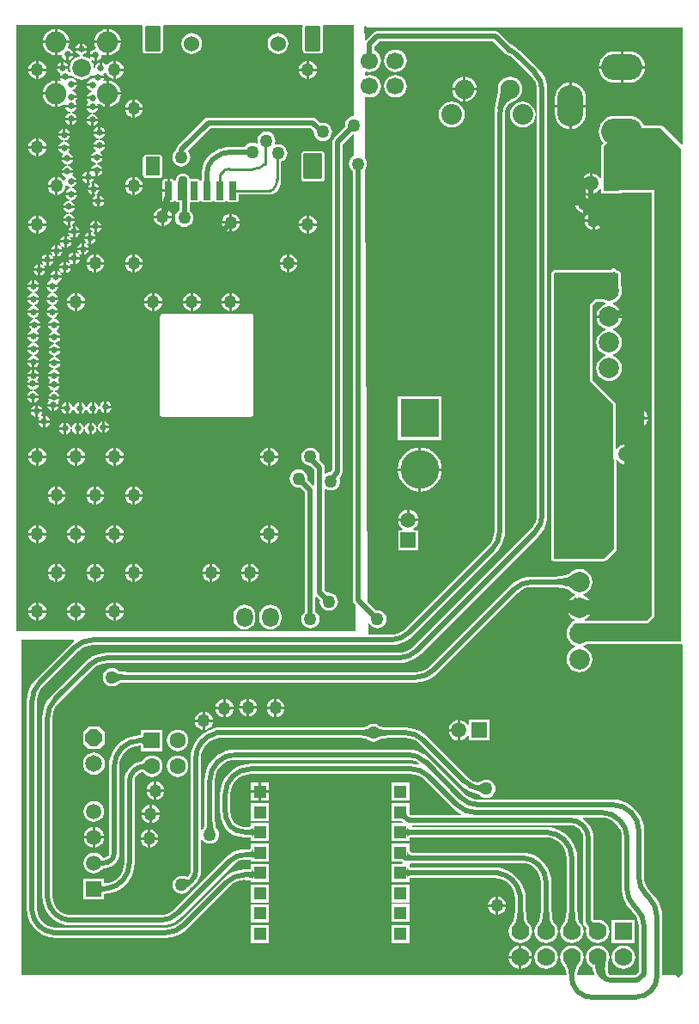
<source format=gbl>
G04*
G04 #@! TF.GenerationSoftware,Altium Limited,Altium Designer,20.1.12 (249)*
G04*
G04 Layer_Physical_Order=2*
G04 Layer_Color=16711680*
%FSTAX24Y24*%
%MOIN*%
G70*
G04*
G04 #@! TF.SameCoordinates,89921D2C-3172-4036-8A71-56443DCFD009*
G04*
G04*
G04 #@! TF.FilePolarity,Positive*
G04*
G01*
G75*
%ADD16C,0.0100*%
G04:AMPARAMS|DCode=24|XSize=27.6mil|YSize=70.9mil|CornerRadius=1.4mil|HoleSize=0mil|Usage=FLASHONLY|Rotation=180.000|XOffset=0mil|YOffset=0mil|HoleType=Round|Shape=RoundedRectangle|*
%AMROUNDEDRECTD24*
21,1,0.0276,0.0681,0,0,180.0*
21,1,0.0248,0.0709,0,0,180.0*
1,1,0.0028,-0.0124,0.0341*
1,1,0.0028,0.0124,0.0341*
1,1,0.0028,0.0124,-0.0341*
1,1,0.0028,-0.0124,-0.0341*
%
%ADD24ROUNDEDRECTD24*%
%ADD77C,0.0800*%
%ADD101C,0.0197*%
%ADD104C,0.0600*%
%ADD105C,0.0787*%
%ADD106C,0.0820*%
%ADD107C,0.0720*%
%ADD108C,0.0669*%
%ADD109C,0.0650*%
%ADD110P,0.0704X8X292.5*%
%ADD111C,0.0591*%
%ADD112R,0.0591X0.0591*%
%ADD113R,0.0591X0.0591*%
%ADD114R,0.0598X0.0598*%
%ADD115C,0.0598*%
%ADD116C,0.0750*%
%ADD117O,0.0650X0.0750*%
%ADD118C,0.0700*%
%ADD119R,0.0700X0.0700*%
%ADD120R,0.1500X0.1500*%
%ADD121C,0.1500*%
%ADD122R,0.0500X0.0500*%
%ADD123C,0.0630*%
%ADD124R,0.0630X0.0630*%
%ADD125O,0.1000X0.1600*%
%ADD126O,0.1600X0.1000*%
%ADD127C,0.0500*%
%ADD128C,0.0250*%
%ADD129C,0.0197*%
G04:AMPARAMS|DCode=130|XSize=55.1mil|YSize=70.9mil|CornerRadius=2.8mil|HoleSize=0mil|Usage=FLASHONLY|Rotation=0.000|XOffset=0mil|YOffset=0mil|HoleType=Round|Shape=RoundedRectangle|*
%AMROUNDEDRECTD130*
21,1,0.0551,0.0654,0,0,0.0*
21,1,0.0496,0.0709,0,0,0.0*
1,1,0.0055,0.0248,-0.0327*
1,1,0.0055,-0.0248,-0.0327*
1,1,0.0055,-0.0248,0.0327*
1,1,0.0055,0.0248,0.0327*
%
%ADD130ROUNDEDRECTD130*%
G04:AMPARAMS|DCode=131|XSize=59.1mil|YSize=98.4mil|CornerRadius=3mil|HoleSize=0mil|Usage=FLASHONLY|Rotation=0.000|XOffset=0mil|YOffset=0mil|HoleType=Round|Shape=RoundedRectangle|*
%AMROUNDEDRECTD131*
21,1,0.0591,0.0925,0,0,0.0*
21,1,0.0531,0.0984,0,0,0.0*
1,1,0.0059,0.0266,-0.0463*
1,1,0.0059,-0.0266,-0.0463*
1,1,0.0059,-0.0266,0.0463*
1,1,0.0059,0.0266,0.0463*
%
%ADD131ROUNDEDRECTD131*%
G04:AMPARAMS|DCode=132|XSize=70.9mil|YSize=98.4mil|CornerRadius=3.5mil|HoleSize=0mil|Usage=FLASHONLY|Rotation=0.000|XOffset=0mil|YOffset=0mil|HoleType=Round|Shape=RoundedRectangle|*
%AMROUNDEDRECTD132*
21,1,0.0709,0.0913,0,0,0.0*
21,1,0.0638,0.0984,0,0,0.0*
1,1,0.0071,0.0319,-0.0457*
1,1,0.0071,-0.0319,-0.0457*
1,1,0.0071,-0.0319,0.0457*
1,1,0.0071,0.0319,0.0457*
%
%ADD132ROUNDEDRECTD132*%
G36*
X0228Y043203D02*
X022709Y043191D01*
X022624Y043156D01*
X02255Y0431D01*
X022494Y043027D01*
X022459Y042941D01*
X022447Y04285D01*
X022455Y042791D01*
X022005Y042341D01*
X021962Y042276D01*
X021946Y042198D01*
Y029482D01*
X021896Y029432D01*
X021874Y0294D01*
X021809Y029391D01*
X021723Y029356D01*
X021697Y029336D01*
X021652Y029358D01*
Y029582D01*
X021637Y029659D01*
X021593Y029725D01*
X021432Y029886D01*
X021441Y029909D01*
X021453Y03D01*
X021441Y030091D01*
X021406Y030177D01*
X02135Y03025D01*
X021277Y030306D01*
X021191Y030341D01*
X0211Y030353D01*
X021009Y030341D01*
X020923Y030306D01*
X02085Y03025D01*
X020794Y030177D01*
X020759Y030091D01*
X020747Y03D01*
X020759Y029909D01*
X020794Y029823D01*
X02085Y02975D01*
X020923Y029694D01*
X021009Y029659D01*
X021099Y029647D01*
X021248Y029498D01*
Y028909D01*
X021198Y028888D01*
X020995Y029091D01*
X021003Y02915D01*
X020991Y029241D01*
X020956Y029327D01*
X0209Y0294D01*
X020827Y029456D01*
X020741Y029491D01*
X02065Y029503D01*
X020559Y029491D01*
X020473Y029456D01*
X0204Y0294D01*
X020344Y029327D01*
X020309Y029241D01*
X020297Y02915D01*
X020309Y029059D01*
X020344Y028973D01*
X0204Y0289D01*
X020473Y028844D01*
X020559Y028809D01*
X02065Y028797D01*
X020709Y028805D01*
X020898Y028616D01*
Y023986D01*
X02085Y02395D01*
X020794Y023877D01*
X020759Y023791D01*
X020747Y0237D01*
X020759Y023609D01*
X020794Y023523D01*
X02085Y02345D01*
X020923Y023394D01*
X021009Y023359D01*
X0211Y023347D01*
X021191Y023359D01*
X021277Y023394D01*
X02135Y02345D01*
X021406Y023523D01*
X021441Y023609D01*
X021453Y0237D01*
X021441Y023791D01*
X021406Y023877D01*
X02135Y02395D01*
X021302Y023986D01*
Y024541D01*
X021352Y024562D01*
X021477Y024437D01*
X021469Y024378D01*
X021481Y024287D01*
X021516Y024202D01*
X021572Y024129D01*
X021645Y024072D01*
X02173Y024037D01*
X021822Y024025D01*
X021913Y024037D01*
X021998Y024072D01*
X022071Y024129D01*
X022128Y024202D01*
X022163Y024287D01*
X022175Y024378D01*
X022163Y02447D01*
X022128Y024555D01*
X022071Y024628D01*
X021998Y024684D01*
X021913Y024719D01*
X021822Y024731D01*
X021763Y024723D01*
X021652Y024834D01*
Y028742D01*
X021697Y028764D01*
X021723Y028744D01*
X021809Y028709D01*
X0219Y028697D01*
X021991Y028709D01*
X022077Y028744D01*
X02215Y0288D01*
X022206Y028873D01*
X022241Y028959D01*
X022253Y02905D01*
X022241Y029141D01*
X022222Y029186D01*
X022291Y029255D01*
X022335Y029321D01*
X022351Y029398D01*
Y042115D01*
X022741Y042505D01*
X0228Y042497D01*
Y041667D01*
X022773Y041656D01*
X0227Y0416D01*
X022644Y041527D01*
X022609Y041441D01*
X022597Y04135D01*
X022609Y041259D01*
X022644Y041173D01*
X0227Y0411D01*
X022748Y041064D01*
Y024451D01*
X022763Y024373D01*
X022807Y024308D01*
X02285Y024265D01*
Y02325D01*
X019561D01*
X019557Y0233D01*
X01959Y023304D01*
X019661Y023314D01*
X019764Y023356D01*
X019853Y023425D01*
X019921Y023513D01*
X019964Y023617D01*
X019979Y023728D01*
Y023828D01*
X019964Y023939D01*
X019921Y024042D01*
X019853Y024131D01*
X019764Y024199D01*
X019661Y024242D01*
X01955Y024256D01*
X019439Y024242D01*
X019336Y024199D01*
X019247Y024131D01*
X019179Y024042D01*
X019136Y023939D01*
X019121Y023828D01*
Y023728D01*
X019136Y023617D01*
X019179Y023513D01*
X019247Y023425D01*
X019336Y023356D01*
X019439Y023314D01*
X01951Y023304D01*
X019543Y0233D01*
X019539Y02325D01*
X018551D01*
X018547Y0233D01*
X01858Y023304D01*
X018651Y023314D01*
X018754Y023356D01*
X018843Y023425D01*
X018911Y023513D01*
X018954Y023617D01*
X018969Y023728D01*
Y023828D01*
X018954Y023939D01*
X018911Y024042D01*
X018843Y024131D01*
X018754Y024199D01*
X018651Y024242D01*
X01854Y024256D01*
X018429Y024242D01*
X018326Y024199D01*
X018237Y024131D01*
X018169Y024042D01*
X018126Y023939D01*
X018111Y023828D01*
Y023728D01*
X018126Y023617D01*
X018169Y023513D01*
X018237Y023425D01*
X018326Y023356D01*
X018429Y023314D01*
X0185Y023304D01*
X018533Y0233D01*
X018529Y02325D01*
X0097D01*
Y04675D01*
X014548D01*
X014585Y0467D01*
X014582Y046681D01*
Y045756D01*
X014592Y045706D01*
X01462Y045663D01*
X014663Y045634D01*
X014714Y045624D01*
X015245D01*
X015296Y045634D01*
X015339Y045663D01*
X015367Y045706D01*
X015377Y045756D01*
Y046681D01*
X015374Y0467D01*
X015411Y04675D01*
X020769D01*
X020806Y0467D01*
X020802Y046681D01*
Y045756D01*
X020812Y045706D01*
X020841Y045663D01*
X020884Y045634D01*
X020934Y045624D01*
X021466D01*
X021516Y045634D01*
X021559Y045663D01*
X021588Y045706D01*
X021598Y045756D01*
Y046681D01*
X021594Y0467D01*
X021631Y04675D01*
X0228D01*
Y043203D01*
D02*
G37*
G36*
X029006Y043909D02*
X028926Y043869D01*
X028854Y043826D01*
X028789Y04378D01*
X028732Y043731D01*
X028683Y043679D01*
X028642Y043624D01*
X028608Y043566D01*
X028582Y043505D01*
X028563Y043441D01*
X028553Y043374D01*
X028367Y043466D01*
X028489Y04415D01*
X029006Y043909D01*
D02*
G37*
G36*
X0333Y04275D02*
X0347D01*
X0355Y04195D01*
X0355Y02285D01*
X03155Y02285D01*
Y02325D01*
X03175Y02345D01*
X0341D01*
X034453Y023803D01*
X034453Y04035D01*
X03295Y04035D01*
X0329Y0403D01*
X0325Y04055D01*
Y04205D01*
X03307Y04262D01*
X0331Y04295D01*
X0333Y04275D01*
D02*
G37*
G36*
X0233Y04665D02*
X03555D01*
Y04211D01*
X035504Y04209D01*
X034772Y042822D01*
X034739Y042844D01*
X0347Y042852D01*
X034046D01*
X034001Y042935D01*
X033926Y043026D01*
X033835Y043101D01*
X033731Y043157D01*
X033618Y043191D01*
X0335Y043203D01*
X0329D01*
X032782Y043191D01*
X032669Y043157D01*
X032565Y043101D01*
X032474Y043026D01*
X032399Y042935D01*
X032343Y042831D01*
X032309Y042718D01*
X032297Y0426D01*
X032309Y042482D01*
X032343Y042369D01*
X032399Y042265D01*
X032474Y042174D01*
X032474Y042168D01*
X032428Y042122D01*
X032406Y042089D01*
X032398Y04205D01*
Y040995D01*
X032392D01*
Y040837D01*
X032348Y040803D01*
X032342Y040803D01*
X032282Y040882D01*
X032199Y040945D01*
X032103Y040985D01*
X03205Y040992D01*
Y0406D01*
Y040208D01*
X032103Y040215D01*
X032199Y040255D01*
X032282Y040318D01*
X032342Y040397D01*
X032348Y040397D01*
X032392Y040363D01*
Y040205D01*
X032866D01*
X032872Y040204D01*
X032883Y040199D01*
X032892Y0402D01*
X0329Y040198D01*
X032911Y0402D01*
X032923Y040201D01*
X032931Y040204D01*
X032934Y040205D01*
X033183D01*
Y040248D01*
X034351Y040248D01*
X034351Y023845D01*
X034158Y023652D01*
X031769D01*
X031759Y023702D01*
X031799Y023719D01*
X031902Y023798D01*
X031964Y023878D01*
X031293D01*
Y023852D01*
X031259Y023878D01*
X031175D01*
Y023931D01*
X031129Y023954D01*
X031091Y023969D01*
X031119Y023901D01*
X031198Y023798D01*
X031301Y023719D01*
X031358Y023695D01*
X031353Y023643D01*
X031323Y023637D01*
X031257Y023593D01*
X031213Y023527D01*
X03121Y023511D01*
X031198Y023502D01*
X031119Y023399D01*
X031069Y023279D01*
X031052Y02315D01*
X031069Y023021D01*
X031119Y022901D01*
X031198Y022798D01*
X031301Y022719D01*
X031402Y022677D01*
Y022623D01*
X031301Y022581D01*
X031198Y022502D01*
X031119Y022399D01*
X031069Y022279D01*
X031052Y02215D01*
X031069Y022021D01*
X031119Y021901D01*
X031198Y021798D01*
X031301Y021719D01*
X031421Y021669D01*
X03155Y021652D01*
X031679Y021669D01*
X031799Y021719D01*
X031902Y021798D01*
X031981Y021901D01*
X032031Y022021D01*
X032048Y02215D01*
X032031Y022279D01*
X031981Y022399D01*
X031902Y022502D01*
X031799Y022581D01*
X031698Y022623D01*
Y022677D01*
X031799Y022719D01*
X031837Y022748D01*
X0355Y022748D01*
X03555Y022708D01*
Y00995D01*
X0354Y0098D01*
X0353Y0099D01*
X034752D01*
Y012186D01*
X034752Y012187D01*
X034737Y012374D01*
X034693Y012557D01*
X034621Y012732D01*
X034523Y012892D01*
X034401Y013035D01*
X0344Y013036D01*
X034286Y01315D01*
X034278Y013155D01*
X034184Y01327D01*
X034111Y013408D01*
X034065Y013558D01*
X03405Y013705D01*
X034052Y013714D01*
Y015502D01*
X034052Y015503D01*
X034037Y01569D01*
X033993Y015873D01*
X033921Y016047D01*
X033823Y016208D01*
X0337Y016352D01*
X033557Y016474D01*
X033396Y016573D01*
X033221Y016645D01*
X033038Y016689D01*
X032852Y016704D01*
X03285Y016704D01*
X027643D01*
X027634Y016702D01*
X027487Y016717D01*
X027337Y016762D01*
X027198Y016836D01*
X027084Y01693D01*
X027079Y016938D01*
X025716Y0183D01*
X025715Y018301D01*
X025573Y018423D01*
X025412Y018521D01*
X025237Y018593D01*
X025054Y018637D01*
X024867Y018652D01*
X024866Y018652D01*
X0182D01*
X018198Y018652D01*
X018012Y018637D01*
X017829Y018593D01*
X017654Y018521D01*
X017493Y018423D01*
X01735Y0183D01*
X017227Y018157D01*
X017129Y017996D01*
X017057Y017821D01*
X017013Y017638D01*
X016998Y017452D01*
X016998Y01745D01*
Y015962D01*
X016993Y015838D01*
X016981Y015718D01*
X016973Y015673D01*
X016965Y015637D01*
X016957Y015612D01*
X016951Y0156D01*
X016951Y0156D01*
X01695Y0156D01*
X016902Y015537D01*
X016857Y015547D01*
X016852Y01555D01*
Y0183D01*
X01685Y018309D01*
X016865Y018456D01*
X016911Y018606D01*
X016984Y018745D01*
X017084Y018866D01*
X017205Y018966D01*
X017344Y019039D01*
X017484Y019082D01*
X017484Y019082D01*
X017519Y019091D01*
X017529Y019098D01*
X022938D01*
X023062Y019093D01*
X023182Y019081D01*
X023227Y019073D01*
X023263Y019065D01*
X023288Y019057D01*
X0233Y019051D01*
X0233Y019051D01*
X0233Y01905D01*
X023373Y018994D01*
X023459Y018959D01*
X02355Y018947D01*
X023641Y018959D01*
X023727Y018994D01*
X0238Y01905D01*
X0238Y019051D01*
X0238Y019051D01*
X023812Y019057D01*
X023837Y019065D01*
X023873Y019073D01*
X023916Y019081D01*
X024175Y019098D01*
X024792D01*
X024801Y0191D01*
X024948Y019085D01*
X025098Y019039D01*
X025237Y018966D01*
X025351Y018872D01*
X025356Y018864D01*
X026944Y017276D01*
X026946Y017275D01*
X027088Y017153D01*
X027171Y017103D01*
X027182Y017094D01*
X027186Y017093D01*
X027191Y01709D01*
X027192Y01709D01*
X027249Y017055D01*
X027423Y016983D01*
X027545Y016954D01*
X027654Y016911D01*
X027681Y016876D01*
X027754Y01682D01*
X027839Y016785D01*
X02793Y016773D01*
X028022Y016785D01*
X028107Y01682D01*
X02818Y016876D01*
X028236Y016949D01*
X028271Y017035D01*
X028283Y017126D01*
X028271Y017217D01*
X028236Y017302D01*
X02818Y017376D01*
X028107Y017432D01*
X028022Y017467D01*
X02793Y017479D01*
X027839Y017467D01*
X027754Y017432D01*
X02775Y017429D01*
X027711Y017409D01*
X027668Y017394D01*
X027627Y017385D01*
X027585Y017381D01*
X027543Y017384D01*
X027499Y017392D01*
X027454Y017406D01*
X027433Y017416D01*
X027362Y017454D01*
X027357Y017457D01*
X027336Y017472D01*
X027236Y017554D01*
X02723Y017562D01*
X025642Y01915D01*
X025641Y019151D01*
X025499Y019273D01*
X025338Y019371D01*
X025164Y019443D01*
X02498Y019487D01*
X024794Y019502D01*
X024792Y019502D01*
X024162D01*
X024038Y019507D01*
X023918Y019519D01*
X023873Y019527D01*
X023837Y019535D01*
X023812Y019543D01*
X0238Y019549D01*
X0238Y019549D01*
X0238Y01955D01*
X023727Y019606D01*
X023641Y019641D01*
X02355Y019653D01*
X023459Y019641D01*
X023373Y019606D01*
X0233Y01955D01*
X0233Y019549D01*
X0233Y019549D01*
X023288Y019543D01*
X023263Y019535D01*
X023227Y019527D01*
X023184Y019519D01*
X022925Y019502D01*
X017464D01*
Y019503D01*
X017378Y019486D01*
X017335Y019457D01*
X017279Y019443D01*
X017104Y019371D01*
X016943Y019273D01*
X0168Y01915D01*
X016677Y019007D01*
X016579Y018846D01*
X016507Y018671D01*
X016463Y018488D01*
X016448Y018302D01*
X016448Y0183D01*
Y01395D01*
X016449Y013944D01*
X016438Y01386D01*
X016403Y013775D01*
X016347Y013703D01*
X016341Y013698D01*
X01634Y013698D01*
X016244Y013723D01*
X016214Y013733D01*
X016209Y013734D01*
X016191Y013741D01*
X0161Y013753D01*
X016009Y013741D01*
X015923Y013706D01*
X01585Y01365D01*
X015794Y013577D01*
X015759Y013491D01*
X015747Y0134D01*
X015759Y013309D01*
X015794Y013223D01*
X01585Y01315D01*
X015923Y013094D01*
X016009Y013059D01*
X0161Y013047D01*
X016191Y013059D01*
X016277Y013094D01*
X01635Y01315D01*
X016384Y013195D01*
X01639Y013201D01*
X016414Y013235D01*
X016436Y013261D01*
X016445Y013271D01*
X016466Y013291D01*
X016474Y013298D01*
X016482Y013304D01*
X016493Y013311D01*
X016494Y013312D01*
X016495Y013312D01*
X016496Y013313D01*
X016496Y013313D01*
X016518Y013325D01*
X016632Y013418D01*
X016725Y013532D01*
X016795Y013662D01*
X016838Y013803D01*
X016852Y013947D01*
X016852Y01395D01*
Y01515D01*
X016857Y015153D01*
X016902Y015163D01*
X01695Y0151D01*
X017023Y015044D01*
X017109Y015009D01*
X0172Y014997D01*
X017291Y015009D01*
X017377Y015044D01*
X01745Y0151D01*
X017506Y015173D01*
X017541Y015259D01*
X017553Y01535D01*
X017541Y015441D01*
X017506Y015527D01*
X01745Y0156D01*
X017449Y0156D01*
X017449Y0156D01*
X017443Y015612D01*
X017435Y015637D01*
X017427Y015673D01*
X017419Y015716D01*
X017402Y015975D01*
Y01745D01*
X0174Y017459D01*
X017415Y017606D01*
X017461Y017756D01*
X017534Y017895D01*
X017634Y018016D01*
X017755Y018116D01*
X017894Y01819D01*
X018044Y018235D01*
X018191Y01825D01*
X0182Y018248D01*
X024866D01*
X024875Y01825D01*
X025022Y018235D01*
X025172Y01819D01*
X025311Y018116D01*
X025327Y018102D01*
X025304Y018056D01*
X025174Y018087D01*
X024987Y018102D01*
X024986Y018102D01*
X018795D01*
X018793Y018102D01*
X018607Y018087D01*
X018423Y018043D01*
X018249Y017971D01*
X018088Y017873D01*
X017945Y01775D01*
X017822Y017607D01*
X017724Y017446D01*
X017651Y017271D01*
X017607Y017088D01*
X017593Y016902D01*
X017592Y0169D01*
Y016269D01*
X017593Y016268D01*
X017607Y016081D01*
X017632Y015981D01*
X017638Y015947D01*
X01764Y015944D01*
X017651Y015898D01*
X017724Y015724D01*
X017799Y015601D01*
X017815Y015574D01*
X017816Y015573D01*
X017816Y015573D01*
X017822Y015563D01*
X017845Y015534D01*
X017845Y015534D01*
X017993Y015412D01*
X018163Y015322D01*
X018347Y015266D01*
X018539Y015247D01*
Y015248D01*
X018725D01*
X018743Y015245D01*
X018759Y015241D01*
X018769Y015236D01*
X018775Y015232D01*
X018779Y015229D01*
X018781Y015225D01*
X018784Y015219D01*
X018786Y015208D01*
X018788Y015185D01*
X018788Y015183D01*
Y01509D01*
X018886D01*
X018889Y015089D01*
X018893Y01509D01*
X018896Y015089D01*
X018898Y01509D01*
X019488D01*
Y01579D01*
X018899D01*
X018897Y01579D01*
X018893Y01579D01*
X018889Y015791D01*
X018886Y01579D01*
X018788D01*
Y015698D01*
X018788Y015696D01*
X018786Y015678D01*
X018785Y015672D01*
X018784Y01567D01*
X018783Y015669D01*
X01878Y015667D01*
X018774Y015663D01*
X018763Y015659D01*
X018745Y015655D01*
X018728Y015652D01*
X018539D01*
X018527Y01565D01*
X018389Y015668D01*
X018249Y015726D01*
X018144Y015807D01*
X018129Y015825D01*
X018055Y015963D01*
X018022Y016074D01*
X01801Y016113D01*
X017995Y01626D01*
X017997Y016269D01*
Y0169D01*
X017995Y016909D01*
X01801Y017056D01*
X018055Y017206D01*
X018129Y017345D01*
X018229Y017466D01*
X01835Y017566D01*
X018488Y017639D01*
X018639Y017685D01*
X018786Y0177D01*
X018795Y017698D01*
X024986D01*
X024995Y0177D01*
X025142Y017685D01*
X025292Y017639D01*
X02543Y017566D01*
X025545Y017472D01*
X02555Y017464D01*
X026659Y016355D01*
X026661Y016354D01*
X026803Y016232D01*
X026937Y01615D01*
X026923Y0161D01*
X025007D01*
X024992Y016117D01*
X024967Y016149D01*
X02495Y016174D01*
Y016261D01*
X024951Y016264D01*
X02495Y016268D01*
Y01657D01*
X02425D01*
Y01587D01*
X024552D01*
X024555Y015869D01*
X024559Y01587D01*
X024646D01*
X02467Y015854D01*
X024687Y01584D01*
X024669Y01579D01*
X02425D01*
Y01509D01*
X02484D01*
X024842Y015089D01*
X024845Y01509D01*
X024849Y015089D01*
X024853Y01509D01*
X02495D01*
Y015182D01*
X024951Y015184D01*
X024952Y015205D01*
X024954Y015213D01*
X024956Y015218D01*
X024958Y01522D01*
X02496Y015223D01*
X024966Y015226D01*
X024977Y015231D01*
X024994Y015235D01*
X025012Y015238D01*
X03025D01*
X030259Y01524D01*
X030406Y015225D01*
X030556Y01518D01*
X030695Y015106D01*
X030816Y015006D01*
X030916Y014885D01*
X03099Y014746D01*
X031035Y014596D01*
X03105Y014449D01*
X031048Y01444D01*
Y012561D01*
X031044Y012406D01*
X031026Y012216D01*
X031014Y012138D01*
X030999Y012071D01*
X030982Y012015D01*
X030964Y011971D01*
X030946Y01194D01*
X030934Y011925D01*
X030929Y011921D01*
X030857Y011827D01*
X030812Y011717D01*
X030796Y0116D01*
X030812Y011483D01*
X030857Y011373D01*
X030929Y011279D01*
X031023Y011207D01*
X031133Y011162D01*
X03125Y011146D01*
X031367Y011162D01*
X031477Y011207D01*
X031571Y011279D01*
X031643Y011373D01*
X031688Y011483D01*
X031704Y0116D01*
X031688Y011717D01*
X031643Y011827D01*
X031571Y011921D01*
X031566Y011925D01*
X031554Y01194D01*
X031536Y011971D01*
X031518Y012015D01*
X031501Y012071D01*
X031486Y012138D01*
X031474Y012215D01*
X031452Y012511D01*
Y01444D01*
X031452Y014442D01*
X031437Y014628D01*
X031393Y014811D01*
X031321Y014986D01*
X031223Y015147D01*
X0311Y01529D01*
X030957Y015413D01*
X030796Y015511D01*
X030621Y015583D01*
X030438Y015627D01*
X030252Y015642D01*
X03025Y015642D01*
X025041D01*
X025037Y015646D01*
X025058Y015696D01*
X027982D01*
X028032Y015706D01*
X031182D01*
X031192Y015708D01*
X031314Y015691D01*
X031436Y015641D01*
X031542Y01556D01*
X031623Y015454D01*
X031673Y015332D01*
X031689Y01521D01*
X031687Y0152D01*
Y01196D01*
X031703Y011883D01*
X031747Y011817D01*
X031779Y011784D01*
X031784Y011779D01*
X031797Y011764D01*
X031806Y01175D01*
X031813Y011738D01*
X031817Y011731D01*
X031817Y01173D01*
X031812Y011717D01*
X031796Y0116D01*
X031812Y011483D01*
X031857Y011373D01*
X031929Y011279D01*
X032023Y011207D01*
X032133Y011162D01*
X03225Y011146D01*
X032367Y011162D01*
X032477Y011207D01*
X032571Y011279D01*
X032643Y011373D01*
X032688Y011483D01*
X032704Y0116D01*
X032688Y011717D01*
X032643Y011827D01*
X032571Y011921D01*
X032477Y011993D01*
X032367Y012038D01*
X03225Y012054D01*
X032138Y012039D01*
X032114Y012053D01*
X032092Y012071D01*
Y0152D01*
X032093D01*
X032075Y015378D01*
X032023Y015548D01*
X031939Y015706D01*
X031826Y015844D01*
X031694Y015952D01*
X031697Y015995D01*
X031699Y016002D01*
X0324D01*
X032409Y016004D01*
X032556Y01599D01*
X032706Y015944D01*
X032845Y01587D01*
X032966Y015771D01*
X033066Y015649D01*
X03314Y015511D01*
X033185Y015361D01*
X0332Y015214D01*
X033198Y015205D01*
Y013205D01*
X033199Y013199D01*
X033211Y013039D01*
X03325Y012878D01*
X033314Y012724D01*
X0334Y012583D01*
X033504Y012461D01*
X033507Y012456D01*
X033508Y012456D01*
X033508Y012456D01*
X033508Y012456D01*
X033589Y012375D01*
X033624Y01234D01*
X033657Y012304D01*
X033721Y012226D01*
X033792Y012093D01*
X033836Y011949D01*
X033849Y011809D01*
X033848Y0118D01*
Y010034D01*
X033716Y009902D01*
X0328D01*
X032795Y009901D01*
X032785Y009902D01*
X032747Y009907D01*
X032717Y009918D01*
X032692Y009936D01*
X032671Y009964D01*
X032653Y010008D01*
X032641Y010069D01*
X032638Y01015D01*
X032644Y010248D01*
X032661Y010362D01*
X032685Y010475D01*
X032688Y010483D01*
X032704Y0106D01*
X032688Y010717D01*
X032643Y010827D01*
X032571Y010921D01*
X032477Y010993D01*
X032367Y011038D01*
X03225Y011054D01*
X032133Y011038D01*
X032023Y010993D01*
X031929Y010921D01*
X031857Y010827D01*
X031812Y010717D01*
X031796Y0106D01*
X031812Y010483D01*
X031857Y010373D01*
X031929Y010279D01*
X032023Y010207D01*
X032053Y010194D01*
X032062Y010103D01*
X032105Y009962D01*
X032116Y009943D01*
X03209Y0099D01*
X031493D01*
X03146Y00995D01*
X031465Y009989D01*
X031476Y010046D01*
X031489Y010099D01*
X031506Y010148D01*
X031526Y010194D01*
X031548Y010237D01*
X031573Y010278D01*
X031604Y010319D01*
X031607Y010326D01*
X031643Y010373D01*
X031688Y010483D01*
X031704Y0106D01*
X031688Y010717D01*
X031643Y010827D01*
X031571Y010921D01*
X031477Y010993D01*
X031367Y011038D01*
X03125Y011054D01*
X031133Y011038D01*
X031023Y010993D01*
X030929Y010921D01*
X030857Y010827D01*
X030812Y010717D01*
X030796Y0106D01*
X030812Y010483D01*
X030857Y010373D01*
X030893Y010326D01*
X030896Y010319D01*
X030927Y010278D01*
X030952Y010237D01*
X030974Y010194D01*
X030994Y010148D01*
X031011Y010099D01*
X031024Y010046D01*
X031035Y009991D01*
X031041Y009937D01*
X031007Y0099D01*
X0099D01*
X0099Y0229D01*
X011913D01*
X011931Y02285D01*
X011815Y022751D01*
X011814Y02275D01*
X01045Y021386D01*
X010449Y021385D01*
X010327Y021242D01*
X010229Y021082D01*
X010157Y020907D01*
X010113Y020724D01*
X010098Y020537D01*
X010098Y020536D01*
Y01245D01*
X010099Y012446D01*
X010106Y012353D01*
X010104Y012344D01*
X010108Y012322D01*
X010112Y012278D01*
X010152Y01211D01*
X010218Y01195D01*
X010309Y011802D01*
X010421Y011671D01*
X010552Y011559D01*
X0107Y011468D01*
X01086Y011402D01*
X011028Y011362D01*
X011072Y011358D01*
X011094Y011354D01*
X011103Y011356D01*
X011196Y011349D01*
X0112Y011348D01*
X015486D01*
X015487Y011348D01*
X015674Y011363D01*
X015857Y011407D01*
X016032Y011479D01*
X016192Y011577D01*
X016335Y011699D01*
X016336Y0117D01*
X01799Y013354D01*
X017995Y013362D01*
X01811Y013456D01*
X018248Y013529D01*
X018398Y013575D01*
X018545Y01359D01*
X018554Y013588D01*
X018742D01*
X018753Y013587D01*
X018775Y013584D01*
X018788Y013581D01*
Y01351D01*
X018886D01*
X018889Y013509D01*
X018893Y01351D01*
X019488D01*
Y01421D01*
X018897D01*
X018894Y014211D01*
X018892Y01421D01*
X018889Y014211D01*
X018886Y01421D01*
X018788D01*
Y014116D01*
X018788Y014114D01*
X018786Y014077D01*
X018782Y014052D01*
X018776Y014033D01*
X01877Y01402D01*
X018764Y014012D01*
X018757Y014006D01*
X018748Y014D01*
X018736Y013996D01*
X018719Y013992D01*
X018554D01*
X018553Y013992D01*
X018366Y013977D01*
X018183Y013933D01*
X018008Y013861D01*
X017848Y013763D01*
X017705Y013641D01*
X017704Y01364D01*
X01605Y011986D01*
X016045Y011978D01*
X01593Y011884D01*
X015792Y01181D01*
X015642Y011765D01*
X015495Y01175D01*
X015486Y011752D01*
X0112D01*
X011192Y011751D01*
X011063Y011763D01*
X010932Y011803D01*
X010811Y011868D01*
X010705Y011955D01*
X010618Y012061D01*
X010553Y012182D01*
X010513Y012313D01*
X010501Y012442D01*
X010502Y01245D01*
Y020536D01*
X0105Y020545D01*
X010515Y020692D01*
X01056Y020842D01*
X010634Y02098D01*
X010728Y021095D01*
X010736Y0211D01*
X0121Y022464D01*
X012105Y022472D01*
X01222Y022566D01*
X012358Y02264D01*
X012508Y022685D01*
X012655Y0227D01*
X012664Y022698D01*
X024236D01*
X024237Y022698D01*
X024424Y022713D01*
X024607Y022757D01*
X024782Y022829D01*
X024942Y022927D01*
X025085Y023049D01*
X025086Y02305D01*
X0283Y026264D01*
X028301Y026265D01*
X028423Y026408D01*
X028521Y026568D01*
X028593Y026743D01*
X028637Y026926D01*
X028652Y027113D01*
X028652Y027114D01*
Y043286D01*
X02865Y043295D01*
X028662Y043412D01*
X028663Y043419D01*
X028678Y043471D01*
X028699Y04352D01*
X028727Y043568D01*
X028761Y043613D01*
X028803Y043657D01*
X028852Y0437D01*
X02891Y043741D01*
X028975Y04378D01*
X029052Y043818D01*
X029056Y043821D01*
X02909Y043835D01*
X029189Y043911D01*
X029265Y04401D01*
X029313Y044126D01*
X029329Y04425D01*
X029313Y044374D01*
X029265Y04449D01*
X029189Y044589D01*
X02909Y044665D01*
X028974Y044713D01*
X02885Y044729D01*
X028726Y044713D01*
X02861Y044665D01*
X028511Y044589D01*
X028435Y04449D01*
X028387Y044374D01*
X028371Y04425D01*
X028384Y044147D01*
X028269Y0435D01*
X028263Y043474D01*
X028248Y043287D01*
X028248Y043286D01*
Y027114D01*
X02825Y027105D01*
X028235Y026958D01*
X028189Y026808D01*
X028116Y02667D01*
X028022Y026555D01*
X028014Y02655D01*
X0248Y023336D01*
X024795Y023328D01*
X02468Y023234D01*
X024542Y023161D01*
X024392Y023115D01*
X024245Y0231D01*
X024236Y023102D01*
X023342D01*
X023339Y023528D01*
X023389Y023538D01*
X023395Y023523D01*
X023451Y02345D01*
X023524Y023394D01*
X023609Y023359D01*
X023701Y023347D01*
X023792Y023359D01*
X023877Y023394D01*
X02395Y02345D01*
X024007Y023523D01*
X024042Y023609D01*
X024054Y0237D01*
X024042Y023791D01*
X024007Y023877D01*
X02395Y02395D01*
X023877Y024006D01*
X023792Y024041D01*
X023701Y024053D01*
X023642Y024045D01*
X023334Y024353D01*
X023234Y041145D01*
X023256Y041173D01*
X023291Y041259D01*
X023303Y04135D01*
X023291Y041441D01*
X023256Y041527D01*
X023231Y041559D01*
X023217Y043923D01*
X023258Y043951D01*
X023287Y04394D01*
X0234Y043925D01*
X023513Y04394D01*
X023619Y043983D01*
X02371Y044053D01*
X02378Y044144D01*
X023823Y04425D01*
X023838Y044363D01*
X023823Y044476D01*
X02378Y044582D01*
X02371Y044673D01*
X023619Y044743D01*
X023513Y044786D01*
X0234Y044801D01*
X023287Y044786D01*
X023253Y044773D01*
X023212Y0448D01*
X023211Y044913D01*
X023252Y044941D01*
X023287Y044927D01*
X0234Y044912D01*
X023513Y044927D01*
X023619Y04497D01*
X02371Y04504D01*
X02378Y045131D01*
X023823Y045237D01*
X023838Y04535D01*
X023823Y045463D01*
X02378Y045569D01*
X02371Y04566D01*
X023619Y04573D01*
X023602Y045737D01*
Y045916D01*
X023784Y046098D01*
X028191D01*
X028597Y045692D01*
X028597Y045692D01*
X028682Y045607D01*
X028748Y045563D01*
X028825Y045548D01*
X028847Y045552D01*
X028945Y045472D01*
X02895Y045464D01*
X029664Y04475D01*
X029672Y044745D01*
X029766Y04463D01*
X029839Y044492D01*
X029885Y044342D01*
X0299Y044195D01*
X029898Y044186D01*
Y027764D01*
X0299Y027755D01*
X029885Y027608D01*
X029839Y027458D01*
X029766Y02732D01*
X029672Y027205D01*
X029664Y0272D01*
X0251Y022636D01*
X025095Y022628D01*
X02498Y022534D01*
X024842Y02246D01*
X024692Y022415D01*
X024545Y0224D01*
X024536Y022402D01*
X013214D01*
X013213Y022402D01*
X013026Y022387D01*
X012843Y022343D01*
X012668Y022271D01*
X012508Y022173D01*
X012365Y022051D01*
X012364Y02205D01*
X01105Y020736D01*
X011049Y020735D01*
X010927Y020592D01*
X010829Y020432D01*
X010757Y020257D01*
X010713Y020074D01*
X010698Y019887D01*
X010698Y019886D01*
Y01295D01*
X010698Y012947D01*
X010706Y012853D01*
X010704Y012844D01*
X010708Y012822D01*
X010712Y012774D01*
X010753Y012602D01*
X010821Y012438D01*
X010913Y012288D01*
X011028Y012153D01*
X011163Y012038D01*
X011313Y011946D01*
X011477Y011878D01*
X011649Y011837D01*
X011697Y011833D01*
X011719Y011829D01*
X011728Y011831D01*
X011822Y011823D01*
X011825Y011823D01*
X015261D01*
X015262Y011823D01*
X015449Y011838D01*
X015632Y011882D01*
X015807Y011954D01*
X015967Y012052D01*
X01611Y012174D01*
X016111Y012175D01*
X018077Y014141D01*
X018111Y014175D01*
X018148Y014208D01*
X018215Y014263D01*
X018335Y014327D01*
X018465Y014367D01*
X018593Y014379D01*
X0186Y014378D01*
X018742D01*
X018753Y014377D01*
X018775Y014374D01*
X018788Y014371D01*
Y0143D01*
X018886D01*
X018889Y014299D01*
X018893Y0143D01*
X019488D01*
Y015D01*
X018897D01*
X018894Y015001D01*
X018892Y015D01*
X018889Y015001D01*
X018886Y015D01*
X018788D01*
Y014906D01*
X018788Y014904D01*
X018786Y014867D01*
X018782Y014842D01*
X018776Y014823D01*
X01877Y01481D01*
X018764Y014802D01*
X018757Y014796D01*
X018748Y01479D01*
X018736Y014786D01*
X018719Y014782D01*
X0186D01*
X018596Y014781D01*
X018429Y014768D01*
X018262Y014728D01*
X018103Y014662D01*
X017956Y014573D01*
X017829Y014464D01*
X017825Y014461D01*
X015825Y012461D01*
X01582Y012453D01*
X015705Y012359D01*
X015567Y012285D01*
X015417Y01224D01*
X01527Y012225D01*
X015261Y012227D01*
X011825D01*
X011817Y012226D01*
X011684Y012239D01*
X011548Y01228D01*
X011422Y012347D01*
X011312Y012437D01*
X011222Y012547D01*
X011155Y012673D01*
X011114Y012809D01*
X011101Y012942D01*
X011102Y01295D01*
Y019886D01*
X0111Y019895D01*
X011115Y020042D01*
X011161Y020192D01*
X011234Y02033D01*
X011328Y020445D01*
X011336Y02045D01*
X01265Y021764D01*
X012655Y021772D01*
X01277Y021866D01*
X012908Y021939D01*
X013058Y021985D01*
X013205Y022D01*
X013214Y021998D01*
X024536D01*
X024537Y021998D01*
X024724Y022013D01*
X024907Y022057D01*
X025082Y022129D01*
X025242Y022227D01*
X025385Y022349D01*
X025386Y02235D01*
X02995Y026914D01*
X029951Y026915D01*
X030073Y027058D01*
X030171Y027218D01*
X030243Y027393D01*
X030287Y027576D01*
X030302Y027763D01*
X030302Y027764D01*
Y044186D01*
X030302Y044187D01*
X030287Y044374D01*
X030243Y044557D01*
X030171Y044732D01*
X030073Y044892D01*
X029951Y045035D01*
X02995Y045036D01*
X029236Y04575D01*
X029235Y045751D01*
X029092Y045873D01*
X028932Y045971D01*
X028861Y046D01*
X028418Y046443D01*
X028352Y046487D01*
X028275Y046502D01*
X0237D01*
X023623Y046487D01*
X023557Y046443D01*
X023257Y046143D01*
X023254Y046138D01*
X023204Y046153D01*
X0232Y046684D01*
X023247Y046703D01*
X0233Y04665D01*
D02*
G37*
G36*
X023746Y019462D02*
X023774Y019449D01*
X023809Y019437D01*
X023853Y019427D01*
X023904Y019418D01*
X024031Y019405D01*
X024189Y019399D01*
X02428Y019398D01*
Y019202D01*
X024189Y019201D01*
X023904Y019182D01*
X023853Y019173D01*
X023809Y019163D01*
X023774Y019151D01*
X023746Y019138D01*
X023727Y019123D01*
Y019477D01*
X023746Y019462D01*
D02*
G37*
G36*
X023373Y019123D02*
X023354Y019138D01*
X023326Y019151D01*
X023291Y019163D01*
X023247Y019173D01*
X023196Y019182D01*
X023069Y019195D01*
X022911Y019201D01*
X02282Y019202D01*
Y019398D01*
X022911Y019399D01*
X023196Y019418D01*
X023247Y019427D01*
X023291Y019437D01*
X023326Y019449D01*
X023354Y019462D01*
X023373Y019477D01*
Y019123D01*
D02*
G37*
G36*
X027302Y017371D02*
X02736Y017337D01*
X027417Y017311D01*
X027474Y017293D01*
X02753Y017282D01*
X027586Y017279D01*
X027642Y017283D01*
X027697Y017296D01*
X027751Y017315D01*
X027805Y017343D01*
X027717Y016996D01*
X027227Y017185D01*
X027244Y017412D01*
X027302Y017371D01*
D02*
G37*
G36*
X024836Y016248D02*
X02483Y016228D01*
X024829Y016206D01*
X024834Y016181D01*
X024845Y016153D01*
X024862Y016122D01*
X024885Y016088D01*
X024913Y016052D01*
X024948Y016013D01*
X024988Y015971D01*
X024849Y015832D01*
X024807Y015872D01*
X024732Y015935D01*
X024698Y015958D01*
X024667Y015975D01*
X024639Y015986D01*
X024614Y015991D01*
X024592Y01599D01*
X024572Y015984D01*
X024555Y015971D01*
X024849Y016264D01*
X024836Y016248D01*
D02*
G37*
G36*
X017299Y015989D02*
X017318Y015704D01*
X017327Y015653D01*
X017337Y015609D01*
X017349Y015574D01*
X017362Y015546D01*
X017377Y015527D01*
X017023D01*
X017038Y015546D01*
X017051Y015574D01*
X017063Y015609D01*
X017073Y015653D01*
X017082Y015704D01*
X017095Y015831D01*
X017101Y015989D01*
X017102Y01608D01*
X017298D01*
X017299Y015989D01*
D02*
G37*
G36*
X024851Y01566D02*
X024857Y015635D01*
X024867Y015612D01*
X02488Y015593D01*
X024898Y015576D01*
X02492Y015562D01*
X024945Y015552D01*
X024975Y015544D01*
X025008Y01554D01*
X025046Y015538D01*
Y015342D01*
X025008Y01534D01*
X024975Y015336D01*
X024945Y015328D01*
X02492Y015318D01*
X024898Y015304D01*
X02488Y015287D01*
X024867Y015268D01*
X024857Y015245D01*
X024851Y01522D01*
X024849Y015191D01*
Y015689D01*
X024851Y01566D01*
D02*
G37*
G36*
X018889Y015191D02*
X018887Y015222D01*
X018882Y015249D01*
X018872Y015273D01*
X018858Y015294D01*
X01884Y015311D01*
X018819Y015326D01*
X018793Y015337D01*
X018763Y015345D01*
X01873Y01535D01*
X018693Y015352D01*
Y015548D01*
X01873Y01555D01*
X018763Y015554D01*
X018793Y015561D01*
X018819Y015571D01*
X01884Y015584D01*
X018858Y015599D01*
X018872Y015617D01*
X018882Y015638D01*
X018887Y015662D01*
X018889Y015689D01*
Y015191D01*
D02*
G37*
G36*
Y014401D02*
X018887Y014416D01*
X018882Y01443D01*
X018872Y014442D01*
X018858Y014453D01*
X01884Y014461D01*
X018819Y014469D01*
X018793Y014474D01*
X018763Y014478D01*
X01873Y014481D01*
X018693Y014482D01*
Y014678D01*
X01873Y014681D01*
X018763Y014687D01*
X018793Y014698D01*
X018819Y014714D01*
X01884Y014734D01*
X018858Y014758D01*
X018872Y014786D01*
X018882Y014819D01*
X018887Y014857D01*
X018889Y014899D01*
Y014401D01*
D02*
G37*
G36*
Y013611D02*
X018887Y013626D01*
X018882Y01364D01*
X018872Y013652D01*
X018858Y013663D01*
X01884Y013671D01*
X018819Y013679D01*
X018793Y013684D01*
X018763Y013688D01*
X01873Y013691D01*
X018693Y013692D01*
Y013888D01*
X01873Y013891D01*
X018763Y013897D01*
X018793Y013908D01*
X018819Y013924D01*
X01884Y013944D01*
X018858Y013968D01*
X018872Y013996D01*
X018882Y014029D01*
X018887Y014067D01*
X018889Y014109D01*
Y013611D01*
D02*
G37*
G36*
X016215Y013625D02*
X016321Y013598D01*
X01634Y013595D01*
X016357Y013595D01*
X01637Y013596D01*
X016381Y013598D01*
X016389Y013603D01*
X016437Y013396D01*
X016424Y013388D01*
X016411Y013378D01*
X016398Y013367D01*
X016372Y013342D01*
X016359Y013328D01*
X016333Y013297D01*
X016307Y01326D01*
X016182Y013636D01*
X016215Y013625D01*
D02*
G37*
G36*
X03135Y012513D02*
X031372Y012203D01*
X031386Y012119D01*
X031402Y012045D01*
X031422Y011981D01*
X031444Y011927D01*
X031469Y011882D01*
X031498Y011847D01*
X031002D01*
X031031Y011882D01*
X031056Y011927D01*
X031078Y011981D01*
X031098Y012045D01*
X031114Y012119D01*
X031128Y012203D01*
X031146Y0124D01*
X031152Y012636D01*
X031348D01*
X03135Y012513D01*
D02*
G37*
G36*
X031982Y012008D02*
X032025Y011972D01*
X032045Y011958D01*
X032064Y011947D01*
X032082Y011938D01*
X032099Y011933D01*
X032114Y01193D01*
X032129Y01193D01*
X032142Y011933D01*
X031917Y011708D01*
X03192Y011721D01*
X03192Y011736D01*
X031917Y011751D01*
X031912Y011768D01*
X031903Y011786D01*
X031892Y011805D01*
X031878Y011825D01*
X031862Y011846D01*
X03182Y011891D01*
X031959Y01203D01*
X031982Y012008D01*
D02*
G37*
G36*
X031489Y010335D02*
X031459Y010288D01*
X031433Y010238D01*
X031411Y010184D01*
X031392Y010128D01*
X031376Y010068D01*
X031364Y010006D01*
X031355Y00994D01*
X03135Y009872D01*
X031348Y0098D01*
X031152D01*
X03115Y009872D01*
X031136Y010006D01*
X031124Y010068D01*
X031108Y010128D01*
X031089Y010184D01*
X031067Y010238D01*
X031041Y010288D01*
X031011Y010335D01*
X030978Y010379D01*
X031522D01*
X031489Y010335D01*
D02*
G37*
G36*
X032561Y010381D02*
X032543Y010258D01*
X032536Y010151D01*
X03254Y010057D01*
X032555Y009978D01*
X032582Y009913D01*
X03262Y009863D01*
X032668Y009827D01*
X032729Y009806D01*
X0328Y009798D01*
Y009602D01*
X032168Y01026D01*
X03259Y010517D01*
X032561Y010381D01*
D02*
G37*
%LPC*%
G36*
X01128Y04658D02*
Y046123D01*
X011738D01*
X011727Y046206D01*
X011676Y04633D01*
X011594Y046436D01*
X011487Y046518D01*
X011363Y046569D01*
X01128Y04658D01*
D02*
G37*
G36*
X01328D02*
Y046123D01*
X013738D01*
X013727Y046206D01*
X013676Y04633D01*
X013594Y046436D01*
X013487Y046518D01*
X013363Y046569D01*
X01328Y04658D01*
D02*
G37*
G36*
X01118D02*
X011097Y046569D01*
X010973Y046518D01*
X010866Y046436D01*
X010785Y04633D01*
X010733Y046206D01*
X010722Y046123D01*
X01118D01*
Y04658D01*
D02*
G37*
G36*
X01318D02*
X013097Y046569D01*
X012973Y046518D01*
X012866Y046436D01*
X012785Y04633D01*
X012733Y046206D01*
X012722Y046123D01*
X01318D01*
Y04658D01*
D02*
G37*
G36*
X012256Y04602D02*
Y045851D01*
X012425D01*
X012418Y045889D01*
X012368Y045963D01*
X012294Y046013D01*
X012256Y04602D01*
D02*
G37*
G36*
X012156D02*
X012118Y046013D01*
X012044Y045963D01*
X011994Y045889D01*
X011986Y045851D01*
X012156D01*
Y04602D01*
D02*
G37*
G36*
X019841Y046424D02*
X019737Y046411D01*
X019639Y04637D01*
X019556Y046306D01*
X019492Y046223D01*
X019451Y046125D01*
X019438Y046021D01*
X019451Y045917D01*
X019492Y045819D01*
X019556Y045736D01*
X019639Y045672D01*
X019737Y045631D01*
X019841Y045617D01*
X019945Y045631D01*
X020043Y045672D01*
X020126Y045736D01*
X02019Y045819D01*
X020231Y045917D01*
X020244Y046021D01*
X020231Y046125D01*
X02019Y046223D01*
X020126Y046306D01*
X020043Y04637D01*
X019945Y046411D01*
X019841Y046424D01*
D02*
G37*
G36*
X016495D02*
X01639Y046411D01*
X016293Y04637D01*
X016209Y046306D01*
X016145Y046223D01*
X016105Y046125D01*
X016091Y046021D01*
X016105Y045917D01*
X016145Y045819D01*
X016209Y045736D01*
X016293Y045672D01*
X01639Y045631D01*
X016495Y045617D01*
X016599Y045631D01*
X016696Y045672D01*
X01678Y045736D01*
X016844Y045819D01*
X016884Y045917D01*
X016898Y046021D01*
X016884Y046125D01*
X016844Y046223D01*
X01678Y046306D01*
X016696Y04637D01*
X016599Y046411D01*
X016495Y046424D01*
D02*
G37*
G36*
X013738Y046023D02*
X01328D01*
Y045565D01*
X013363Y045576D01*
X013487Y045627D01*
X013594Y045709D01*
X013676Y045815D01*
X013727Y045939D01*
X013738Y046023D01*
D02*
G37*
G36*
X01318D02*
X012722D01*
X012733Y045939D01*
X012772Y045847D01*
X012769Y045836D01*
X01274Y045794D01*
X012671Y045781D01*
X012597Y045731D01*
X012547Y045656D01*
X01254Y045619D01*
X012759D01*
Y045569D01*
X012809D01*
Y045349D01*
X012847Y045357D01*
X012921Y045406D01*
X012971Y045481D01*
X012988Y045567D01*
X012991Y045575D01*
X013031Y045603D01*
X013097Y045576D01*
X01318Y045565D01*
Y046023D01*
D02*
G37*
G36*
X01118D02*
X010722D01*
X010733Y045939D01*
X010785Y045815D01*
X010866Y045709D01*
X010973Y045627D01*
X011097Y045576D01*
X01118Y045565D01*
Y046023D01*
D02*
G37*
G36*
X0119Y045539D02*
X01173D01*
Y04537D01*
X011768Y045377D01*
X011843Y045427D01*
X011892Y045501D01*
X0119Y045539D01*
D02*
G37*
G36*
X011738Y046023D02*
X01128D01*
Y045565D01*
X011363Y045576D01*
X011405Y045593D01*
X011457Y04556D01*
X011468Y045501D01*
X011518Y045427D01*
X011593Y045377D01*
X01163Y04537D01*
Y045589D01*
X01168D01*
Y045639D01*
X0119D01*
X011892Y045677D01*
X011843Y045751D01*
X011768Y045801D01*
X011727Y045809D01*
X011697Y045866D01*
X011727Y045939D01*
X011738Y046023D01*
D02*
G37*
G36*
X012425Y045751D02*
X011986D01*
X011994Y045713D01*
X012044Y045639D01*
X012118Y045589D01*
X012169Y045579D01*
X012167Y045528D01*
X01211Y045521D01*
X011998Y045474D01*
X011902Y045401D01*
X011828Y045305D01*
X011782Y045193D01*
X011766Y045073D01*
X011782Y044953D01*
X011793Y044925D01*
X011752Y044895D01*
X011688Y044937D01*
X011687Y044941D01*
X011695Y044987D01*
X011703Y045024D01*
X011264D01*
X011271Y044987D01*
X011321Y044912D01*
X011395Y044862D01*
X011397Y044859D01*
X011389Y044813D01*
X011381Y044775D01*
X01184D01*
X011869Y044788D01*
X011902Y044745D01*
X011998Y044671D01*
X01211Y044624D01*
X01223Y044609D01*
X01235Y044624D01*
X012462Y044671D01*
X012558Y044745D01*
X012597Y044795D01*
X012644Y044774D01*
X012643Y044769D01*
X013082D01*
X013074Y044807D01*
X01307Y044812D01*
X013087Y044877D01*
X013113Y044894D01*
X013164Y044883D01*
X013172Y044878D01*
X013194Y044823D01*
X01325Y04475D01*
X013323Y044694D01*
X013409Y044659D01*
X01345Y044654D01*
Y045D01*
Y045346D01*
X013409Y045341D01*
X013323Y045306D01*
X01325Y04525D01*
X013212Y0452D01*
X013153Y045199D01*
X013152Y045199D01*
X013131Y045231D01*
X013056Y045281D01*
X013019Y045288D01*
Y045069D01*
X012919D01*
Y045288D01*
X012881Y045281D01*
X012806Y045231D01*
X012757Y045156D01*
X012746Y045102D01*
X012743Y045086D01*
X012692Y045088D01*
X01269Y045103D01*
X012678Y045193D01*
X012632Y045305D01*
X012603Y045342D01*
X012638Y045379D01*
X012671Y045357D01*
X012709Y045349D01*
Y045519D01*
X01254D01*
X012547Y045481D01*
X012559Y045463D01*
X012522Y045428D01*
X012462Y045474D01*
X01235Y045521D01*
X012264Y045532D01*
X012262Y045583D01*
X012294Y045589D01*
X012368Y045639D01*
X012418Y045713D01*
X012425Y045751D01*
D02*
G37*
G36*
X011533Y045294D02*
Y045124D01*
X011703D01*
X011695Y045162D01*
X011645Y045237D01*
X011571Y045286D01*
X011533Y045294D01*
D02*
G37*
G36*
X011433D02*
X011395Y045286D01*
X011321Y045237D01*
X011271Y045162D01*
X011264Y045124D01*
X011433D01*
Y045294D01*
D02*
G37*
G36*
X02105Y045346D02*
Y04505D01*
X021346D01*
X021341Y045091D01*
X021306Y045177D01*
X02125Y04525D01*
X021177Y045306D01*
X021091Y045341D01*
X02105Y045346D01*
D02*
G37*
G36*
X02095D02*
X020909Y045341D01*
X020823Y045306D01*
X02075Y04525D01*
X020694Y045177D01*
X020659Y045091D01*
X020654Y04505D01*
X02095D01*
Y045346D01*
D02*
G37*
G36*
X01355D02*
Y04505D01*
X013846D01*
X013841Y045091D01*
X013806Y045177D01*
X01375Y04525D01*
X013677Y045306D01*
X013591Y045341D01*
X01355Y045346D01*
D02*
G37*
G36*
X01055D02*
Y04505D01*
X010846D01*
X010841Y045091D01*
X010806Y045177D01*
X01075Y04525D01*
X010677Y045306D01*
X010591Y045341D01*
X01055Y045346D01*
D02*
G37*
G36*
X01045D02*
X010409Y045341D01*
X010323Y045306D01*
X01025Y04525D01*
X010194Y045177D01*
X010159Y045091D01*
X010154Y04505D01*
X01045D01*
Y045346D01*
D02*
G37*
G36*
X021346Y04495D02*
X02105D01*
Y044654D01*
X021091Y044659D01*
X021177Y044694D01*
X02125Y04475D01*
X021306Y044823D01*
X021341Y044909D01*
X021346Y04495D01*
D02*
G37*
G36*
X02095D02*
X020654D01*
X020659Y044909D01*
X020694Y044823D01*
X02075Y04475D01*
X020823Y044694D01*
X020909Y044659D01*
X02095Y044654D01*
Y04495D01*
D02*
G37*
G36*
X013846D02*
X01355D01*
Y044654D01*
X013591Y044659D01*
X013677Y044694D01*
X01375Y04475D01*
X013806Y044823D01*
X013841Y044909D01*
X013846Y04495D01*
D02*
G37*
G36*
X010846D02*
X01055D01*
Y044654D01*
X010591Y044659D01*
X010677Y044694D01*
X01075Y04475D01*
X010806Y044823D01*
X010841Y044909D01*
X010846Y04495D01*
D02*
G37*
G36*
X01045D02*
X010154D01*
X010159Y044909D01*
X010194Y044823D01*
X01025Y04475D01*
X010323Y044694D01*
X010409Y044659D01*
X01045Y044654D01*
Y04495D01*
D02*
G37*
G36*
X011823Y044675D02*
X011381D01*
X011389Y044638D01*
X011411Y044604D01*
X011378Y044563D01*
X011363Y044569D01*
X01128Y04458D01*
Y044073D01*
Y043565D01*
X011363Y043576D01*
X011487Y043627D01*
X011551Y043676D01*
X011597Y043648D01*
X011596Y043644D01*
X012035D01*
X012027Y043682D01*
X011995Y04373D01*
X011986Y043776D01*
X011998Y043803D01*
X012035Y043858D01*
X012042Y043896D01*
X011823D01*
Y043996D01*
X012042D01*
X012035Y044034D01*
X011985Y044108D01*
X011911Y044158D01*
X011847Y04417D01*
Y044221D01*
X011911Y044234D01*
X011985Y044284D01*
X012035Y044358D01*
X012042Y044396D01*
X011823D01*
Y044496D01*
X012042D01*
X012035Y044534D01*
X011985Y044608D01*
X011911Y044658D01*
X011823Y044675D01*
X011823Y044675D01*
D02*
G37*
G36*
X01328Y04458D02*
Y044123D01*
X013738D01*
X013727Y044206D01*
X013676Y04433D01*
X013594Y044436D01*
X013487Y044518D01*
X013363Y044569D01*
X01328Y04458D01*
D02*
G37*
G36*
X01118D02*
X011097Y044569D01*
X010973Y044518D01*
X010866Y044436D01*
X010785Y04433D01*
X010733Y044206D01*
X010722Y044123D01*
X01118D01*
Y04458D01*
D02*
G37*
G36*
X013738Y044023D02*
X01328D01*
Y043565D01*
X013363Y043576D01*
X013487Y043627D01*
X013594Y043709D01*
X013676Y043815D01*
X013727Y043939D01*
X013738Y044023D01*
D02*
G37*
G36*
X013082Y044669D02*
X012626D01*
X0126Y044631D01*
X012557Y044623D01*
X012482Y044573D01*
X012432Y044499D01*
X012425Y044461D01*
X012644D01*
Y044361D01*
X012425D01*
X012432Y044323D01*
X012482Y044248D01*
X012557Y044199D01*
X01262Y044186D01*
Y044135D01*
X012557Y044123D01*
X012482Y044073D01*
X012432Y043999D01*
X012425Y043961D01*
X012644D01*
Y043861D01*
X012425D01*
X012432Y043823D01*
X012465Y043774D01*
X012473Y043728D01*
X012462Y043702D01*
X012425Y043646D01*
X012417Y043609D01*
X012856D01*
X012849Y043646D01*
X012828Y043678D01*
X012866Y043709D01*
X012973Y043627D01*
X013097Y043576D01*
X01318Y043565D01*
Y044073D01*
Y04458D01*
X013097Y044569D01*
X013091Y044567D01*
X013058Y044608D01*
X013074Y044631D01*
X013082Y044669D01*
D02*
G37*
G36*
X01118Y044023D02*
X010722D01*
X010733Y043939D01*
X010785Y043815D01*
X010866Y043709D01*
X010973Y043627D01*
X011097Y043576D01*
X01118Y043565D01*
Y044023D01*
D02*
G37*
G36*
X0143Y043846D02*
Y04355D01*
X014596D01*
X014591Y043591D01*
X014556Y043677D01*
X0145Y04375D01*
X014427Y043806D01*
X014341Y043841D01*
X0143Y043846D01*
D02*
G37*
G36*
X0142D02*
X014159Y043841D01*
X014073Y043806D01*
X014Y04375D01*
X013944Y043677D01*
X013909Y043591D01*
X013904Y04355D01*
X0142D01*
Y043846D01*
D02*
G37*
G36*
X014596Y04345D02*
X0143D01*
Y043154D01*
X014341Y043159D01*
X014427Y043194D01*
X0145Y04325D01*
X014556Y043323D01*
X014591Y043409D01*
X014596Y04345D01*
D02*
G37*
G36*
X0142D02*
X013904D01*
X013909Y043409D01*
X013944Y043323D01*
X014Y04325D01*
X014073Y043194D01*
X014159Y043159D01*
X0142Y043154D01*
Y04345D01*
D02*
G37*
G36*
X012035Y043544D02*
X011596D01*
X011603Y043506D01*
X011653Y043432D01*
X011728Y043382D01*
X011791Y043369D01*
Y043318D01*
X011728Y043306D01*
X011653Y043256D01*
X011603Y043182D01*
X011596Y043144D01*
X012035D01*
X012027Y043182D01*
X011978Y043256D01*
X011903Y043306D01*
X01184Y043318D01*
Y043369D01*
X011903Y043382D01*
X011978Y043432D01*
X012027Y043506D01*
X012035Y043544D01*
D02*
G37*
G36*
X012856Y043509D02*
X012417D01*
X012425Y043471D01*
X012475Y043396D01*
X012549Y043347D01*
X012612Y043334D01*
Y043283D01*
X012549Y043271D01*
X012475Y043221D01*
X012425Y043146D01*
X012417Y043109D01*
X012856D01*
X012849Y043146D01*
X012799Y043221D01*
X012725Y043271D01*
X012662Y043283D01*
Y043334D01*
X012725Y043347D01*
X012799Y043396D01*
X012849Y043471D01*
X012856Y043509D01*
D02*
G37*
G36*
X012035Y043044D02*
X011865D01*
Y042874D01*
X011903Y042882D01*
X011978Y042932D01*
X012027Y043006D01*
X012035Y043044D01*
D02*
G37*
G36*
X011765D02*
X011596D01*
X011603Y043006D01*
X011653Y042932D01*
X011728Y042882D01*
X011765Y042874D01*
Y043044D01*
D02*
G37*
G36*
X012856Y043009D02*
X012687D01*
Y042839D01*
X012725Y042847D01*
X012799Y042896D01*
X012849Y042971D01*
X012856Y043009D01*
D02*
G37*
G36*
X012587D02*
X012417D01*
X012425Y042971D01*
X012475Y042896D01*
X012549Y042847D01*
X012587Y042839D01*
Y043009D01*
D02*
G37*
G36*
X012959Y04278D02*
Y042611D01*
X013129D01*
X013121Y042648D01*
X013071Y042723D01*
X012997Y042773D01*
X012959Y04278D01*
D02*
G37*
G36*
X012859D02*
X012821Y042773D01*
X012747Y042723D01*
X012697Y042648D01*
X01269Y042611D01*
X012859D01*
Y04278D01*
D02*
G37*
G36*
X011595Y042701D02*
Y042531D01*
X011765D01*
X011757Y042569D01*
X011708Y042644D01*
X011633Y042693D01*
X011595Y042701D01*
D02*
G37*
G36*
X011495D02*
X011458Y042693D01*
X011383Y042644D01*
X011334Y042569D01*
X011326Y042531D01*
X011495D01*
Y042701D01*
D02*
G37*
G36*
X021177Y043152D02*
X017139D01*
X017062Y043137D01*
X016996Y043093D01*
X015951Y042047D01*
X015907Y041982D01*
X015891Y041904D01*
Y041893D01*
X015844Y041857D01*
X015788Y041784D01*
X015753Y041699D01*
X015741Y041608D01*
X015753Y041516D01*
X015788Y041431D01*
X015844Y041358D01*
X015917Y041302D01*
X016002Y041267D01*
X016094Y041255D01*
X016185Y041267D01*
X01627Y041302D01*
X016343Y041358D01*
X016399Y041431D01*
X016435Y041516D01*
X016447Y041608D01*
X016435Y041699D01*
X016399Y041784D01*
X016343Y041857D01*
X016343Y041867D01*
X017223Y042748D01*
X021093D01*
X021238Y042604D01*
X021236Y042591D01*
X021248Y042499D01*
X021283Y042414D01*
X021339Y042341D01*
X021412Y042285D01*
X021498Y04225D01*
X021589Y042238D01*
X02168Y04225D01*
X021765Y042285D01*
X021839Y042341D01*
X021895Y042414D01*
X02193Y042499D01*
X021942Y042591D01*
X02193Y042682D01*
X021895Y042767D01*
X021839Y04284D01*
X021765Y042896D01*
X02168Y042932D01*
X021589Y042944D01*
X021498Y042932D01*
X021486Y042927D01*
X02132Y043093D01*
X021255Y043137D01*
X021177Y043152D01*
D02*
G37*
G36*
X019395Y042608D02*
X019303Y042596D01*
X019218Y042561D01*
X019145Y042504D01*
X019089Y042431D01*
X019054Y042346D01*
X019042Y042255D01*
X019053Y042166D01*
X01905Y042161D01*
X019013Y042131D01*
X018942Y04216D01*
X01885Y042172D01*
X018759Y04216D01*
X018674Y042125D01*
X018601Y042069D01*
X018558Y042013D01*
X018004D01*
X018003Y042012D01*
X017816Y041998D01*
X017633Y041954D01*
X017593Y041937D01*
X017577Y041934D01*
X017563Y041925D01*
X017458Y041881D01*
X017297Y041783D01*
X017155Y041661D01*
X017154Y04166D01*
X017154Y041661D01*
X017042Y041525D01*
X016959Y04137D01*
X016908Y041202D01*
X016891Y041027D01*
X016891D01*
Y040738D01*
X016888Y040736D01*
X016871Y040712D01*
X016863Y040709D01*
X016825D01*
X016816Y040712D01*
X0168Y040736D01*
X016762Y040761D01*
X016718Y04077D01*
X01647D01*
X016459Y040768D01*
X016456Y040768D01*
X016404Y0408D01*
X016402Y040803D01*
X016394Y040843D01*
X01635Y040909D01*
X016284Y040953D01*
X016207Y040968D01*
X016094D01*
X016016Y040953D01*
X015951Y040909D01*
X015907Y040843D01*
X015891Y040766D01*
Y040738D01*
X015888Y040736D01*
X015871Y040712D01*
X015863Y040709D01*
X015825D01*
X015816Y040712D01*
X0158Y040736D01*
X015762Y040761D01*
X015718Y04077D01*
X015644D01*
Y040313D01*
Y039857D01*
X015718D01*
X015762Y039866D01*
X0158Y039891D01*
X015816Y039915D01*
X015825Y039917D01*
X015863D01*
X015871Y039915D01*
X015888Y039891D01*
X015925Y039866D01*
X01597Y039857D01*
X016005D01*
Y039548D01*
X015957Y039512D01*
X015901Y039439D01*
X015866Y039354D01*
X015854Y039262D01*
X015866Y039171D01*
X015901Y039086D01*
X015957Y039013D01*
X01603Y038956D01*
X016116Y038921D01*
X016207Y038909D01*
X016298Y038921D01*
X016384Y038956D01*
X016457Y039013D01*
X016513Y039086D01*
X016548Y039171D01*
X01656Y039262D01*
X016548Y039354D01*
X016513Y039439D01*
X016457Y039512D01*
X016409Y039548D01*
Y039821D01*
X016459Y039859D01*
X01647Y039857D01*
X016718D01*
X016762Y039866D01*
X0168Y039891D01*
X016816Y039915D01*
X016825Y039917D01*
X016863D01*
X016871Y039915D01*
X016888Y039891D01*
X016925Y039866D01*
X01697Y039857D01*
X017218D01*
X017262Y039866D01*
X0173Y039891D01*
X017316Y039915D01*
X017325Y039917D01*
X017363D01*
X017371Y039915D01*
X017388Y039891D01*
X017425Y039866D01*
X01747Y039857D01*
X017718D01*
X017762Y039866D01*
X0178Y039891D01*
X017816Y039915D01*
X017825Y039917D01*
X017863D01*
X017871Y039915D01*
X017888Y039891D01*
X017925Y039866D01*
X01797Y039857D01*
X018218D01*
X018262Y039866D01*
X0183Y039891D01*
X018325Y039928D01*
X018334Y039973D01*
Y04016D01*
X019561D01*
X01957Y040162D01*
X019633Y04017D01*
X0197Y040198D01*
X019751Y040237D01*
X019758Y040242D01*
X019758Y040242D01*
X019846Y040348D01*
X019911Y040469D01*
X019951Y040601D01*
X019964Y040738D01*
X019964D01*
Y041429D01*
X020032Y041457D01*
X020105Y041513D01*
X020161Y041586D01*
X020196Y041672D01*
X020208Y041763D01*
X020196Y041854D01*
X020161Y04194D01*
X020105Y042013D01*
X020032Y042069D01*
X019947Y042104D01*
X019855Y042116D01*
X019764Y042104D01*
X019727Y042143D01*
X019736Y042163D01*
X019748Y042255D01*
X019736Y042346D01*
X0197Y042431D01*
X019644Y042504D01*
X019571Y042561D01*
X019486Y042596D01*
X019395Y042608D01*
D02*
G37*
G36*
X013129Y042511D02*
X01269D01*
X012697Y042473D01*
X012747Y042398D01*
X012821Y042349D01*
X012885Y042336D01*
Y042285D01*
X012821Y042273D01*
X012747Y042223D01*
X012697Y042148D01*
X01269Y042111D01*
X013129D01*
X013121Y042148D01*
X013071Y042223D01*
X012997Y042273D01*
X012934Y042285D01*
Y042336D01*
X012997Y042349D01*
X013071Y042398D01*
X013121Y042473D01*
X013129Y042511D01*
D02*
G37*
G36*
X01055Y042346D02*
Y04205D01*
X010846D01*
X010841Y042091D01*
X010806Y042177D01*
X01075Y04225D01*
X010677Y042306D01*
X010591Y042341D01*
X01055Y042346D01*
D02*
G37*
G36*
X01045D02*
X010409Y042341D01*
X010323Y042306D01*
X01025Y04225D01*
X010194Y042177D01*
X010159Y042091D01*
X010154Y04205D01*
X01045D01*
Y042346D01*
D02*
G37*
G36*
X011765Y042432D02*
X011326D01*
X011334Y042394D01*
X011383Y042319D01*
X011458Y04227D01*
X011521Y042257D01*
Y042206D01*
X011458Y042193D01*
X011383Y042144D01*
X011334Y042069D01*
X011326Y042031D01*
X011765D01*
X011757Y042069D01*
X011708Y042144D01*
X011633Y042193D01*
X01157Y042206D01*
Y042257D01*
X011633Y04227D01*
X011708Y042319D01*
X011757Y042394D01*
X011765Y042432D01*
D02*
G37*
G36*
X013129Y042011D02*
X01269D01*
X012697Y041973D01*
X012747Y041898D01*
X012773Y041881D01*
X012762Y041828D01*
X012719Y041819D01*
X012645Y04177D01*
X012595Y041695D01*
X012588Y041658D01*
X013026D01*
X013019Y041695D01*
X012969Y04177D01*
X012943Y041787D01*
X012954Y04184D01*
X012997Y041849D01*
X013071Y041898D01*
X013121Y041973D01*
X013129Y042011D01*
D02*
G37*
G36*
X010846Y04195D02*
X01055D01*
Y041654D01*
X010591Y041659D01*
X010677Y041694D01*
X01075Y04175D01*
X010806Y041823D01*
X010841Y041909D01*
X010846Y04195D01*
D02*
G37*
G36*
X01045D02*
X010154D01*
X010159Y041909D01*
X010194Y041823D01*
X01025Y04175D01*
X010323Y041694D01*
X010409Y041659D01*
X01045Y041654D01*
Y04195D01*
D02*
G37*
G36*
X011765Y041932D02*
X011326D01*
X011334Y041894D01*
X011383Y041819D01*
X011458Y04177D01*
X011484Y041764D01*
X011493Y041746D01*
X0115Y04171D01*
X011456Y041644D01*
X011448Y041606D01*
X011887D01*
X01188Y041644D01*
X01183Y041719D01*
X011755Y041768D01*
X011729Y041774D01*
X011721Y041792D01*
X011713Y041828D01*
X011757Y041894D01*
X011765Y041932D01*
D02*
G37*
G36*
X013026Y041558D02*
X012588D01*
X012595Y04152D01*
X012645Y041445D01*
X012719Y041396D01*
X012782Y041383D01*
Y041332D01*
X012719Y041319D01*
X012645Y04127D01*
X012595Y041195D01*
X012588Y041158D01*
X013026D01*
X013019Y041195D01*
X012969Y04127D01*
X012895Y041319D01*
X012832Y041332D01*
Y041383D01*
X012895Y041396D01*
X012969Y041445D01*
X013019Y04152D01*
X013026Y041558D01*
D02*
G37*
G36*
X011887Y041507D02*
X011448D01*
X011456Y041469D01*
X011505Y041394D01*
X01158Y041345D01*
X011643Y041332D01*
Y041281D01*
X01158Y041268D01*
X011505Y041219D01*
X011456Y041144D01*
X011448Y041107D01*
X011887D01*
X01188Y041144D01*
X01183Y041219D01*
X011755Y041268D01*
X011692Y041281D01*
Y041332D01*
X011755Y041345D01*
X01183Y041394D01*
X01188Y041469D01*
X011887Y041507D01*
D02*
G37*
G36*
X012757Y041058D02*
X012546D01*
X012538Y04105D01*
X012529Y041052D01*
Y040882D01*
X01274D01*
X012748Y04089D01*
X012757Y040888D01*
Y041058D01*
D02*
G37*
G36*
X013026D02*
X012857D01*
Y040888D01*
X012895Y040896D01*
X012969Y040945D01*
X013019Y04102D01*
X013026Y041058D01*
D02*
G37*
G36*
X012429Y041052D02*
X012391Y041044D01*
X012317Y040994D01*
X012267Y04092D01*
X01226Y040882D01*
X012429D01*
Y041052D01*
D02*
G37*
G36*
X015228Y041715D02*
X014732D01*
X014682Y041705D01*
X01464Y041677D01*
X014611Y041635D01*
X014601Y041585D01*
Y040931D01*
X014611Y040882D01*
X01464Y040839D01*
X014682Y040811D01*
X014732Y040801D01*
X015228D01*
X015277Y040811D01*
X01532Y040839D01*
X015348Y040882D01*
X015358Y040931D01*
Y041585D01*
X015348Y041635D01*
X01532Y041677D01*
X015277Y041705D01*
X015228Y041715D01*
D02*
G37*
G36*
X011887Y041006D02*
X011448D01*
X011456Y040969D01*
X011505Y040894D01*
X01158Y040845D01*
X011591Y040842D01*
X01161Y040796D01*
X011592Y040769D01*
X011583Y040723D01*
X011529Y040711D01*
X0115Y04075D01*
X011427Y040806D01*
X011341Y040841D01*
X0113Y040846D01*
Y0405D01*
Y040154D01*
X011341Y040159D01*
X011427Y040194D01*
X0115Y04025D01*
X011556Y040323D01*
X011591Y040409D01*
X011602Y04049D01*
X011618Y040501D01*
X011627Y040506D01*
X011652Y040512D01*
X011716Y040469D01*
X011786Y040455D01*
Y040404D01*
X011731Y040393D01*
X011657Y040343D01*
X011607Y040269D01*
X0116Y040231D01*
X012039D01*
X012031Y040269D01*
X011981Y040343D01*
X011907Y040393D01*
X011837Y040407D01*
Y040458D01*
X011891Y040469D01*
X011966Y040519D01*
X012016Y040593D01*
X012023Y040631D01*
X011804D01*
Y040731D01*
X012023D01*
X012016Y040769D01*
X011966Y040843D01*
X011891Y040893D01*
X01188Y040895D01*
X011861Y040941D01*
X01188Y040969D01*
X011887Y041006D01*
D02*
G37*
G36*
X021519Y041853D02*
X020881D01*
X020828Y041842D01*
X020783Y041812D01*
X020754Y041768D01*
X020743Y041715D01*
Y040801D01*
X020754Y040749D01*
X020783Y040704D01*
X020828Y040674D01*
X020881Y040663D01*
X021519D01*
X021572Y040674D01*
X021617Y040704D01*
X021646Y040749D01*
X021657Y040801D01*
Y041715D01*
X021646Y041768D01*
X021617Y041812D01*
X021572Y041842D01*
X021519Y041853D01*
D02*
G37*
G36*
X012429Y040782D02*
X01226D01*
X012267Y040744D01*
X012317Y04067D01*
X012391Y04062D01*
X012429Y040613D01*
Y040782D01*
D02*
G37*
G36*
X0143Y040846D02*
Y04055D01*
X014596D01*
X014591Y040591D01*
X014556Y040677D01*
X0145Y04075D01*
X014427Y040806D01*
X014341Y040841D01*
X0143Y040846D01*
D02*
G37*
G36*
X0142D02*
X014159Y040841D01*
X014073Y040806D01*
X014Y04075D01*
X013944Y040677D01*
X013909Y040591D01*
X013904Y04055D01*
X0142D01*
Y040846D01*
D02*
G37*
G36*
X0112D02*
X011159Y040841D01*
X011073Y040806D01*
X011Y04075D01*
X010944Y040677D01*
X010909Y040591D01*
X010904Y04055D01*
X0112D01*
Y040846D01*
D02*
G37*
G36*
X012735Y040596D02*
Y040426D01*
X012904D01*
X012897Y040464D01*
X012847Y040539D01*
X012772Y040588D01*
X012735Y040596D01*
D02*
G37*
G36*
X012699Y040782D02*
X012529D01*
Y040613D01*
X012549Y040617D01*
X012569Y04057D01*
X012522Y040539D01*
X012473Y040464D01*
X012465Y040426D01*
X012635D01*
Y040596D01*
X012614Y040592D01*
X012595Y040639D01*
X012641Y04067D01*
X012691Y040744D01*
X012699Y040782D01*
D02*
G37*
G36*
X015544Y04077D02*
X01547D01*
X015425Y040761D01*
X015388Y040736D01*
X015363Y040698D01*
X015354Y040654D01*
Y040363D01*
X015544D01*
Y04077D01*
D02*
G37*
G36*
X012635Y040326D02*
X012465D01*
X012473Y040289D01*
X012522Y040214D01*
X012597Y040164D01*
X012635Y040157D01*
Y040326D01*
D02*
G37*
G36*
X014596Y04045D02*
X0143D01*
Y040154D01*
X014341Y040159D01*
X014427Y040194D01*
X0145Y04025D01*
X014556Y040323D01*
X014591Y040409D01*
X014596Y04045D01*
D02*
G37*
G36*
X0142D02*
X013904D01*
X013909Y040409D01*
X013944Y040323D01*
X014Y04025D01*
X014073Y040194D01*
X014159Y040159D01*
X0142Y040154D01*
Y04045D01*
D02*
G37*
G36*
X0112D02*
X010904D01*
X010909Y040409D01*
X010944Y040323D01*
X011Y04025D01*
X011073Y040194D01*
X011159Y040159D01*
X0112Y040154D01*
Y04045D01*
D02*
G37*
G36*
X012914Y040129D02*
Y03996D01*
X013084D01*
X013076Y039998D01*
X013026Y040072D01*
X012952Y040122D01*
X012914Y040129D01*
D02*
G37*
G36*
X012904Y040326D02*
X012735D01*
Y040157D01*
X012741Y040158D01*
X012761Y040111D01*
X012702Y040072D01*
X012652Y039998D01*
X012645Y03996D01*
X012814D01*
Y040129D01*
X012808Y040128D01*
X012788Y040175D01*
X012847Y040214D01*
X012897Y040289D01*
X012904Y040326D01*
D02*
G37*
G36*
X015544Y040263D02*
X015354D01*
Y039973D01*
X015363Y039928D01*
X015388Y039891D01*
X015425Y039866D01*
X01547Y039857D01*
X015544D01*
Y040263D01*
D02*
G37*
G36*
X012039Y040131D02*
X0116D01*
X011607Y040093D01*
X011657Y040019D01*
X011731Y039969D01*
X011742Y039967D01*
X011733Y039918D01*
X011645Y039901D01*
X01157Y039851D01*
X011521Y039776D01*
X011513Y039739D01*
X011952D01*
X011945Y039776D01*
X011895Y039851D01*
X01182Y039901D01*
X01181Y039903D01*
X011819Y039952D01*
X011907Y039969D01*
X011981Y040019D01*
X012031Y040093D01*
X012039Y040131D01*
D02*
G37*
G36*
X013084Y03986D02*
X012914D01*
Y03969D01*
X012952Y039698D01*
X013026Y039748D01*
X013076Y039822D01*
X013084Y03986D01*
D02*
G37*
G36*
X012814D02*
X012645D01*
X012652Y039822D01*
X012702Y039748D01*
X012776Y039698D01*
X012814Y03969D01*
Y03986D01*
D02*
G37*
G36*
X015418Y039647D02*
Y03935D01*
X015714D01*
X015709Y039392D01*
X015673Y039477D01*
X015617Y03955D01*
X015544Y039606D01*
X015459Y039641D01*
X015418Y039647D01*
D02*
G37*
G36*
X015318D02*
X015276Y039641D01*
X015191Y039606D01*
X015118Y03955D01*
X015062Y039477D01*
X015027Y039392D01*
X015021Y03935D01*
X015318D01*
Y039647D01*
D02*
G37*
G36*
X011952Y039639D02*
X011513D01*
X011521Y039601D01*
X01157Y039526D01*
X011645Y039477D01*
X011708Y039464D01*
Y039413D01*
X011645Y039401D01*
X01157Y039351D01*
X011521Y039276D01*
X011513Y039239D01*
X011952D01*
X011945Y039276D01*
X011895Y039351D01*
X01182Y039401D01*
X011757Y039413D01*
Y039464D01*
X01182Y039477D01*
X011895Y039526D01*
X011945Y039601D01*
X011952Y039639D01*
D02*
G37*
G36*
X018062Y039422D02*
Y039125D01*
X018358D01*
X018353Y039167D01*
X018318Y039252D01*
X018262Y039325D01*
X018188Y039381D01*
X018103Y039416D01*
X018062Y039422D01*
D02*
G37*
G36*
X017962D02*
X017921Y039416D01*
X017835Y039381D01*
X017762Y039325D01*
X017706Y039252D01*
X017671Y039167D01*
X017666Y039125D01*
X017962D01*
Y039422D01*
D02*
G37*
G36*
X02105Y039346D02*
Y03905D01*
X021346D01*
X021341Y039091D01*
X021306Y039177D01*
X02125Y03925D01*
X021177Y039306D01*
X021091Y039341D01*
X02105Y039346D01*
D02*
G37*
G36*
X02095D02*
X020909Y039341D01*
X020823Y039306D01*
X02075Y03925D01*
X020694Y039177D01*
X020659Y039091D01*
X020654Y03905D01*
X02095D01*
Y039346D01*
D02*
G37*
G36*
X01055D02*
Y03905D01*
X010846D01*
X010841Y039091D01*
X010806Y039177D01*
X01075Y03925D01*
X010677Y039306D01*
X010591Y039341D01*
X01055Y039346D01*
D02*
G37*
G36*
X01045D02*
X010409Y039341D01*
X010323Y039306D01*
X01025Y03925D01*
X010194Y039177D01*
X010159Y039091D01*
X010154Y03905D01*
X01045D01*
Y039346D01*
D02*
G37*
G36*
X012813Y039145D02*
Y038976D01*
X012983D01*
X012975Y039014D01*
X012926Y039088D01*
X012851Y039138D01*
X012813Y039145D01*
D02*
G37*
G36*
X012713D02*
X012676Y039138D01*
X012601Y039088D01*
X012551Y039014D01*
X012544Y038976D01*
X012713D01*
Y039145D01*
D02*
G37*
G36*
X011683Y039139D02*
X011513D01*
X011521Y039101D01*
X01157Y039026D01*
X011645Y038977D01*
X011683Y038969D01*
Y039139D01*
D02*
G37*
G36*
X015714Y03925D02*
X015418D01*
Y038954D01*
X015459Y038959D01*
X015544Y038995D01*
X015617Y039051D01*
X015673Y039124D01*
X015709Y039209D01*
X015714Y03925D01*
D02*
G37*
G36*
X015318D02*
X015021D01*
X015027Y039209D01*
X015062Y039124D01*
X015118Y039051D01*
X015191Y038995D01*
X015276Y038959D01*
X015318Y038954D01*
Y03925D01*
D02*
G37*
G36*
X011972Y038945D02*
Y038776D01*
X012141D01*
X012134Y038814D01*
X012084Y038888D01*
X01201Y038938D01*
X011972Y038945D01*
D02*
G37*
G36*
X011952Y039139D02*
X011783D01*
Y038969D01*
X011795Y038971D01*
X011814Y038924D01*
X01176Y038888D01*
X01171Y038814D01*
X011702Y038776D01*
X011872D01*
Y038945D01*
X01186Y038943D01*
X01184Y03899D01*
X011895Y039026D01*
X011945Y039101D01*
X011952Y039139D01*
D02*
G37*
G36*
X018358Y039025D02*
X018062D01*
Y038729D01*
X018103Y038734D01*
X018188Y03877D01*
X018262Y038826D01*
X018318Y038899D01*
X018353Y038984D01*
X018358Y039025D01*
D02*
G37*
G36*
X017962D02*
X017666D01*
X017671Y038984D01*
X017706Y038899D01*
X017762Y038826D01*
X017835Y03877D01*
X017921Y038734D01*
X017962Y038729D01*
Y039025D01*
D02*
G37*
G36*
X012983Y038876D02*
X012813D01*
Y038706D01*
X012851Y038714D01*
X012926Y038764D01*
X012975Y038838D01*
X012983Y038876D01*
D02*
G37*
G36*
X012713D02*
X012544D01*
X012551Y038838D01*
X012601Y038764D01*
X012643Y038735D01*
X012624Y038688D01*
X0126Y038693D01*
Y038524D01*
X01277D01*
X012762Y038561D01*
X012712Y038636D01*
X01267Y038664D01*
X01269Y038711D01*
X012713Y038706D01*
Y038876D01*
D02*
G37*
G36*
X021346Y03895D02*
X02105D01*
Y038654D01*
X021091Y038659D01*
X021177Y038694D01*
X02125Y03875D01*
X021306Y038823D01*
X021341Y038909D01*
X021346Y03895D01*
D02*
G37*
G36*
X02095D02*
X020654D01*
X020659Y038909D01*
X020694Y038823D01*
X02075Y03875D01*
X020823Y038694D01*
X020909Y038659D01*
X02095Y038654D01*
Y03895D01*
D02*
G37*
G36*
X010846D02*
X01055D01*
Y038654D01*
X010591Y038659D01*
X010677Y038694D01*
X01075Y03875D01*
X010806Y038823D01*
X010841Y038909D01*
X010846Y03895D01*
D02*
G37*
G36*
X01045D02*
X010154D01*
X010159Y038909D01*
X010194Y038823D01*
X01025Y03875D01*
X010323Y038694D01*
X010409Y038659D01*
X01045Y038654D01*
Y03895D01*
D02*
G37*
G36*
X011872Y038676D02*
X011702D01*
X01171Y038638D01*
X011757Y038567D01*
X01176Y038564D01*
X011728Y038527D01*
X011727Y038528D01*
X011693Y038551D01*
X011655Y038558D01*
Y038389D01*
X011824D01*
X011817Y038427D01*
X011769Y038498D01*
X011767Y038501D01*
X011798Y038538D01*
X0118Y038537D01*
X011834Y038514D01*
X011872Y038506D01*
Y038676D01*
D02*
G37*
G36*
X0125Y038693D02*
X012462Y038686D01*
X012388Y038636D01*
X012338Y038561D01*
X012331Y038524D01*
X0125D01*
Y038693D01*
D02*
G37*
G36*
X012141Y038676D02*
X011972D01*
Y038506D01*
X01201Y038514D01*
X012084Y038564D01*
X012134Y038638D01*
X012141Y038676D01*
D02*
G37*
G36*
X011555Y038558D02*
X011517Y038551D01*
X011443Y038501D01*
X011393Y038427D01*
X011385Y038389D01*
X011555D01*
Y038558D01*
D02*
G37*
G36*
X0125Y038424D02*
X012331D01*
X012338Y038386D01*
X012388Y038311D01*
X012397Y038305D01*
X01237Y038263D01*
X012332Y038271D01*
Y038101D01*
X012502D01*
X012494Y038139D01*
X012444Y038214D01*
X012435Y03822D01*
X012462Y038262D01*
X0125Y038254D01*
Y038424D01*
D02*
G37*
G36*
X01277D02*
X0126D01*
Y038254D01*
X012638Y038262D01*
X012712Y038311D01*
X012762Y038386D01*
X01277Y038424D01*
D02*
G37*
G36*
X011555Y038289D02*
X011385D01*
X011393Y038251D01*
X011429Y038198D01*
X011393Y038162D01*
X011339Y038197D01*
X011301Y038205D01*
Y038035D01*
X011471D01*
X011463Y038073D01*
X011428Y038127D01*
X011464Y038163D01*
X011517Y038127D01*
X011555Y03812D01*
Y038289D01*
D02*
G37*
G36*
X011824D02*
X011655D01*
Y03812D01*
X011693Y038127D01*
X011767Y038177D01*
X011817Y038251D01*
X011824Y038289D01*
D02*
G37*
G36*
X012232Y038271D02*
X012194Y038263D01*
X01212Y038214D01*
X01207Y038139D01*
X012063Y038101D01*
X012232D01*
Y038271D01*
D02*
G37*
G36*
X011201Y038205D02*
X011164Y038197D01*
X011089Y038148D01*
X011039Y038073D01*
X011032Y038035D01*
X011201D01*
Y038205D01*
D02*
G37*
G36*
X012232Y038001D02*
X012063D01*
X01207Y037964D01*
X012107Y037909D01*
X012071Y037873D01*
X012018Y037908D01*
X01198Y037916D01*
Y037746D01*
X01215D01*
X012142Y037784D01*
X012106Y037839D01*
X012142Y037875D01*
X012194Y03784D01*
X012232Y037832D01*
Y038001D01*
D02*
G37*
G36*
X012502D02*
X012332D01*
Y037832D01*
X01237Y03784D01*
X012444Y037889D01*
X012494Y037964D01*
X012502Y038001D01*
D02*
G37*
G36*
X011201Y037935D02*
X011032D01*
X011039Y037898D01*
X011075Y037844D01*
X011039Y037808D01*
X010986Y037844D01*
X010948Y037851D01*
Y037682D01*
X011117D01*
X01111Y03772D01*
X011074Y037773D01*
X01111Y037809D01*
X011164Y037774D01*
X011201Y037766D01*
Y037935D01*
D02*
G37*
G36*
X011471D02*
X011301D01*
Y037766D01*
X011339Y037774D01*
X011414Y037823D01*
X011463Y037898D01*
X011471Y037935D01*
D02*
G37*
G36*
X01188Y037916D02*
X011843Y037908D01*
X011768Y037858D01*
X011718Y037784D01*
X011711Y037746D01*
X01188D01*
Y037916D01*
D02*
G37*
G36*
X010848Y037851D02*
X01081Y037844D01*
X010736Y037794D01*
X010686Y03772D01*
X010678Y037682D01*
X010848D01*
Y037851D01*
D02*
G37*
G36*
X0203Y037846D02*
Y03755D01*
X020596D01*
X020591Y037591D01*
X020556Y037677D01*
X0205Y03775D01*
X020427Y037806D01*
X020341Y037841D01*
X0203Y037846D01*
D02*
G37*
G36*
X0202D02*
X020159Y037841D01*
X020073Y037806D01*
X02Y03775D01*
X019944Y037677D01*
X019909Y037591D01*
X019904Y03755D01*
X0202D01*
Y037846D01*
D02*
G37*
G36*
X0143D02*
Y03755D01*
X014596D01*
X014591Y037591D01*
X014556Y037677D01*
X0145Y03775D01*
X014427Y037806D01*
X014341Y037841D01*
X0143Y037846D01*
D02*
G37*
G36*
X0142D02*
X014159Y037841D01*
X014073Y037806D01*
X014Y03775D01*
X013944Y037677D01*
X013909Y037591D01*
X013904Y03755D01*
X0142D01*
Y037846D01*
D02*
G37*
G36*
X0128D02*
Y03755D01*
X013096D01*
X013091Y037591D01*
X013056Y037677D01*
X013Y03775D01*
X012927Y037806D01*
X012841Y037841D01*
X0128Y037846D01*
D02*
G37*
G36*
X0127D02*
X012659Y037841D01*
X012573Y037806D01*
X0125Y03775D01*
X012444Y037677D01*
X012409Y037591D01*
X012404Y03755D01*
X0127D01*
Y037846D01*
D02*
G37*
G36*
X01188Y037646D02*
X011711D01*
X011718Y037608D01*
X011754Y037555D01*
X011718Y037519D01*
X011665Y037555D01*
X011627Y037562D01*
Y037393D01*
X011796D01*
X011789Y037431D01*
X011753Y037484D01*
X011789Y03752D01*
X011843Y037484D01*
X01188Y037477D01*
Y037646D01*
D02*
G37*
G36*
X01215D02*
X01198D01*
Y037477D01*
X012018Y037484D01*
X012093Y037534D01*
X012142Y037608D01*
X01215Y037646D01*
D02*
G37*
G36*
X010848Y037582D02*
X010678D01*
X010686Y037544D01*
X010736Y03747D01*
X010707Y037435D01*
Y037435D01*
X010707Y037435D01*
X010672Y037455D01*
X010665Y037456D01*
X010634Y037462D01*
Y037293D01*
X010803D01*
X010796Y03733D01*
X010746Y037405D01*
X010775Y037439D01*
Y037439D01*
X010775Y037439D01*
X01081Y03742D01*
X010817Y037419D01*
X010848Y037412D01*
Y037582D01*
D02*
G37*
G36*
X011117D02*
X010948D01*
Y037412D01*
X010986Y03742D01*
X01106Y03747D01*
X01111Y037544D01*
X011117Y037582D01*
D02*
G37*
G36*
X011527Y037562D02*
X011489Y037555D01*
X011415Y037505D01*
X011365Y037431D01*
X011357Y037393D01*
X011527D01*
Y037562D01*
D02*
G37*
G36*
X010534Y037462D02*
X010496Y037455D01*
X010422Y037405D01*
X010372Y03733D01*
X010365Y037293D01*
X010534D01*
Y037462D01*
D02*
G37*
G36*
X011527Y037293D02*
X011357D01*
X011365Y037255D01*
X011402Y037199D01*
X011366Y037163D01*
X011315Y037197D01*
X011277Y037205D01*
Y037035D01*
X011447D01*
X011439Y037073D01*
X011402Y037129D01*
X011438Y037165D01*
X011489Y037131D01*
X011527Y037123D01*
Y037293D01*
D02*
G37*
G36*
X020596Y03745D02*
X0203D01*
Y037154D01*
X020341Y037159D01*
X020427Y037194D01*
X0205Y03725D01*
X020556Y037323D01*
X020591Y037409D01*
X020596Y03745D01*
D02*
G37*
G36*
X0202D02*
X019904D01*
X019909Y037409D01*
X019944Y037323D01*
X02Y03725D01*
X020073Y037194D01*
X020159Y037159D01*
X0202Y037154D01*
Y03745D01*
D02*
G37*
G36*
X014596D02*
X0143D01*
Y037154D01*
X014341Y037159D01*
X014427Y037194D01*
X0145Y03725D01*
X014556Y037323D01*
X014591Y037409D01*
X014596Y03745D01*
D02*
G37*
G36*
X0142D02*
X013904D01*
X013909Y037409D01*
X013944Y037323D01*
X014Y03725D01*
X014073Y037194D01*
X014159Y037159D01*
X0142Y037154D01*
Y03745D01*
D02*
G37*
G36*
X013096D02*
X0128D01*
Y037154D01*
X012841Y037159D01*
X012927Y037194D01*
X013Y03725D01*
X013056Y037323D01*
X013091Y037409D01*
X013096Y03745D01*
D02*
G37*
G36*
X0127D02*
X012404D01*
X012409Y037409D01*
X012444Y037323D01*
X0125Y03725D01*
X012573Y037194D01*
X012659Y037159D01*
X0127Y037154D01*
Y03745D01*
D02*
G37*
G36*
X011796Y037293D02*
X011627D01*
Y037123D01*
X011665Y037131D01*
X011739Y03718D01*
X011789Y037255D01*
X011796Y037293D01*
D02*
G37*
G36*
X011177Y037205D02*
X011139Y037197D01*
X011065Y037148D01*
X011015Y037073D01*
X011008Y037035D01*
X011177D01*
Y037205D01*
D02*
G37*
G36*
X010803Y037193D02*
X010634D01*
Y037023D01*
X010672Y037031D01*
X010746Y03708D01*
X010796Y037155D01*
X010803Y037193D01*
D02*
G37*
G36*
X010534D02*
X010365D01*
X010372Y037155D01*
X010422Y03708D01*
X010496Y037031D01*
X010534Y037023D01*
Y037193D01*
D02*
G37*
G36*
X011447Y036935D02*
X011008D01*
X011015Y036898D01*
X011032Y036872D01*
X011013Y036826D01*
X011002Y036824D01*
X010928Y036774D01*
X010878Y036699D01*
X01087Y036662D01*
X011309D01*
X011302Y036699D01*
X011285Y036725D01*
X011304Y036771D01*
X011315Y036773D01*
X011389Y036823D01*
X011439Y036898D01*
X011447Y036935D01*
D02*
G37*
G36*
X010397Y036831D02*
Y036662D01*
X010567D01*
X010559Y036699D01*
X01051Y036774D01*
X010435Y036824D01*
X010397Y036831D01*
D02*
G37*
G36*
X010297D02*
X01026Y036824D01*
X010185Y036774D01*
X010136Y036699D01*
X010128Y036662D01*
X010297D01*
Y036831D01*
D02*
G37*
G36*
X011309Y036562D02*
X01087D01*
X010878Y036524D01*
X010928Y036449D01*
X011002Y0364D01*
X011065Y036387D01*
Y036336D01*
X011002Y036324D01*
X010928Y036274D01*
X010878Y036199D01*
X01087Y036162D01*
X011309D01*
X011302Y036199D01*
X011252Y036274D01*
X011178Y036324D01*
X011115Y036336D01*
Y036387D01*
X011178Y0364D01*
X011252Y036449D01*
X011302Y036524D01*
X011309Y036562D01*
D02*
G37*
G36*
X010567D02*
X010128D01*
X010136Y036524D01*
X010185Y036449D01*
X01026Y0364D01*
X010323Y036387D01*
Y036336D01*
X01026Y036324D01*
X010185Y036274D01*
X010136Y036199D01*
X010128Y036162D01*
X010567D01*
X010559Y036199D01*
X01051Y036274D01*
X010435Y036324D01*
X010372Y036336D01*
Y036387D01*
X010435Y0364D01*
X01051Y036449D01*
X010559Y036524D01*
X010567Y036562D01*
D02*
G37*
G36*
X01805Y036346D02*
Y03605D01*
X018346D01*
X018341Y036091D01*
X018306Y036177D01*
X01825Y03625D01*
X018177Y036306D01*
X018091Y036341D01*
X01805Y036346D01*
D02*
G37*
G36*
X01795D02*
X017909Y036341D01*
X017823Y036306D01*
X01775Y03625D01*
X017694Y036177D01*
X017659Y036091D01*
X017654Y03605D01*
X01795D01*
Y036346D01*
D02*
G37*
G36*
X01655D02*
Y03605D01*
X016846D01*
X016841Y036091D01*
X016806Y036177D01*
X01675Y03625D01*
X016677Y036306D01*
X016591Y036341D01*
X01655Y036346D01*
D02*
G37*
G36*
X01645D02*
X016409Y036341D01*
X016323Y036306D01*
X01625Y03625D01*
X016194Y036177D01*
X016159Y036091D01*
X016154Y03605D01*
X01645D01*
Y036346D01*
D02*
G37*
G36*
X01505D02*
Y03605D01*
X015346D01*
X015341Y036091D01*
X015306Y036177D01*
X01525Y03625D01*
X015177Y036306D01*
X015091Y036341D01*
X01505Y036346D01*
D02*
G37*
G36*
X01495D02*
X014909Y036341D01*
X014823Y036306D01*
X01475Y03625D01*
X014694Y036177D01*
X014659Y036091D01*
X014654Y03605D01*
X01495D01*
Y036346D01*
D02*
G37*
G36*
X01205D02*
Y03605D01*
X012346D01*
X012341Y036091D01*
X012306Y036177D01*
X01225Y03625D01*
X012177Y036306D01*
X012091Y036341D01*
X01205Y036346D01*
D02*
G37*
G36*
X01195D02*
X011909Y036341D01*
X011823Y036306D01*
X01175Y03625D01*
X011694Y036177D01*
X011659Y036091D01*
X011654Y03605D01*
X01195D01*
Y036346D01*
D02*
G37*
G36*
X011309Y036062D02*
X01087D01*
X010878Y036024D01*
X010928Y035949D01*
X011002Y0359D01*
X011065Y035887D01*
Y035836D01*
X011002Y035824D01*
X010928Y035774D01*
X010878Y035699D01*
X01087Y035662D01*
X011309D01*
X011302Y035699D01*
X011252Y035774D01*
X011178Y035824D01*
X011115Y035836D01*
Y035887D01*
X011178Y0359D01*
X011252Y035949D01*
X011302Y036024D01*
X011309Y036062D01*
D02*
G37*
G36*
X010567D02*
X010128D01*
X010136Y036024D01*
X010185Y035949D01*
X01026Y0359D01*
X010323Y035887D01*
Y035836D01*
X01026Y035824D01*
X010185Y035774D01*
X010136Y035699D01*
X010128Y035662D01*
X010567D01*
X010559Y035699D01*
X01051Y035774D01*
X010435Y035824D01*
X010372Y035836D01*
Y035887D01*
X010435Y0359D01*
X01051Y035949D01*
X010559Y036024D01*
X010567Y036062D01*
D02*
G37*
G36*
X018346Y03595D02*
X01805D01*
Y035654D01*
X018091Y035659D01*
X018177Y035694D01*
X01825Y03575D01*
X018306Y035823D01*
X018341Y035909D01*
X018346Y03595D01*
D02*
G37*
G36*
X01795D02*
X017654D01*
X017659Y035909D01*
X017694Y035823D01*
X01775Y03575D01*
X017823Y035694D01*
X017909Y035659D01*
X01795Y035654D01*
Y03595D01*
D02*
G37*
G36*
X016846D02*
X01655D01*
Y035654D01*
X016591Y035659D01*
X016677Y035694D01*
X01675Y03575D01*
X016806Y035823D01*
X016841Y035909D01*
X016846Y03595D01*
D02*
G37*
G36*
X01645D02*
X016154D01*
X016159Y035909D01*
X016194Y035823D01*
X01625Y03575D01*
X016323Y035694D01*
X016409Y035659D01*
X01645Y035654D01*
Y03595D01*
D02*
G37*
G36*
X015346D02*
X01505D01*
Y035654D01*
X015091Y035659D01*
X015177Y035694D01*
X01525Y03575D01*
X015306Y035823D01*
X015341Y035909D01*
X015346Y03595D01*
D02*
G37*
G36*
X01495D02*
X014654D01*
X014659Y035909D01*
X014694Y035823D01*
X01475Y03575D01*
X014823Y035694D01*
X014909Y035659D01*
X01495Y035654D01*
Y03595D01*
D02*
G37*
G36*
X012346D02*
X01205D01*
Y035654D01*
X012091Y035659D01*
X012177Y035694D01*
X01225Y03575D01*
X012306Y035823D01*
X012341Y035909D01*
X012346Y03595D01*
D02*
G37*
G36*
X01195D02*
X011654D01*
X011659Y035909D01*
X011694Y035823D01*
X01175Y03575D01*
X011823Y035694D01*
X011909Y035659D01*
X01195Y035654D01*
Y03595D01*
D02*
G37*
G36*
X011309Y035562D02*
X01087D01*
X010878Y035524D01*
X010928Y035449D01*
X011002Y0354D01*
X01109Y035382D01*
X011094Y035338D01*
X011094D01*
Y035338D01*
X011055Y035326D01*
X01105Y035323D01*
X010981Y035277D01*
X010931Y035202D01*
X010924Y035164D01*
X011363D01*
X011355Y035202D01*
X011305Y035277D01*
X011231Y035326D01*
X011143Y035344D01*
X011139Y035388D01*
X011139D01*
Y035388D01*
X011178Y0354D01*
X011183Y035403D01*
X011252Y035449D01*
X011302Y035524D01*
X011309Y035562D01*
D02*
G37*
G36*
X010567D02*
X010128D01*
X010136Y035524D01*
X010185Y035449D01*
X01026Y0354D01*
X010347Y035382D01*
X010352Y035338D01*
X010352D01*
Y035338D01*
X010313Y035326D01*
X010307Y035323D01*
X010239Y035277D01*
X010189Y035202D01*
X010181Y035164D01*
X01062D01*
X010613Y035202D01*
X010563Y035277D01*
X010489Y035326D01*
X010401Y035344D01*
X010397Y035388D01*
X010397D01*
Y035388D01*
X010435Y0354D01*
X010441Y035403D01*
X01051Y035449D01*
X010559Y035524D01*
X010567Y035562D01*
D02*
G37*
G36*
X01062Y035064D02*
X010181D01*
X010189Y035027D01*
X010239Y034952D01*
X010256Y03494D01*
X010258Y034921D01*
X010251Y034884D01*
X010185Y03484D01*
X010136Y034766D01*
X010128Y034728D01*
X010567D01*
X010559Y034766D01*
X01051Y03484D01*
X010492Y034852D01*
X010491Y034872D01*
X010498Y034909D01*
X010563Y034952D01*
X010613Y035027D01*
X01062Y035064D01*
D02*
G37*
G36*
X011363D02*
X010924D01*
X010931Y035027D01*
X010981Y034952D01*
X011055Y034902D01*
X011066Y0349D01*
X01107Y034889D01*
X011071Y034848D01*
X011007Y034805D01*
X010957Y034731D01*
X01095Y034693D01*
X011388D01*
X011381Y034731D01*
X011331Y034805D01*
X011257Y034855D01*
X011246Y034857D01*
X011243Y034868D01*
X011241Y034909D01*
X011305Y034952D01*
X011355Y035027D01*
X011363Y035064D01*
D02*
G37*
G36*
X010567Y034628D02*
X010128D01*
X010136Y03459D01*
X010185Y034516D01*
X01026Y034466D01*
X010323Y034454D01*
Y034403D01*
X01026Y03439D01*
X010185Y03434D01*
X010136Y034266D01*
X010128Y034228D01*
X010567D01*
X010559Y034266D01*
X01051Y03434D01*
X010435Y03439D01*
X010372Y034403D01*
Y034454D01*
X010435Y034466D01*
X01051Y034516D01*
X010559Y03459D01*
X010567Y034628D01*
D02*
G37*
G36*
X011388Y034593D02*
X01095D01*
X010957Y034555D01*
X011007Y034481D01*
X011081Y034431D01*
X011144Y034419D01*
Y034368D01*
X011081Y034355D01*
X011007Y034305D01*
X010957Y034231D01*
X01095Y034193D01*
X011388D01*
X011381Y034231D01*
X011331Y034305D01*
X011257Y034355D01*
X011194Y034368D01*
Y034419D01*
X011257Y034431D01*
X011331Y034481D01*
X011381Y034555D01*
X011388Y034593D01*
D02*
G37*
G36*
X010567Y034128D02*
X010128D01*
X010136Y03409D01*
X010185Y034016D01*
X01026Y033966D01*
X010323Y033954D01*
Y033903D01*
X01026Y03389D01*
X010185Y03384D01*
X010136Y033766D01*
X010128Y033728D01*
X010567D01*
X010559Y033766D01*
X01051Y03384D01*
X010435Y03389D01*
X010372Y033903D01*
Y033954D01*
X010435Y033966D01*
X01051Y034016D01*
X010559Y03409D01*
X010567Y034128D01*
D02*
G37*
G36*
X011388Y034093D02*
X01095D01*
X010957Y034055D01*
X011007Y033981D01*
X011081Y033931D01*
X011144Y033919D01*
Y033868D01*
X011081Y033855D01*
X011007Y033805D01*
X010957Y033731D01*
X01095Y033693D01*
X011388D01*
X011381Y033731D01*
X011331Y033805D01*
X011257Y033855D01*
X011194Y033868D01*
Y033919D01*
X011257Y033931D01*
X011331Y033981D01*
X011381Y034055D01*
X011388Y034093D01*
D02*
G37*
G36*
X010567Y033628D02*
X010397D01*
Y033459D01*
X010435Y033466D01*
X01051Y033516D01*
X010559Y03359D01*
X010567Y033628D01*
D02*
G37*
G36*
X010297D02*
X010128D01*
X010136Y03359D01*
X010185Y033516D01*
X01026Y033466D01*
X010297Y033459D01*
Y033628D01*
D02*
G37*
G36*
X011388Y033593D02*
X01095D01*
X010957Y033555D01*
X011007Y033481D01*
X011081Y033431D01*
X011113Y033425D01*
Y033374D01*
X011055Y033362D01*
X010981Y033313D01*
X010931Y033238D01*
X010924Y0332D01*
X011363D01*
X011355Y033238D01*
X011305Y033313D01*
X011231Y033362D01*
X011199Y033369D01*
Y03342D01*
X011257Y033431D01*
X011331Y033481D01*
X011381Y033555D01*
X011388Y033593D01*
D02*
G37*
G36*
X010397Y03337D02*
Y0332D01*
X010567D01*
X010559Y033238D01*
X01051Y033313D01*
X010435Y033362D01*
X010397Y03337D01*
D02*
G37*
G36*
X010297D02*
X01026Y033362D01*
X010185Y033313D01*
X010136Y033238D01*
X010128Y0332D01*
X010297D01*
Y03337D01*
D02*
G37*
G36*
X010567Y0331D02*
X010128D01*
X010136Y033063D01*
X010181Y032995D01*
X010167Y032986D01*
X010117Y032911D01*
X01011Y032874D01*
X010549D01*
X010541Y032911D01*
X010496Y032979D01*
X01051Y032988D01*
X010559Y033063D01*
X010567Y0331D01*
D02*
G37*
G36*
X011363D02*
X010924D01*
X010931Y033063D01*
X010981Y032988D01*
X01098Y032938D01*
X010939Y032876D01*
X010931Y032839D01*
X01137D01*
X011363Y032876D01*
X011313Y032951D01*
X011314Y033001D01*
X011355Y033063D01*
X011363Y0331D01*
D02*
G37*
G36*
X010549Y032774D02*
X01011D01*
X010117Y032736D01*
X010167Y032661D01*
X010241Y032612D01*
X010304Y032599D01*
Y032548D01*
X010241Y032536D01*
X010167Y032486D01*
X010117Y032411D01*
X01011Y032374D01*
X010549D01*
X010541Y032411D01*
X010491Y032486D01*
X010417Y032536D01*
X010354Y032548D01*
Y032599D01*
X010417Y032612D01*
X010491Y032661D01*
X010541Y032736D01*
X010549Y032774D01*
D02*
G37*
G36*
X01137Y032739D02*
X010931D01*
X010939Y032701D01*
X010988Y032626D01*
X011063Y032577D01*
X011126Y032564D01*
Y032513D01*
X011063Y032501D01*
X010988Y032451D01*
X010939Y032376D01*
X010931Y032339D01*
X01137D01*
X011363Y032376D01*
X011313Y032451D01*
X011238Y032501D01*
X011175Y032513D01*
Y032564D01*
X011238Y032577D01*
X011313Y032626D01*
X011363Y032701D01*
X01137Y032739D01*
D02*
G37*
G36*
X010549Y032274D02*
X010379D01*
Y032104D01*
X010417Y032112D01*
X010491Y032161D01*
X010541Y032236D01*
X010549Y032274D01*
D02*
G37*
G36*
X010279D02*
X01011D01*
X010117Y032236D01*
X010167Y032161D01*
X010241Y032112D01*
X010279Y032104D01*
Y032274D01*
D02*
G37*
G36*
X01137Y032239D02*
X010931D01*
X010939Y032201D01*
X010959Y03217D01*
X010954Y032167D01*
X010904Y032092D01*
X010897Y032054D01*
X011335D01*
X011328Y032092D01*
X011308Y032123D01*
X011313Y032126D01*
X011363Y032201D01*
X01137Y032239D01*
D02*
G37*
G36*
X013203Y03215D02*
Y03198D01*
X013372D01*
X013365Y032018D01*
X013315Y032093D01*
X013241Y032142D01*
X013203Y03215D01*
D02*
G37*
G36*
X011606Y032096D02*
X011568Y032089D01*
X011494Y032039D01*
X011444Y031965D01*
X011436Y031927D01*
X011606D01*
Y032096D01*
D02*
G37*
G36*
X013103Y03215D02*
X013065Y032142D01*
X012991Y032093D01*
X012941Y032018D01*
X012923Y03193D01*
X012879Y031926D01*
Y031926D01*
X012879D01*
X012868Y031965D01*
X012864Y031971D01*
X012818Y032039D01*
X012744Y032089D01*
X012706Y032096D01*
Y031877D01*
Y031658D01*
X012744Y031665D01*
X012818Y031715D01*
X012868Y031789D01*
X012885Y031877D01*
X01293Y031881D01*
Y031881D01*
X01293D01*
X012941Y031843D01*
X012945Y031837D01*
X012991Y031768D01*
X013065Y031718D01*
X013103Y031711D01*
Y03193D01*
Y03215D01*
D02*
G37*
G36*
X012606Y032096D02*
X012568Y032089D01*
X012494Y032039D01*
X012444Y031965D01*
X012431Y031902D01*
X01238D01*
X012368Y031965D01*
X012318Y032039D01*
X012244Y032089D01*
X012206Y032096D01*
Y031877D01*
Y031658D01*
X012244Y031665D01*
X012318Y031715D01*
X012368Y031789D01*
X01238Y031852D01*
X012431D01*
X012444Y031789D01*
X012494Y031715D01*
X012568Y031665D01*
X012606Y031658D01*
Y031877D01*
Y032096D01*
D02*
G37*
G36*
X012106D02*
X012068Y032089D01*
X011994Y032039D01*
X011944Y031965D01*
X011931Y031902D01*
X01188D01*
X011868Y031965D01*
X011818Y032039D01*
X011744Y032089D01*
X011706Y032096D01*
Y031877D01*
Y031658D01*
X011744Y031665D01*
X011818Y031715D01*
X011868Y031789D01*
X01188Y031852D01*
X011931D01*
X011944Y031789D01*
X011994Y031715D01*
X012068Y031665D01*
X012106Y031658D01*
Y031877D01*
Y032096D01*
D02*
G37*
G36*
X010526Y031994D02*
Y031824D01*
X010695D01*
X010687Y031862D01*
X010638Y031936D01*
X010563Y031986D01*
X010526Y031994D01*
D02*
G37*
G36*
X010426D02*
X010388Y031986D01*
X010313Y031936D01*
X010264Y031862D01*
X010256Y031824D01*
X010426D01*
Y031994D01*
D02*
G37*
G36*
X011335Y031954D02*
X011166D01*
Y031785D01*
X011204Y031792D01*
X011278Y031842D01*
X011328Y031917D01*
X011335Y031954D01*
D02*
G37*
G36*
X011066D02*
X010897D01*
X010904Y031917D01*
X010954Y031842D01*
X011028Y031792D01*
X011066Y031785D01*
Y031954D01*
D02*
G37*
G36*
X013372Y03188D02*
X013203D01*
Y031711D01*
X013241Y031718D01*
X013315Y031768D01*
X013365Y031843D01*
X013372Y03188D01*
D02*
G37*
G36*
X011606Y031827D02*
X011436D01*
X011444Y031789D01*
X011494Y031715D01*
X011568Y031665D01*
X011606Y031658D01*
Y031827D01*
D02*
G37*
G36*
X010426Y031724D02*
X010256D01*
X010264Y031686D01*
X010313Y031612D01*
X010388Y031562D01*
X010426Y031555D01*
Y031724D01*
D02*
G37*
G36*
X0188Y035535D02*
X015367D01*
X015328Y035527D01*
X015295Y035505D01*
X015273Y035472D01*
X015265Y035433D01*
Y031703D01*
X015256Y031689D01*
X015248Y03165D01*
X015256Y031611D01*
X015278Y031578D01*
X015311Y031556D01*
X01535Y031548D01*
X0188D01*
X018839Y031556D01*
X018872Y031578D01*
X018894Y031611D01*
X018902Y03165D01*
Y035433D01*
X018894Y035472D01*
X018872Y035505D01*
X018839Y035527D01*
X0188Y035535D01*
D02*
G37*
G36*
X010811Y031583D02*
Y031414D01*
X010981D01*
X010973Y031452D01*
X010924Y031526D01*
X010849Y031576D01*
X010811Y031583D01*
D02*
G37*
G36*
X010695Y031724D02*
X010526D01*
Y031555D01*
X010563Y031562D01*
X010571Y031568D01*
X010599Y031526D01*
X010549Y031452D01*
X010542Y031414D01*
X010711D01*
Y031583D01*
X010674Y031576D01*
X010666Y031571D01*
X010638Y031612D01*
X010687Y031686D01*
X010695Y031724D01*
D02*
G37*
G36*
X013119Y031371D02*
Y031202D01*
X013289D01*
X013281Y03124D01*
X013232Y031314D01*
X013157Y031364D01*
X013119Y031371D01*
D02*
G37*
G36*
X011522Y031318D02*
X011485Y031311D01*
X01141Y031261D01*
X01136Y031186D01*
X011353Y031149D01*
X011522D01*
Y031318D01*
D02*
G37*
G36*
X013019Y031371D02*
X012982Y031364D01*
X012907Y031314D01*
X012857Y03124D01*
X01284Y031152D01*
X012796Y031148D01*
Y031148D01*
X012796D01*
X012784Y031186D01*
X01278Y031192D01*
X012735Y031261D01*
X01266Y031311D01*
X012622Y031318D01*
Y031099D01*
Y030879D01*
X01266Y030887D01*
X012735Y030936D01*
X012784Y031011D01*
X012802Y031099D01*
X012846Y031103D01*
Y031103D01*
X012846D01*
X012857Y031064D01*
X012861Y031058D01*
X012907Y03099D01*
X012982Y03094D01*
X013019Y030933D01*
Y031152D01*
Y031371D01*
D02*
G37*
G36*
X010981Y031314D02*
X010811D01*
Y031145D01*
X010849Y031152D01*
X010924Y031202D01*
X010973Y031276D01*
X010981Y031314D01*
D02*
G37*
G36*
X010711D02*
X010542D01*
X010549Y031276D01*
X010599Y031202D01*
X010674Y031152D01*
X010711Y031145D01*
Y031314D01*
D02*
G37*
G36*
X012522Y031318D02*
X012485Y031311D01*
X01241Y031261D01*
X01236Y031186D01*
X012348Y031123D01*
X012297D01*
X012284Y031186D01*
X012234Y031261D01*
X01216Y031311D01*
X012122Y031318D01*
Y031099D01*
Y030879D01*
X01216Y030887D01*
X012234Y030936D01*
X012284Y031011D01*
X012297Y031074D01*
X012348D01*
X01236Y031011D01*
X01241Y030936D01*
X012485Y030887D01*
X012522Y030879D01*
Y031099D01*
Y031318D01*
D02*
G37*
G36*
X012022D02*
X011984Y031311D01*
X01191Y031261D01*
X01186Y031186D01*
X011848Y031123D01*
X011797D01*
X011784Y031186D01*
X011734Y031261D01*
X01166Y031311D01*
X011622Y031318D01*
Y031099D01*
Y030879D01*
X01166Y030887D01*
X011734Y030936D01*
X011784Y031011D01*
X011797Y031074D01*
X011848D01*
X01186Y031011D01*
X01191Y030936D01*
X011984Y030887D01*
X012022Y030879D01*
Y031099D01*
Y031318D01*
D02*
G37*
G36*
X013289Y031102D02*
X013119D01*
Y030933D01*
X013157Y03094D01*
X013232Y03099D01*
X013281Y031064D01*
X013289Y031102D01*
D02*
G37*
G36*
X011522Y031049D02*
X011353D01*
X01136Y031011D01*
X01141Y030936D01*
X011485Y030887D01*
X011522Y030879D01*
Y031049D01*
D02*
G37*
G36*
X01955Y030346D02*
Y03005D01*
X019846D01*
X019841Y030091D01*
X019806Y030177D01*
X01975Y03025D01*
X019677Y030306D01*
X019591Y030341D01*
X01955Y030346D01*
D02*
G37*
G36*
X01945D02*
X019409Y030341D01*
X019323Y030306D01*
X01925Y03025D01*
X019194Y030177D01*
X019159Y030091D01*
X019154Y03005D01*
X01945D01*
Y030346D01*
D02*
G37*
G36*
X01355D02*
Y03005D01*
X013846D01*
X013841Y030091D01*
X013806Y030177D01*
X01375Y03025D01*
X013677Y030306D01*
X013591Y030341D01*
X01355Y030346D01*
D02*
G37*
G36*
X01345D02*
X013409Y030341D01*
X013323Y030306D01*
X01325Y03025D01*
X013194Y030177D01*
X013159Y030091D01*
X013154Y03005D01*
X01345D01*
Y030346D01*
D02*
G37*
G36*
X01205D02*
Y03005D01*
X012346D01*
X012341Y030091D01*
X012306Y030177D01*
X01225Y03025D01*
X012177Y030306D01*
X012091Y030341D01*
X01205Y030346D01*
D02*
G37*
G36*
X01195D02*
X011909Y030341D01*
X011823Y030306D01*
X01175Y03025D01*
X011694Y030177D01*
X011659Y030091D01*
X011654Y03005D01*
X01195D01*
Y030346D01*
D02*
G37*
G36*
X01055D02*
Y03005D01*
X010846D01*
X010841Y030091D01*
X010806Y030177D01*
X01075Y03025D01*
X010677Y030306D01*
X010591Y030341D01*
X01055Y030346D01*
D02*
G37*
G36*
X01045D02*
X010409Y030341D01*
X010323Y030306D01*
X01025Y03025D01*
X010194Y030177D01*
X010159Y030091D01*
X010154Y03005D01*
X01045D01*
Y030346D01*
D02*
G37*
G36*
X019846Y02995D02*
X01955D01*
Y029654D01*
X019591Y029659D01*
X019677Y029694D01*
X01975Y02975D01*
X019806Y029823D01*
X019841Y029909D01*
X019846Y02995D01*
D02*
G37*
G36*
X01945D02*
X019154D01*
X019159Y029909D01*
X019194Y029823D01*
X01925Y02975D01*
X019323Y029694D01*
X019409Y029659D01*
X01945Y029654D01*
Y02995D01*
D02*
G37*
G36*
X013846D02*
X01355D01*
Y029654D01*
X013591Y029659D01*
X013677Y029694D01*
X01375Y02975D01*
X013806Y029823D01*
X013841Y029909D01*
X013846Y02995D01*
D02*
G37*
G36*
X01345D02*
X013154D01*
X013159Y029909D01*
X013194Y029823D01*
X01325Y02975D01*
X013323Y029694D01*
X013409Y029659D01*
X01345Y029654D01*
Y02995D01*
D02*
G37*
G36*
X012346D02*
X01205D01*
Y029654D01*
X012091Y029659D01*
X012177Y029694D01*
X01225Y02975D01*
X012306Y029823D01*
X012341Y029909D01*
X012346Y02995D01*
D02*
G37*
G36*
X01195D02*
X011654D01*
X011659Y029909D01*
X011694Y029823D01*
X01175Y02975D01*
X011823Y029694D01*
X011909Y029659D01*
X01195Y029654D01*
Y02995D01*
D02*
G37*
G36*
X010846D02*
X01055D01*
Y029654D01*
X010591Y029659D01*
X010677Y029694D01*
X01075Y02975D01*
X010806Y029823D01*
X010841Y029909D01*
X010846Y02995D01*
D02*
G37*
G36*
X01045D02*
X010154D01*
X010159Y029909D01*
X010194Y029823D01*
X01025Y02975D01*
X010323Y029694D01*
X010409Y029659D01*
X01045Y029654D01*
Y02995D01*
D02*
G37*
G36*
X0143Y028846D02*
Y02855D01*
X014596D01*
X014591Y028591D01*
X014556Y028677D01*
X0145Y02875D01*
X014427Y028806D01*
X014341Y028841D01*
X0143Y028846D01*
D02*
G37*
G36*
X0142D02*
X014159Y028841D01*
X014073Y028806D01*
X014Y02875D01*
X013944Y028677D01*
X013909Y028591D01*
X013904Y02855D01*
X0142D01*
Y028846D01*
D02*
G37*
G36*
X0128D02*
Y02855D01*
X013096D01*
X013091Y028591D01*
X013056Y028677D01*
X013Y02875D01*
X012927Y028806D01*
X012841Y028841D01*
X0128Y028846D01*
D02*
G37*
G36*
X0127D02*
X012659Y028841D01*
X012573Y028806D01*
X0125Y02875D01*
X012444Y028677D01*
X012409Y028591D01*
X012404Y02855D01*
X0127D01*
Y028846D01*
D02*
G37*
G36*
X0113D02*
Y02855D01*
X011596D01*
X011591Y028591D01*
X011556Y028677D01*
X0115Y02875D01*
X011427Y028806D01*
X011341Y028841D01*
X0113Y028846D01*
D02*
G37*
G36*
X0112D02*
X011159Y028841D01*
X011073Y028806D01*
X011Y02875D01*
X010944Y028677D01*
X010909Y028591D01*
X010904Y02855D01*
X0112D01*
Y028846D01*
D02*
G37*
G36*
X014596Y02845D02*
X0143D01*
Y028154D01*
X014341Y028159D01*
X014427Y028194D01*
X0145Y02825D01*
X014556Y028323D01*
X014591Y028409D01*
X014596Y02845D01*
D02*
G37*
G36*
X0142D02*
X013904D01*
X013909Y028409D01*
X013944Y028323D01*
X014Y02825D01*
X014073Y028194D01*
X014159Y028159D01*
X0142Y028154D01*
Y02845D01*
D02*
G37*
G36*
X013096D02*
X0128D01*
Y028154D01*
X012841Y028159D01*
X012927Y028194D01*
X013Y02825D01*
X013056Y028323D01*
X013091Y028409D01*
X013096Y02845D01*
D02*
G37*
G36*
X0127D02*
X012404D01*
X012409Y028409D01*
X012444Y028323D01*
X0125Y02825D01*
X012573Y028194D01*
X012659Y028159D01*
X0127Y028154D01*
Y02845D01*
D02*
G37*
G36*
X011596D02*
X0113D01*
Y028154D01*
X011341Y028159D01*
X011427Y028194D01*
X0115Y02825D01*
X011556Y028323D01*
X011591Y028409D01*
X011596Y02845D01*
D02*
G37*
G36*
X0112D02*
X010904D01*
X010909Y028409D01*
X010944Y028323D01*
X011Y02825D01*
X011073Y028194D01*
X011159Y028159D01*
X0112Y028154D01*
Y02845D01*
D02*
G37*
G36*
X01955Y027346D02*
Y02705D01*
X019846D01*
X019841Y027091D01*
X019806Y027177D01*
X01975Y02725D01*
X019677Y027306D01*
X019591Y027341D01*
X01955Y027346D01*
D02*
G37*
G36*
X01945D02*
X019409Y027341D01*
X019323Y027306D01*
X01925Y02725D01*
X019194Y027177D01*
X019159Y027091D01*
X019154Y02705D01*
X01945D01*
Y027346D01*
D02*
G37*
G36*
X01355D02*
Y02705D01*
X013846D01*
X013841Y027091D01*
X013806Y027177D01*
X01375Y02725D01*
X013677Y027306D01*
X013591Y027341D01*
X01355Y027346D01*
D02*
G37*
G36*
X01345D02*
X013409Y027341D01*
X013323Y027306D01*
X01325Y02725D01*
X013194Y027177D01*
X013159Y027091D01*
X013154Y02705D01*
X01345D01*
Y027346D01*
D02*
G37*
G36*
X01205D02*
Y02705D01*
X012346D01*
X012341Y027091D01*
X012306Y027177D01*
X01225Y02725D01*
X012177Y027306D01*
X012091Y027341D01*
X01205Y027346D01*
D02*
G37*
G36*
X01195D02*
X011909Y027341D01*
X011823Y027306D01*
X01175Y02725D01*
X011694Y027177D01*
X011659Y027091D01*
X011654Y02705D01*
X01195D01*
Y027346D01*
D02*
G37*
G36*
X01055D02*
Y02705D01*
X010846D01*
X010841Y027091D01*
X010806Y027177D01*
X01075Y02725D01*
X010677Y027306D01*
X010591Y027341D01*
X01055Y027346D01*
D02*
G37*
G36*
X01045D02*
X010409Y027341D01*
X010323Y027306D01*
X01025Y02725D01*
X010194Y027177D01*
X010159Y027091D01*
X010154Y02705D01*
X01045D01*
Y027346D01*
D02*
G37*
G36*
X019846Y02695D02*
X01955D01*
Y026654D01*
X019591Y026659D01*
X019677Y026694D01*
X01975Y02675D01*
X019806Y026823D01*
X019841Y026909D01*
X019846Y02695D01*
D02*
G37*
G36*
X01945D02*
X019154D01*
X019159Y026909D01*
X019194Y026823D01*
X01925Y02675D01*
X019323Y026694D01*
X019409Y026659D01*
X01945Y026654D01*
Y02695D01*
D02*
G37*
G36*
X013846D02*
X01355D01*
Y026654D01*
X013591Y026659D01*
X013677Y026694D01*
X01375Y02675D01*
X013806Y026823D01*
X013841Y026909D01*
X013846Y02695D01*
D02*
G37*
G36*
X01345D02*
X013154D01*
X013159Y026909D01*
X013194Y026823D01*
X01325Y02675D01*
X013323Y026694D01*
X013409Y026659D01*
X01345Y026654D01*
Y02695D01*
D02*
G37*
G36*
X012346D02*
X01205D01*
Y026654D01*
X012091Y026659D01*
X012177Y026694D01*
X01225Y02675D01*
X012306Y026823D01*
X012341Y026909D01*
X012346Y02695D01*
D02*
G37*
G36*
X01195D02*
X011654D01*
X011659Y026909D01*
X011694Y026823D01*
X01175Y02675D01*
X011823Y026694D01*
X011909Y026659D01*
X01195Y026654D01*
Y02695D01*
D02*
G37*
G36*
X010846D02*
X01055D01*
Y026654D01*
X010591Y026659D01*
X010677Y026694D01*
X01075Y02675D01*
X010806Y026823D01*
X010841Y026909D01*
X010846Y02695D01*
D02*
G37*
G36*
X01045D02*
X010154D01*
X010159Y026909D01*
X010194Y026823D01*
X01025Y02675D01*
X010323Y026694D01*
X010409Y026659D01*
X01045Y026654D01*
Y02695D01*
D02*
G37*
G36*
X0188Y025846D02*
Y02555D01*
X019096D01*
X019091Y025591D01*
X019056Y025677D01*
X019Y02575D01*
X018927Y025806D01*
X018841Y025841D01*
X0188Y025846D01*
D02*
G37*
G36*
X0187D02*
X018659Y025841D01*
X018573Y025806D01*
X0185Y02575D01*
X018444Y025677D01*
X018409Y025591D01*
X018404Y02555D01*
X0187D01*
Y025846D01*
D02*
G37*
G36*
X0173D02*
Y02555D01*
X017596D01*
X017591Y025591D01*
X017556Y025677D01*
X0175Y02575D01*
X017427Y025806D01*
X017341Y025841D01*
X0173Y025846D01*
D02*
G37*
G36*
X0172D02*
X017159Y025841D01*
X017073Y025806D01*
X017Y02575D01*
X016944Y025677D01*
X016909Y025591D01*
X016904Y02555D01*
X0172D01*
Y025846D01*
D02*
G37*
G36*
X0143D02*
Y02555D01*
X014596D01*
X014591Y025591D01*
X014556Y025677D01*
X0145Y02575D01*
X014427Y025806D01*
X014341Y025841D01*
X0143Y025846D01*
D02*
G37*
G36*
X0142D02*
X014159Y025841D01*
X014073Y025806D01*
X014Y02575D01*
X013944Y025677D01*
X013909Y025591D01*
X013904Y02555D01*
X0142D01*
Y025846D01*
D02*
G37*
G36*
X0128D02*
Y02555D01*
X013096D01*
X013091Y025591D01*
X013056Y025677D01*
X013Y02575D01*
X012927Y025806D01*
X012841Y025841D01*
X0128Y025846D01*
D02*
G37*
G36*
X0127D02*
X012659Y025841D01*
X012573Y025806D01*
X0125Y02575D01*
X012444Y025677D01*
X012409Y025591D01*
X012404Y02555D01*
X0127D01*
Y025846D01*
D02*
G37*
G36*
X0113D02*
Y02555D01*
X011596D01*
X011591Y025591D01*
X011556Y025677D01*
X0115Y02575D01*
X011427Y025806D01*
X011341Y025841D01*
X0113Y025846D01*
D02*
G37*
G36*
X0112D02*
X011159Y025841D01*
X011073Y025806D01*
X011Y02575D01*
X010944Y025677D01*
X010909Y025591D01*
X010904Y02555D01*
X0112D01*
Y025846D01*
D02*
G37*
G36*
X019096Y02545D02*
X0188D01*
Y025154D01*
X018841Y025159D01*
X018927Y025194D01*
X019Y02525D01*
X019056Y025323D01*
X019091Y025409D01*
X019096Y02545D01*
D02*
G37*
G36*
X0187D02*
X018404D01*
X018409Y025409D01*
X018444Y025323D01*
X0185Y02525D01*
X018573Y025194D01*
X018659Y025159D01*
X0187Y025154D01*
Y02545D01*
D02*
G37*
G36*
X017596D02*
X0173D01*
Y025154D01*
X017341Y025159D01*
X017427Y025194D01*
X0175Y02525D01*
X017556Y025323D01*
X017591Y025409D01*
X017596Y02545D01*
D02*
G37*
G36*
X0172D02*
X016904D01*
X016909Y025409D01*
X016944Y025323D01*
X017Y02525D01*
X017073Y025194D01*
X017159Y025159D01*
X0172Y025154D01*
Y02545D01*
D02*
G37*
G36*
X014596D02*
X0143D01*
Y025154D01*
X014341Y025159D01*
X014427Y025194D01*
X0145Y02525D01*
X014556Y025323D01*
X014591Y025409D01*
X014596Y02545D01*
D02*
G37*
G36*
X0142D02*
X013904D01*
X013909Y025409D01*
X013944Y025323D01*
X014Y02525D01*
X014073Y025194D01*
X014159Y025159D01*
X0142Y025154D01*
Y02545D01*
D02*
G37*
G36*
X013096D02*
X0128D01*
Y025154D01*
X012841Y025159D01*
X012927Y025194D01*
X013Y02525D01*
X013056Y025323D01*
X013091Y025409D01*
X013096Y02545D01*
D02*
G37*
G36*
X0127D02*
X012404D01*
X012409Y025409D01*
X012444Y025323D01*
X0125Y02525D01*
X012573Y025194D01*
X012659Y025159D01*
X0127Y025154D01*
Y02545D01*
D02*
G37*
G36*
X011596D02*
X0113D01*
Y025154D01*
X011341Y025159D01*
X011427Y025194D01*
X0115Y02525D01*
X011556Y025323D01*
X011591Y025409D01*
X011596Y02545D01*
D02*
G37*
G36*
X0112D02*
X010904D01*
X010909Y025409D01*
X010944Y025323D01*
X011Y02525D01*
X011073Y025194D01*
X011159Y025159D01*
X0112Y025154D01*
Y02545D01*
D02*
G37*
G36*
X01355Y024346D02*
Y02405D01*
X013846D01*
X013841Y024091D01*
X013806Y024177D01*
X01375Y02425D01*
X013677Y024306D01*
X013591Y024341D01*
X01355Y024346D01*
D02*
G37*
G36*
X01345D02*
X013409Y024341D01*
X013323Y024306D01*
X01325Y02425D01*
X013194Y024177D01*
X013159Y024091D01*
X013154Y02405D01*
X01345D01*
Y024346D01*
D02*
G37*
G36*
X01205D02*
Y02405D01*
X012346D01*
X012341Y024091D01*
X012306Y024177D01*
X01225Y02425D01*
X012177Y024306D01*
X012091Y024341D01*
X01205Y024346D01*
D02*
G37*
G36*
X01195D02*
X011909Y024341D01*
X011823Y024306D01*
X01175Y02425D01*
X011694Y024177D01*
X011659Y024091D01*
X011654Y02405D01*
X01195D01*
Y024346D01*
D02*
G37*
G36*
X01055D02*
Y02405D01*
X010846D01*
X010841Y024091D01*
X010806Y024177D01*
X01075Y02425D01*
X010677Y024306D01*
X010591Y024341D01*
X01055Y024346D01*
D02*
G37*
G36*
X01045D02*
X010409Y024341D01*
X010323Y024306D01*
X01025Y02425D01*
X010194Y024177D01*
X010159Y024091D01*
X010154Y02405D01*
X01045D01*
Y024346D01*
D02*
G37*
G36*
X013846Y02395D02*
X01355D01*
Y023654D01*
X013591Y023659D01*
X013677Y023694D01*
X01375Y02375D01*
X013806Y023823D01*
X013841Y023909D01*
X013846Y02395D01*
D02*
G37*
G36*
X01345D02*
X013154D01*
X013159Y023909D01*
X013194Y023823D01*
X01325Y02375D01*
X013323Y023694D01*
X013409Y023659D01*
X01345Y023654D01*
Y02395D01*
D02*
G37*
G36*
X012346D02*
X01205D01*
Y023654D01*
X012091Y023659D01*
X012177Y023694D01*
X01225Y02375D01*
X012306Y023823D01*
X012341Y023909D01*
X012346Y02395D01*
D02*
G37*
G36*
X01195D02*
X011654D01*
X011659Y023909D01*
X011694Y023823D01*
X01175Y02375D01*
X011823Y023694D01*
X011909Y023659D01*
X01195Y023654D01*
Y02395D01*
D02*
G37*
G36*
X010846D02*
X01055D01*
Y023654D01*
X010591Y023659D01*
X010677Y023694D01*
X01075Y02375D01*
X010806Y023823D01*
X010841Y023909D01*
X010846Y02395D01*
D02*
G37*
G36*
X01045D02*
X010154D01*
X010159Y023909D01*
X010194Y023823D01*
X01025Y02375D01*
X010323Y023694D01*
X010409Y023659D01*
X01045Y023654D01*
Y02395D01*
D02*
G37*
G36*
X0335Y045703D02*
X03325D01*
Y04515D01*
X034098D01*
X034091Y045218D01*
X034057Y045331D01*
X034001Y045435D01*
X033926Y045526D01*
X033835Y045601D01*
X033731Y045657D01*
X033618Y045691D01*
X0335Y045703D01*
D02*
G37*
G36*
X03315D02*
X0329D01*
X032782Y045691D01*
X032669Y045657D01*
X032565Y045601D01*
X032474Y045526D01*
X032399Y045435D01*
X032343Y045331D01*
X032309Y045218D01*
X032302Y04515D01*
X03315D01*
Y045703D01*
D02*
G37*
G36*
X0244Y045788D02*
X024287Y045773D01*
X024181Y04573D01*
X02409Y04566D01*
X02402Y045569D01*
X023977Y045463D01*
X023962Y04535D01*
X023977Y045237D01*
X02402Y045131D01*
X02409Y04504D01*
X024181Y04497D01*
X024287Y044927D01*
X0244Y044912D01*
X024513Y044927D01*
X024619Y04497D01*
X02471Y04504D01*
X02478Y045131D01*
X024823Y045237D01*
X024838Y04535D01*
X024823Y045463D01*
X02478Y045569D01*
X02471Y04566D01*
X024619Y04573D01*
X024513Y045773D01*
X0244Y045788D01*
D02*
G37*
G36*
X034098Y04505D02*
X03325D01*
Y044497D01*
X0335D01*
X033618Y044509D01*
X033731Y044543D01*
X033835Y044599D01*
X033926Y044674D01*
X034001Y044765D01*
X034057Y044869D01*
X034091Y044982D01*
X034098Y04505D01*
D02*
G37*
G36*
X03315D02*
X032302D01*
X032309Y044982D01*
X032343Y044869D01*
X032399Y044765D01*
X032474Y044674D01*
X032565Y044599D01*
X032669Y044543D01*
X032782Y044509D01*
X0329Y044497D01*
X03315D01*
Y04505D01*
D02*
G37*
G36*
X027128Y044723D02*
Y0443D01*
X027551D01*
X027541Y044374D01*
X027493Y04449D01*
X027417Y044589D01*
X027318Y044665D01*
X027202Y044713D01*
X027128Y044723D01*
D02*
G37*
G36*
X027028D02*
X026954Y044713D01*
X026839Y044665D01*
X02674Y044589D01*
X026663Y04449D01*
X026616Y044374D01*
X026606Y0443D01*
X027028D01*
Y044723D01*
D02*
G37*
G36*
X0244Y044801D02*
X024287Y044786D01*
X024181Y044743D01*
X02409Y044673D01*
X02402Y044582D01*
X023977Y044476D01*
X023962Y044363D01*
X023977Y04425D01*
X02402Y044144D01*
X02409Y044053D01*
X024181Y043983D01*
X024287Y04394D01*
X0244Y043925D01*
X024513Y04394D01*
X024619Y043983D01*
X02471Y044053D01*
X02478Y044144D01*
X024823Y04425D01*
X024838Y044363D01*
X024823Y044476D01*
X02478Y044582D01*
X02471Y044673D01*
X024619Y044743D01*
X024513Y044786D01*
X0244Y044801D01*
D02*
G37*
G36*
X027551Y0442D02*
X027128D01*
Y043777D01*
X027202Y043787D01*
X027318Y043835D01*
X027417Y043911D01*
X027493Y04401D01*
X027541Y044126D01*
X027551Y0442D01*
D02*
G37*
G36*
X027028D02*
X026606D01*
X026616Y044126D01*
X026663Y04401D01*
X02674Y043911D01*
X026839Y043835D01*
X026954Y043787D01*
X027028Y043777D01*
Y0442D01*
D02*
G37*
G36*
X03125Y044498D02*
Y04365D01*
X031803D01*
Y0439D01*
X031791Y044018D01*
X031757Y044131D01*
X031701Y044235D01*
X031626Y044326D01*
X031535Y044401D01*
X031431Y044457D01*
X031318Y044491D01*
X03125Y044498D01*
D02*
G37*
G36*
X03115D02*
X031082Y044491D01*
X030969Y044457D01*
X030865Y044401D01*
X030774Y044326D01*
X030699Y044235D01*
X030643Y044131D01*
X030609Y044018D01*
X030597Y0439D01*
Y04365D01*
X03115D01*
Y044498D01*
D02*
G37*
G36*
X029342Y04377D02*
X029212Y043753D01*
X02909Y043703D01*
X028986Y043622D01*
X028905Y043518D01*
X028855Y043396D01*
X028838Y043266D01*
X028855Y043135D01*
X028905Y043014D01*
X028986Y042909D01*
X02909Y042829D01*
X029212Y042779D01*
X029342Y042761D01*
X029473Y042779D01*
X029594Y042829D01*
X029699Y042909D01*
X029779Y043014D01*
X029829Y043135D01*
X029846Y043266D01*
X029829Y043396D01*
X029779Y043518D01*
X029699Y043622D01*
X029594Y043703D01*
X029473Y043753D01*
X029342Y04377D01*
D02*
G37*
G36*
X026586D02*
X026456Y043753D01*
X026334Y043703D01*
X02623Y043622D01*
X026149Y043518D01*
X026099Y043396D01*
X026082Y043266D01*
X026099Y043135D01*
X026149Y043014D01*
X02623Y042909D01*
X026334Y042829D01*
X026456Y042779D01*
X026586Y042761D01*
X026717Y042779D01*
X026838Y042829D01*
X026943Y042909D01*
X027023Y043014D01*
X027073Y043135D01*
X027091Y043266D01*
X027073Y043396D01*
X027023Y043518D01*
X026943Y043622D01*
X026838Y043703D01*
X026717Y043753D01*
X026586Y04377D01*
D02*
G37*
G36*
X03115Y04355D02*
X030597D01*
Y0433D01*
X030609Y043182D01*
X030643Y043069D01*
X030699Y042965D01*
X030774Y042874D01*
X030865Y042799D01*
X030969Y042743D01*
X031082Y042709D01*
X03115Y042702D01*
Y04355D01*
D02*
G37*
G36*
X031803D02*
X03125D01*
Y042702D01*
X031318Y042709D01*
X031431Y042743D01*
X031535Y042799D01*
X031626Y042874D01*
X031701Y042965D01*
X031757Y043069D01*
X031791Y043182D01*
X031803Y0433D01*
Y04355D01*
D02*
G37*
G36*
X03195Y040992D02*
X031897Y040985D01*
X031801Y040945D01*
X031718Y040882D01*
X031677Y040828D01*
X031775Y040814D01*
Y04065D01*
X03195D01*
Y040992D01*
D02*
G37*
G36*
Y04055D02*
X031775D01*
X031775Y040274D01*
X031801Y040255D01*
X031897Y040215D01*
X03195Y040208D01*
Y04055D01*
D02*
G37*
G36*
X031775Y040146D02*
Y039978D01*
X031903Y03985D01*
X032071D01*
X032066Y039891D01*
X032031Y039977D01*
X031975Y04005D01*
X031902Y040106D01*
X031816Y040141D01*
X031775Y040146D01*
D02*
G37*
G36*
X031381Y039866D02*
X031379Y03985D01*
X031397D01*
X031381Y039866D01*
D02*
G37*
G36*
X032071Y03975D02*
X032003D01*
X03206Y039693D01*
X032066Y039709D01*
X032071Y03975D01*
D02*
G37*
G36*
X031775Y039472D02*
Y039454D01*
X031791Y039456D01*
X031775Y039472D01*
D02*
G37*
G36*
X031497Y03975D02*
X031379D01*
X031384Y039709D01*
X031419Y039623D01*
X031475Y03955D01*
X031548Y039494D01*
X031634Y039459D01*
X031675Y039454D01*
Y039572D01*
X031497Y03975D01*
D02*
G37*
G36*
X031849Y039398D02*
X031794Y039327D01*
X031759Y039241D01*
X031754Y0392D01*
X032047D01*
X031849Y039398D01*
D02*
G37*
G36*
X03215Y039097D02*
Y038804D01*
X032191Y038809D01*
X032277Y038844D01*
X032348Y038899D01*
X03215Y039097D01*
D02*
G37*
G36*
X03205Y0391D02*
X031754D01*
X031759Y039059D01*
X031794Y038973D01*
X03185Y0389D01*
X031923Y038844D01*
X032009Y038809D01*
X03205Y038804D01*
Y0391D01*
D02*
G37*
G36*
X032875Y037302D02*
X032836Y037294D01*
X032803Y037272D01*
X032783Y037252D01*
X0306D01*
X030561Y037244D01*
X030528Y037222D01*
X030478Y037172D01*
X030456Y037139D01*
X030448Y0371D01*
X030448Y02605D01*
X030456Y026011D01*
X030478Y025978D01*
X030511Y025956D01*
X03055Y025948D01*
X0325Y025948D01*
X032539Y025956D01*
X032572Y025978D01*
X032972Y026378D01*
X032994Y026411D01*
X033002Y02645D01*
X032994Y026489D01*
X032977Y026515D01*
Y0298D01*
X032976Y029806D01*
X032976Y029813D01*
X03297Y029864D01*
X033018Y029884D01*
X033068Y029818D01*
X033151Y029755D01*
X033247Y029715D01*
X0333Y029708D01*
Y0301D01*
Y030492D01*
X033247Y030485D01*
X033151Y030445D01*
X033068Y030382D01*
X033008Y030303D01*
X033002Y030303D01*
X032958Y030337D01*
Y030495D01*
X032952D01*
Y032027D01*
X032944Y032066D01*
X032922Y032099D01*
X032052Y032969D01*
Y035858D01*
X032192Y035998D01*
X03246D01*
X032552Y03596D01*
Y035906D01*
X032451Y035864D01*
X032348Y035785D01*
X032269Y035682D01*
X032219Y035562D01*
X032209Y035483D01*
X0327D01*
X033191D01*
X033181Y035562D01*
X033131Y035682D01*
X033052Y035785D01*
X032949Y035864D01*
X032848Y035906D01*
Y03596D01*
X032949Y036002D01*
X033052Y036081D01*
X033131Y036184D01*
X033181Y036304D01*
X033198Y036433D01*
X033181Y036562D01*
X033152Y036632D01*
Y0371D01*
X033144Y037139D01*
X033122Y037172D01*
X033089Y037194D01*
X03305Y037202D01*
X033017D01*
X032947Y037272D01*
X032914Y037294D01*
X032875Y037302D01*
D02*
G37*
G36*
X033191Y035383D02*
X0327D01*
X032209D01*
X032219Y035304D01*
X032269Y035184D01*
X032348Y035081D01*
X032451Y035002D01*
X032552Y03496D01*
Y034906D01*
X032451Y034864D01*
X032348Y034785D01*
X032269Y034682D01*
X032219Y034562D01*
X032202Y034433D01*
X032219Y034304D01*
X032269Y034184D01*
X032348Y034081D01*
X032451Y034002D01*
X032552Y03396D01*
Y033906D01*
X032451Y033864D01*
X032348Y033785D01*
X032269Y033682D01*
X032219Y033562D01*
X032202Y033433D01*
X032219Y033304D01*
X032269Y033184D01*
X032348Y033081D01*
X032451Y033002D01*
X032571Y032952D01*
X0327Y032935D01*
X032829Y032952D01*
X032949Y033002D01*
X033052Y033081D01*
X033131Y033184D01*
X033181Y033304D01*
X033198Y033433D01*
X033181Y033562D01*
X033131Y033682D01*
X033052Y033785D01*
X032949Y033864D01*
X032848Y033906D01*
Y03396D01*
X032949Y034002D01*
X033052Y034081D01*
X033131Y034184D01*
X033181Y034304D01*
X033198Y034433D01*
X033181Y034562D01*
X033131Y034682D01*
X033052Y034785D01*
X032949Y034864D01*
X032848Y034906D01*
Y03496D01*
X032949Y035002D01*
X033052Y035081D01*
X033131Y035184D01*
X033181Y035304D01*
X033191Y035383D01*
D02*
G37*
G36*
X033975Y031827D02*
Y031546D01*
X034205D01*
X034199Y031587D01*
X034164Y031673D01*
X034108Y031746D01*
X034035Y031802D01*
X033975Y031827D01*
D02*
G37*
G36*
X034205Y031446D02*
X033975D01*
Y031166D01*
X034035Y03119D01*
X034108Y031246D01*
X034164Y03132D01*
X034199Y031405D01*
X034205Y031446D01*
D02*
G37*
G36*
X0262Y03235D02*
X0245D01*
Y03065D01*
X0262D01*
Y03235D01*
D02*
G37*
G36*
X0254Y030349D02*
Y02955D01*
X026199D01*
X026188Y029667D01*
X026139Y029827D01*
X02606Y029975D01*
X025954Y030104D01*
X025825Y03021D01*
X025677Y030289D01*
X025517Y030338D01*
X0254Y030349D01*
D02*
G37*
G36*
X0253D02*
X025183Y030338D01*
X025023Y030289D01*
X024875Y03021D01*
X024746Y030104D01*
X02464Y029975D01*
X024561Y029827D01*
X024512Y029667D01*
X024501Y02955D01*
X0253D01*
Y030349D01*
D02*
G37*
G36*
X026199Y02945D02*
X0254D01*
Y028651D01*
X025517Y028662D01*
X025677Y028711D01*
X025825Y02879D01*
X025954Y028896D01*
X02606Y029025D01*
X026139Y029173D01*
X026188Y029333D01*
X026199Y02945D01*
D02*
G37*
G36*
X0253D02*
X024501D01*
X024512Y029333D01*
X024561Y029173D01*
X02464Y029025D01*
X024746Y028896D01*
X024875Y02879D01*
X025023Y028711D01*
X025183Y028662D01*
X0253Y028651D01*
Y02945D01*
D02*
G37*
G36*
X02495Y027936D02*
Y027594D01*
X025292D01*
X025285Y027647D01*
X025245Y027743D01*
X025182Y027826D01*
X025099Y027889D01*
X025003Y027929D01*
X02495Y027936D01*
D02*
G37*
G36*
X02485D02*
X024797Y027929D01*
X024701Y027889D01*
X024618Y027826D01*
X024555Y027743D01*
X024515Y027647D01*
X024508Y027594D01*
X02485D01*
Y027936D01*
D02*
G37*
G36*
X025292Y027494D02*
X0249D01*
X024508D01*
X024515Y027441D01*
X024555Y027344D01*
X024618Y027262D01*
X024697Y027202D01*
X024697Y027196D01*
X024663Y027152D01*
X024505D01*
Y026361D01*
X025295D01*
Y027152D01*
X025137D01*
X025103Y027196D01*
X025103Y027202D01*
X025182Y027262D01*
X025245Y027344D01*
X025285Y027441D01*
X025292Y027494D01*
D02*
G37*
G36*
X03155Y025648D02*
X031421Y025631D01*
X031301Y025581D01*
X031198Y025502D01*
X031193Y025496D01*
X031172Y025478D01*
X031132Y025455D01*
X03108Y025432D01*
X031015Y025412D01*
X030939Y025393D01*
X030852Y025379D01*
X030516Y025352D01*
X029714D01*
X029713Y025352D01*
X029526Y025337D01*
X029343Y025293D01*
X029168Y025221D01*
X029008Y025123D01*
X028865Y025001D01*
X028864Y025D01*
X02575Y021886D01*
X025745Y021878D01*
X02563Y021784D01*
X025492Y021711D01*
X025342Y021665D01*
X025195Y02165D01*
X025186Y021652D01*
X014012D01*
X013888Y021657D01*
X013768Y021669D01*
X013723Y021677D01*
X013687Y021685D01*
X013662Y021693D01*
X01365Y021699D01*
X01365Y021699D01*
X01365Y0217D01*
X013577Y021756D01*
X013491Y021791D01*
X0134Y021803D01*
X013309Y021791D01*
X013223Y021756D01*
X01315Y0217D01*
X013094Y021627D01*
X013059Y021541D01*
X013047Y02145D01*
X013059Y021359D01*
X013094Y021273D01*
X01315Y0212D01*
X013223Y021144D01*
X013309Y021109D01*
X0134Y021097D01*
X013491Y021109D01*
X013577Y021144D01*
X01365Y0212D01*
X01365Y021201D01*
X01365Y021201D01*
X013662Y021207D01*
X013687Y021215D01*
X013723Y021223D01*
X013766Y021231D01*
X014025Y021248D01*
X025186D01*
X025187Y021248D01*
X025374Y021263D01*
X025557Y021307D01*
X025732Y021379D01*
X025892Y021477D01*
X026035Y021599D01*
X026036Y0216D01*
X02915Y024714D01*
X029155Y024722D01*
X02927Y024816D01*
X029408Y02489D01*
X029558Y024935D01*
X029705Y02495D01*
X029714Y024948D01*
X030519D01*
X030637Y024943D01*
X030851Y024922D01*
X030939Y024907D01*
X031015Y024888D01*
X03108Y024868D01*
X031132Y024845D01*
X031172Y024822D01*
X031193Y024804D01*
X031198Y024798D01*
X031301Y024719D01*
X031402Y024677D01*
Y024623D01*
X031301Y024581D01*
X031198Y024502D01*
X031154Y024445D01*
X031289D01*
X031293Y024448D01*
Y024445D01*
X03179D01*
X031787Y024464D01*
X031811Y024452D01*
X031835Y024445D01*
X031946D01*
X031902Y024502D01*
X031799Y024581D01*
X031698Y024623D01*
Y024677D01*
X031799Y024719D01*
X031902Y024798D01*
X031981Y024901D01*
X032031Y025021D01*
X032048Y02515D01*
X032031Y025279D01*
X031981Y025399D01*
X031902Y025502D01*
X031799Y025581D01*
X031679Y025631D01*
X03155Y025648D01*
D02*
G37*
G36*
X01873Y020621D02*
Y020325D01*
X019027D01*
X019021Y020366D01*
X018986Y020452D01*
X01893Y020525D01*
X018857Y020581D01*
X018772Y020616D01*
X01873Y020621D01*
D02*
G37*
G36*
X01863D02*
X018589Y020616D01*
X018504Y020581D01*
X018431Y020525D01*
X018375Y020452D01*
X018339Y020366D01*
X018334Y020325D01*
X01863D01*
Y020621D01*
D02*
G37*
G36*
X0198Y020604D02*
Y020308D01*
X020096D01*
X020091Y020349D01*
X020056Y020434D01*
X02Y020508D01*
X019927Y020564D01*
X019841Y020599D01*
X0198Y020604D01*
D02*
G37*
G36*
X0197D02*
X019659Y020599D01*
X019573Y020564D01*
X0195Y020508D01*
X019444Y020434D01*
X019409Y020349D01*
X019404Y020308D01*
X0197D01*
Y020604D01*
D02*
G37*
G36*
X017819Y020596D02*
Y0203D01*
X018116D01*
X01811Y020341D01*
X018075Y020427D01*
X018019Y0205D01*
X017946Y020556D01*
X017861Y020591D01*
X017819Y020596D01*
D02*
G37*
G36*
X017719D02*
X017678Y020591D01*
X017593Y020556D01*
X01752Y0205D01*
X017464Y020427D01*
X017428Y020341D01*
X017423Y0203D01*
X017719D01*
Y020596D01*
D02*
G37*
G36*
X019027Y020225D02*
X01873D01*
Y019929D01*
X018772Y019934D01*
X018857Y019969D01*
X01893Y020025D01*
X018986Y020098D01*
X019021Y020184D01*
X019027Y020225D01*
D02*
G37*
G36*
X01863D02*
X018334D01*
X018339Y020184D01*
X018375Y020098D01*
X018431Y020025D01*
X018504Y019969D01*
X018589Y019934D01*
X01863Y019929D01*
Y020225D01*
D02*
G37*
G36*
X020096Y020208D02*
X0198D01*
Y019911D01*
X019841Y019917D01*
X019927Y019952D01*
X02Y020008D01*
X020056Y020081D01*
X020091Y020167D01*
X020096Y020208D01*
D02*
G37*
G36*
X0197D02*
X019404D01*
X019409Y020167D01*
X019444Y020081D01*
X0195Y020008D01*
X019573Y019952D01*
X019659Y019917D01*
X0197Y019911D01*
Y020208D01*
D02*
G37*
G36*
X018116Y0202D02*
X017819D01*
Y019904D01*
X017861Y019909D01*
X017946Y019944D01*
X018019Y02D01*
X018075Y020073D01*
X01811Y020159D01*
X018116Y0202D01*
D02*
G37*
G36*
X017719D02*
X017423D01*
X017428Y020159D01*
X017464Y020073D01*
X01752Y02D01*
X017593Y019944D01*
X017678Y019909D01*
X017719Y019904D01*
Y0202D01*
D02*
G37*
G36*
X017017Y020109D02*
Y019813D01*
X017313D01*
X017308Y019854D01*
X017273Y019939D01*
X017217Y020012D01*
X017144Y020068D01*
X017058Y020104D01*
X017017Y020109D01*
D02*
G37*
G36*
X016917D02*
X016876Y020104D01*
X016791Y020068D01*
X016717Y020012D01*
X016661Y019939D01*
X016626Y019854D01*
X016621Y019813D01*
X016917D01*
Y020109D01*
D02*
G37*
G36*
X028049Y019795D02*
X027258D01*
Y019637D01*
X027214Y019603D01*
X027208Y019603D01*
X027148Y019682D01*
X027065Y019745D01*
X026969Y019785D01*
X026916Y019792D01*
Y0194D01*
Y019008D01*
X026969Y019015D01*
X027065Y019055D01*
X027148Y019118D01*
X027208Y019197D01*
X027214Y019197D01*
X027258Y019163D01*
Y019005D01*
X028049D01*
Y019795D01*
D02*
G37*
G36*
X026816Y019792D02*
X026763Y019785D01*
X026667Y019745D01*
X026584Y019682D01*
X026521Y019599D01*
X026481Y019503D01*
X026474Y01945D01*
X026816D01*
Y019792D01*
D02*
G37*
G36*
X017313Y019713D02*
X017017D01*
Y019416D01*
X017058Y019422D01*
X017144Y019457D01*
X017217Y019513D01*
X017273Y019586D01*
X017308Y019671D01*
X017313Y019713D01*
D02*
G37*
G36*
X016917D02*
X016621D01*
X016626Y019671D01*
X016661Y019586D01*
X016717Y019513D01*
X016791Y019457D01*
X016876Y019422D01*
X016917Y019416D01*
Y019713D01*
D02*
G37*
G36*
X026816Y01935D02*
X026474D01*
X026481Y019297D01*
X026521Y019201D01*
X026584Y019118D01*
X026667Y019055D01*
X026763Y019015D01*
X026816Y019008D01*
Y01935D01*
D02*
G37*
G36*
X012912Y019525D02*
X012487D01*
X012275Y019312D01*
Y018887D01*
X012487Y018675D01*
X012912D01*
X013125Y018887D01*
Y019312D01*
X012912Y019525D01*
D02*
G37*
G36*
X015365Y019415D02*
X014535D01*
Y019291D01*
X014534Y019271D01*
X014531Y019247D01*
X014527Y019229D01*
X014522Y019217D01*
X014518Y019211D01*
X014515Y019207D01*
X014512Y019206D01*
X014508Y019204D01*
X014503Y019202D01*
X014486D01*
X014485Y019202D01*
X014298Y019187D01*
X014115Y019143D01*
X01394Y019071D01*
X01378Y018973D01*
X013636Y01885D01*
X013514Y018707D01*
X013415Y018546D01*
X013343Y018371D01*
X013299Y018188D01*
X013284Y018002D01*
X013284Y018D01*
Y01464D01*
X013285Y014634D01*
X013272Y014567D01*
X013231Y014505D01*
X013169Y014464D01*
X013103Y014451D01*
X013096Y014452D01*
X013048D01*
X012985Y014535D01*
X012901Y014599D01*
X012804Y014639D01*
X0127Y014653D01*
X012596Y014639D01*
X012499Y014599D01*
X012415Y014535D01*
X012351Y014451D01*
X012311Y014354D01*
X012297Y01425D01*
X012311Y014146D01*
X012351Y014049D01*
X012415Y013965D01*
X012499Y013901D01*
X012596Y013861D01*
X0127Y013847D01*
X012804Y013861D01*
X012901Y013901D01*
X012985Y013965D01*
X013048Y014048D01*
X013096D01*
X013106Y01405D01*
X013211Y01406D01*
X013322Y014094D01*
X013425Y014148D01*
X013514Y014222D01*
X013588Y014312D01*
X013642Y014414D01*
X013676Y014525D01*
X013686Y01463D01*
X013688Y01464D01*
Y018D01*
X013687Y018009D01*
X013701Y018156D01*
X013747Y018306D01*
X013821Y018445D01*
X01392Y018566D01*
X014041Y018666D01*
X01418Y01874D01*
X01433Y018785D01*
X014477Y0188D01*
X014486Y018798D01*
X014503D01*
X014508Y018796D01*
X014512Y018794D01*
X014515Y018793D01*
X014518Y018789D01*
X014522Y018783D01*
X014527Y018771D01*
X014531Y018753D01*
X014534Y018729D01*
X014535Y018709D01*
Y018585D01*
X015365D01*
Y019415D01*
D02*
G37*
G36*
X01595Y019419D02*
X015842Y019404D01*
X015741Y019362D01*
X015654Y019296D01*
X015588Y019209D01*
X015546Y019108D01*
X015531Y019D01*
X015546Y018892D01*
X015588Y018791D01*
X015654Y018704D01*
X015741Y018638D01*
X015842Y018596D01*
X01595Y018581D01*
X016058Y018596D01*
X016159Y018638D01*
X016246Y018704D01*
X016312Y018791D01*
X016354Y018892D01*
X016369Y019D01*
X016354Y019108D01*
X016312Y019209D01*
X016246Y019296D01*
X016159Y019362D01*
X016058Y019404D01*
X01595Y019419D01*
D02*
G37*
G36*
X0127Y018529D02*
X012589Y018514D01*
X012486Y018471D01*
X012397Y018403D01*
X012329Y018314D01*
X012286Y018211D01*
X012271Y0181D01*
X012286Y017989D01*
X012329Y017886D01*
X012397Y017797D01*
X012486Y017729D01*
X012589Y017686D01*
X0127Y017671D01*
X012811Y017686D01*
X012914Y017729D01*
X013003Y017797D01*
X013071Y017886D01*
X013114Y017989D01*
X013129Y0181D01*
X013114Y018211D01*
X013071Y018314D01*
X013003Y018403D01*
X012914Y018471D01*
X012811Y018514D01*
X0127Y018529D01*
D02*
G37*
G36*
X01595Y018419D02*
X015842Y018404D01*
X015741Y018362D01*
X015654Y018296D01*
X015588Y018209D01*
X015546Y018108D01*
X015531Y018D01*
X015546Y017892D01*
X015588Y017791D01*
X015654Y017704D01*
X015741Y017638D01*
X015842Y017596D01*
X01595Y017581D01*
X016058Y017596D01*
X016159Y017638D01*
X016246Y017704D01*
X016312Y017791D01*
X016354Y017892D01*
X016369Y018D01*
X016354Y018108D01*
X016312Y018209D01*
X016246Y018296D01*
X016159Y018362D01*
X016058Y018404D01*
X01595Y018419D01*
D02*
G37*
G36*
X01495D02*
X014842Y018404D01*
X014741Y018362D01*
X014654Y018296D01*
X014589Y018211D01*
X014584Y018209D01*
X014504Y018183D01*
X014478Y018176D01*
X014472Y018173D01*
X014471Y018172D01*
X014464Y018171D01*
X014463Y01817D01*
X014368Y018141D01*
X014229Y018067D01*
X014108Y017967D01*
X014008Y017846D01*
X013934Y017707D01*
X013888Y017557D01*
X013873Y0174D01*
X013873Y0174D01*
Y01425D01*
X013875Y014241D01*
X01386Y014094D01*
X013815Y013944D01*
X013741Y013805D01*
X013641Y013684D01*
X01352Y013584D01*
X013381Y013511D01*
X013231Y013465D01*
X013136Y013456D01*
X013099Y013489D01*
Y013649D01*
X012301D01*
Y012851D01*
X013099D01*
Y01305D01*
X013203Y013058D01*
X013209Y013057D01*
X013223Y01306D01*
X013263Y013063D01*
X013446Y013107D01*
X013621Y013179D01*
X013782Y013277D01*
X013925Y0134D01*
X014048Y013543D01*
X014146Y013704D01*
X014218Y013879D01*
X014262Y014062D01*
X014277Y014248D01*
X014277Y01425D01*
Y0174D01*
X014276Y017407D01*
X014289Y017504D01*
X014329Y0176D01*
X014392Y017683D01*
X014475Y017746D01*
X014566Y017784D01*
X014575Y017786D01*
X014587Y017788D01*
X014589Y017789D01*
X014654Y017704D01*
X014741Y017638D01*
X014842Y017596D01*
X01495Y017581D01*
X015058Y017596D01*
X015159Y017638D01*
X015246Y017704D01*
X015312Y017791D01*
X015354Y017892D01*
X015369Y018D01*
X015354Y018108D01*
X015312Y018209D01*
X015246Y018296D01*
X015159Y018362D01*
X015058Y018404D01*
X01495Y018419D01*
D02*
G37*
G36*
X015134Y017396D02*
Y0171D01*
X01543D01*
X015425Y017141D01*
X015389Y017227D01*
X015333Y0173D01*
X01526Y017356D01*
X015175Y017391D01*
X015134Y017396D01*
D02*
G37*
G36*
X015034D02*
X014992Y017391D01*
X014907Y017356D01*
X014834Y0173D01*
X014778Y017227D01*
X014743Y017141D01*
X014737Y0171D01*
X015034D01*
Y017396D01*
D02*
G37*
G36*
X019488Y01736D02*
X019188D01*
Y01706D01*
X019488D01*
Y01736D01*
D02*
G37*
G36*
X019088D02*
X018788D01*
Y01706D01*
X019088D01*
Y01736D01*
D02*
G37*
G36*
X01543Y017D02*
X015134D01*
Y016704D01*
X015175Y016709D01*
X01526Y016744D01*
X015333Y0168D01*
X015389Y016873D01*
X015425Y016959D01*
X01543Y017D01*
D02*
G37*
G36*
X015034D02*
X014737D01*
X014743Y016959D01*
X014778Y016873D01*
X014834Y0168D01*
X014907Y016744D01*
X014992Y016709D01*
X015034Y016704D01*
Y017D01*
D02*
G37*
G36*
X02495Y01737D02*
X02425D01*
Y01667D01*
X02495D01*
Y01737D01*
D02*
G37*
G36*
X019488Y01696D02*
X019188D01*
Y01666D01*
X019488D01*
Y01696D01*
D02*
G37*
G36*
X019088D02*
X018788D01*
Y01666D01*
X019088D01*
Y01696D01*
D02*
G37*
G36*
X01495Y016496D02*
Y0162D01*
X015246D01*
X015241Y016241D01*
X015206Y016327D01*
X01515Y0164D01*
X015077Y016456D01*
X014991Y016491D01*
X01495Y016496D01*
D02*
G37*
G36*
X01485D02*
X014809Y016491D01*
X014723Y016456D01*
X01465Y0164D01*
X014594Y016327D01*
X014559Y016241D01*
X014554Y0162D01*
X01485D01*
Y016496D01*
D02*
G37*
G36*
X019488Y01657D02*
X018788D01*
Y01587D01*
X019488D01*
Y01657D01*
D02*
G37*
G36*
X0127Y016653D02*
X012596Y016639D01*
X012499Y016599D01*
X012415Y016535D01*
X012351Y016451D01*
X012311Y016354D01*
X012297Y01625D01*
X012311Y016146D01*
X012351Y016049D01*
X012415Y015965D01*
X012499Y015901D01*
X012596Y015861D01*
X0127Y015847D01*
X012804Y015861D01*
X012901Y015901D01*
X012985Y015965D01*
X013049Y016049D01*
X013089Y016146D01*
X013103Y01625D01*
X013089Y016354D01*
X013049Y016451D01*
X012985Y016535D01*
X012901Y016599D01*
X012804Y016639D01*
X0127Y016653D01*
D02*
G37*
G36*
X015246Y0161D02*
X01495D01*
Y015804D01*
X014991Y015809D01*
X015077Y015844D01*
X01515Y0159D01*
X015206Y015973D01*
X015241Y016059D01*
X015246Y0161D01*
D02*
G37*
G36*
X01485D02*
X014554D01*
X014559Y016059D01*
X014594Y015973D01*
X01465Y0159D01*
X014723Y015844D01*
X014809Y015809D01*
X01485Y015804D01*
Y0161D01*
D02*
G37*
G36*
X01275Y015646D02*
Y0153D01*
X013096D01*
X013089Y015354D01*
X013049Y015451D01*
X012985Y015535D01*
X012901Y015599D01*
X012804Y015639D01*
X01275Y015646D01*
D02*
G37*
G36*
X01265D02*
X012596Y015639D01*
X012499Y015599D01*
X012415Y015535D01*
X012351Y015451D01*
X012311Y015354D01*
X012304Y0153D01*
X01265D01*
Y015646D01*
D02*
G37*
G36*
X0149Y015546D02*
Y01525D01*
X015196D01*
X015191Y015291D01*
X015156Y015377D01*
X0151Y01545D01*
X015027Y015506D01*
X014941Y015541D01*
X0149Y015546D01*
D02*
G37*
G36*
X0148D02*
X014759Y015541D01*
X014673Y015506D01*
X0146Y01545D01*
X014544Y015377D01*
X014509Y015291D01*
X014504Y01525D01*
X0148D01*
Y015546D01*
D02*
G37*
G36*
X013096Y0152D02*
X01275D01*
Y014854D01*
X012804Y014861D01*
X012901Y014901D01*
X012985Y014965D01*
X013049Y015049D01*
X013089Y015146D01*
X013096Y0152D01*
D02*
G37*
G36*
X01265D02*
X012304D01*
X012311Y015146D01*
X012351Y015049D01*
X012415Y014965D01*
X012499Y014901D01*
X012596Y014861D01*
X01265Y014854D01*
Y0152D01*
D02*
G37*
G36*
X015196Y01515D02*
X0149D01*
Y014854D01*
X014941Y014859D01*
X015027Y014894D01*
X0151Y01495D01*
X015156Y015023D01*
X015191Y015109D01*
X015196Y01515D01*
D02*
G37*
G36*
X0148D02*
X014504D01*
X014509Y015109D01*
X014544Y015023D01*
X0146Y01495D01*
X014673Y014894D01*
X014759Y014859D01*
X0148Y014854D01*
Y01515D01*
D02*
G37*
G36*
X02495Y01342D02*
X02425D01*
Y01272D01*
X02495D01*
Y01342D01*
D02*
G37*
G36*
X019488D02*
X018788D01*
Y01272D01*
X019488D01*
Y01342D01*
D02*
G37*
G36*
X028396Y012945D02*
Y012648D01*
X028693D01*
X028687Y01269D01*
X028652Y012775D01*
X028596Y012848D01*
X028523Y012904D01*
X028438Y012939D01*
X028396Y012945D01*
D02*
G37*
G36*
X028296D02*
X028255Y012939D01*
X02817Y012904D01*
X028097Y012848D01*
X028041Y012775D01*
X028005Y01269D01*
X028Y012648D01*
X028296D01*
Y012945D01*
D02*
G37*
G36*
X028693Y012548D02*
X028396D01*
Y012252D01*
X028438Y012257D01*
X028523Y012293D01*
X028596Y012349D01*
X028652Y012422D01*
X028687Y012507D01*
X028693Y012548D01*
D02*
G37*
G36*
X028296D02*
X028D01*
X028005Y012507D01*
X028041Y012422D01*
X028097Y012349D01*
X02817Y012293D01*
X028255Y012257D01*
X028296Y012252D01*
Y012548D01*
D02*
G37*
G36*
X02495Y01267D02*
X02425D01*
Y01197D01*
X02495D01*
Y01267D01*
D02*
G37*
G36*
X019488Y01264D02*
X018788D01*
Y01194D01*
X019488D01*
Y01264D01*
D02*
G37*
G36*
X0337Y01205D02*
X0328D01*
Y01115D01*
X0337D01*
Y01205D01*
D02*
G37*
G36*
X02495Y01185D02*
X02425D01*
Y01115D01*
X02495D01*
Y01185D01*
D02*
G37*
G36*
X019488D02*
X018788D01*
Y01115D01*
X019488D01*
Y01185D01*
D02*
G37*
G36*
X02495Y01499D02*
X02425D01*
Y01429D01*
X02466D01*
X02468Y01427D01*
X024659Y01422D01*
X02425D01*
Y01352D01*
X02484D01*
X024842Y013519D01*
X024845Y01352D01*
X024849Y013519D01*
X024853Y01352D01*
X02495D01*
Y013612D01*
X024951Y013614D01*
X024952Y013635D01*
X024954Y013643D01*
X024956Y013648D01*
X024958Y01365D01*
X02496Y013653D01*
X024966Y013657D01*
X024977Y013661D01*
X024994Y013665D01*
X025012Y013668D01*
X02825D01*
X028259Y01367D01*
X028406Y013655D01*
X028556Y013609D01*
X028695Y013536D01*
X028816Y013436D01*
X028916Y013315D01*
X02899Y013176D01*
X029035Y013026D01*
X02905Y012879D01*
X029048Y01287D01*
Y012561D01*
X029044Y012406D01*
X029026Y012216D01*
X029014Y012138D01*
X028999Y012071D01*
X028982Y012015D01*
X028964Y011971D01*
X028946Y01194D01*
X028934Y011925D01*
X028929Y011921D01*
X028857Y011827D01*
X028812Y011717D01*
X028796Y0116D01*
X028812Y011483D01*
X028857Y011373D01*
X028929Y011279D01*
X029023Y011207D01*
X029133Y011162D01*
X02925Y011146D01*
X029367Y011162D01*
X029477Y011207D01*
X029571Y011279D01*
X029643Y011373D01*
X029688Y011483D01*
X029704Y0116D01*
X029688Y011717D01*
X029643Y011827D01*
X029571Y011921D01*
X029566Y011925D01*
X029554Y01194D01*
X029536Y011971D01*
X029518Y012015D01*
X029501Y012071D01*
X029486Y012138D01*
X029474Y012215D01*
X029452Y012511D01*
Y01287D01*
X029452Y012872D01*
X029442Y013005D01*
X029442Y01301D01*
X02944Y013021D01*
X029437Y013058D01*
X029393Y013241D01*
X029321Y013416D01*
X029223Y013577D01*
X0291Y01372D01*
X028957Y013843D01*
X028796Y013941D01*
X028621Y014013D01*
X028438Y014057D01*
X028401Y01406D01*
X02839Y014062D01*
X028385Y014062D01*
X028252Y014072D01*
X02825Y014072D01*
X025012D01*
X024994Y014075D01*
X024977Y014079D01*
X024966Y014084D01*
X02496Y014087D01*
X024958Y01409D01*
X024956Y014092D01*
X024954Y014097D01*
X024952Y014105D01*
X024951Y014126D01*
X02495Y014128D01*
X02495Y01422D01*
X024989Y014248D01*
X0293D01*
X029308Y014249D01*
X029446Y014236D01*
X029587Y014193D01*
X029717Y014124D01*
X02983Y01403D01*
X029924Y013917D01*
X029993Y013787D01*
X030036Y013646D01*
X030049Y013508D01*
X030048Y0135D01*
Y012561D01*
X030044Y012406D01*
X030026Y012216D01*
X030014Y012138D01*
X029999Y012071D01*
X029982Y012015D01*
X029964Y011971D01*
X029946Y01194D01*
X029934Y011925D01*
X029929Y011921D01*
X029857Y011827D01*
X029812Y011717D01*
X029796Y0116D01*
X029812Y011483D01*
X029857Y011373D01*
X029929Y011279D01*
X030023Y011207D01*
X030133Y011162D01*
X03025Y011146D01*
X030367Y011162D01*
X030477Y011207D01*
X030571Y011279D01*
X030643Y011373D01*
X030688Y011483D01*
X030704Y0116D01*
X030688Y011717D01*
X030643Y011827D01*
X030571Y011921D01*
X030566Y011925D01*
X030554Y01194D01*
X030536Y011971D01*
X030518Y012015D01*
X030501Y012071D01*
X030486Y012138D01*
X030474Y012215D01*
X030452Y012511D01*
Y0135D01*
X030452Y013503D01*
X030438Y01368D01*
X030396Y013856D01*
X030326Y014023D01*
X030232Y014177D01*
X030115Y014315D01*
X029977Y014432D01*
X029823Y014526D01*
X029656Y014596D01*
X02948Y014638D01*
X029303Y014652D01*
X0293Y014652D01*
X025025D01*
X025011Y014656D01*
X025Y014661D01*
X024991Y014668D01*
X024982Y01468D01*
X024973Y014697D01*
X024964Y014722D01*
X024956Y014755D01*
X024951Y014796D01*
X02495Y014834D01*
Y01499D01*
D02*
G37*
G36*
X0293Y011047D02*
Y01065D01*
X029697D01*
X029688Y010717D01*
X029643Y010827D01*
X029571Y010921D01*
X029477Y010993D01*
X029367Y011038D01*
X0293Y011047D01*
D02*
G37*
G36*
X0292D02*
X029133Y011038D01*
X029023Y010993D01*
X028929Y010921D01*
X028857Y010827D01*
X028812Y010717D01*
X028803Y01065D01*
X0292D01*
Y011047D01*
D02*
G37*
G36*
X029697Y01055D02*
X0293D01*
Y010153D01*
X029367Y010162D01*
X029477Y010207D01*
X029571Y010279D01*
X029643Y010373D01*
X029688Y010483D01*
X029697Y01055D01*
D02*
G37*
G36*
X0292D02*
X028803D01*
X028812Y010483D01*
X028857Y010373D01*
X028929Y010279D01*
X029023Y010207D01*
X029133Y010162D01*
X0292Y010153D01*
Y01055D01*
D02*
G37*
G36*
X03325Y011054D02*
X033133Y011038D01*
X033023Y010993D01*
X032929Y010921D01*
X032857Y010827D01*
X032812Y010717D01*
X032796Y0106D01*
X032812Y010483D01*
X032857Y010373D01*
X032929Y010279D01*
X033023Y010207D01*
X033133Y010162D01*
X03325Y010146D01*
X033367Y010162D01*
X033477Y010207D01*
X033571Y010279D01*
X033643Y010373D01*
X033688Y010483D01*
X033704Y0106D01*
X033688Y010717D01*
X033643Y010827D01*
X033571Y010921D01*
X033477Y010993D01*
X033367Y011038D01*
X03325Y011054D01*
D02*
G37*
G36*
X03025Y011054D02*
X030133Y011038D01*
X030023Y010993D01*
X029929Y010921D01*
X029857Y010827D01*
X029812Y010717D01*
X029796Y0106D01*
X029812Y010483D01*
X029857Y010373D01*
X029929Y010279D01*
X030023Y010207D01*
X030133Y010162D01*
X03025Y010146D01*
X030367Y010162D01*
X030477Y010207D01*
X030571Y010279D01*
X030643Y010373D01*
X030688Y010483D01*
X030704Y0106D01*
X030688Y010717D01*
X030643Y010827D01*
X030571Y010921D01*
X030477Y010993D01*
X030367Y011038D01*
X03025Y011054D01*
D02*
G37*
%LPD*%
G36*
X032975Y0371D02*
X03305D01*
Y0363D01*
X03285Y0361D01*
X03215D01*
X03195Y0359D01*
Y032927D01*
X03285Y032027D01*
Y03D01*
X032875Y0298D01*
Y026475D01*
X0329Y02645D01*
X0325Y02605D01*
X03055Y02605D01*
X03055Y0371D01*
X0306Y03715D01*
X032825D01*
X032875Y0372D01*
X032975Y0371D01*
D02*
G37*
G36*
X031272Y024871D02*
X03123Y024906D01*
X031178Y024936D01*
X031116Y024963D01*
X031043Y024987D01*
X030959Y025007D01*
X030865Y025023D01*
X030644Y025044D01*
X030518Y02505D01*
X030381Y025052D01*
Y025248D01*
X030518Y02525D01*
X030865Y025277D01*
X030959Y025293D01*
X031043Y025313D01*
X031116Y025337D01*
X031178Y025364D01*
X03123Y025394D01*
X031272Y025429D01*
Y024871D01*
D02*
G37*
G36*
X013596Y021612D02*
X013624Y021599D01*
X013659Y021587D01*
X013703Y021577D01*
X013754Y021568D01*
X013881Y021555D01*
X014039Y021549D01*
X01413Y021548D01*
Y021352D01*
X014039Y021351D01*
X013754Y021332D01*
X013703Y021323D01*
X013659Y021313D01*
X013624Y021301D01*
X013596Y021288D01*
X013577Y021273D01*
Y021627D01*
X013596Y021612D01*
D02*
G37*
G36*
X014637Y0187D02*
X014636Y018738D01*
X014631Y018772D01*
X014624Y018803D01*
X014613Y018829D01*
X0146Y018851D01*
X014583Y018869D01*
X014563Y018883D01*
X014541Y018894D01*
X014515Y0189D01*
X014486Y018902D01*
Y019098D01*
X014515Y0191D01*
X014541Y019107D01*
X014563Y019117D01*
X014583Y019131D01*
X0146Y019149D01*
X014613Y019171D01*
X014624Y019197D01*
X014631Y019228D01*
X014636Y019262D01*
X014637Y0193D01*
Y0187D01*
D02*
G37*
G36*
X014673Y017851D02*
X014664Y017863D01*
X014654Y017873D01*
X014642Y017881D01*
X014628Y017887D01*
X014613Y01789D01*
X014595Y017891D01*
X014576Y01789D01*
X014554Y017886D01*
X014531Y01788D01*
X014506Y017872D01*
X014504Y018077D01*
X014533Y018085D01*
X014621Y018114D01*
X014637Y018121D01*
X014649Y018127D01*
X014659Y018134D01*
X014667Y018141D01*
X014671Y018147D01*
X014673Y017851D01*
D02*
G37*
G36*
X012998Y013393D02*
X013Y013384D01*
X013004Y013376D01*
X013009Y013368D01*
X013016Y013362D01*
X013025Y013357D01*
X013035Y013353D01*
X013047Y013351D01*
X01306Y013349D01*
X013075Y013348D01*
Y013152D01*
X01306Y013151D01*
X013047Y013149D01*
X013035Y013147D01*
X013025Y013143D01*
X013016Y013138D01*
X013009Y013132D01*
X013004Y013124D01*
X013Y013116D01*
X012998Y013107D01*
X012997Y013096D01*
Y013404D01*
X012998Y013393D01*
D02*
G37*
G36*
X02485Y014788D02*
X024856Y014737D01*
X024866Y014693D01*
X02488Y014655D01*
X024897Y014622D01*
X024919Y014596D01*
X024945Y014575D01*
X024975Y01456D01*
X025008Y014551D01*
X025046Y014548D01*
Y014352D01*
X024849Y014391D01*
X024848Y014844D01*
X02485Y014788D01*
D02*
G37*
G36*
X024851Y01409D02*
X024857Y014065D01*
X024867Y014042D01*
X02488Y014023D01*
X024898Y014006D01*
X02492Y013992D01*
X024945Y013982D01*
X024975Y013974D01*
X025008Y01397D01*
X025046Y013968D01*
Y013772D01*
X025008Y01377D01*
X024975Y013766D01*
X024945Y013758D01*
X02492Y013748D01*
X024898Y013734D01*
X02488Y013717D01*
X024867Y013698D01*
X024857Y013675D01*
X024851Y01365D01*
X024849Y013621D01*
Y014119D01*
X024851Y01409D01*
D02*
G37*
G36*
X02935Y012513D02*
X029372Y012203D01*
X029386Y012119D01*
X029402Y012045D01*
X029422Y011981D01*
X029444Y011927D01*
X029469Y011882D01*
X029498Y011847D01*
X029002D01*
X029031Y011882D01*
X029056Y011927D01*
X029078Y011981D01*
X029098Y012045D01*
X029114Y012119D01*
X029128Y012203D01*
X029146Y0124D01*
X029152Y012636D01*
X029348D01*
X02935Y012513D01*
D02*
G37*
G36*
X03035Y012513D02*
X030372Y012203D01*
X030386Y012119D01*
X030402Y012045D01*
X030422Y011981D01*
X030444Y011927D01*
X030469Y011882D01*
X030498Y011847D01*
X030002D01*
X030031Y011882D01*
X030056Y011927D01*
X030078Y011981D01*
X030098Y012045D01*
X030114Y012119D01*
X030128Y012203D01*
X030146Y0124D01*
X030152Y012636D01*
X030348D01*
X03035Y012513D01*
D02*
G37*
D16*
X017952Y04115D02*
G03*
X01777Y041109I0J-000421D01*
G01*
X018867Y04115D02*
G03*
X01935Y04135I0J000684D01*
G01*
X019561Y040313D02*
G03*
X01965Y04035I0J000126D01*
G01*
D02*
G03*
X019811Y040738I-000388J000388D01*
G01*
X01935Y04135D02*
Y04225D01*
X0194Y0422D01*
X019811Y040738D02*
Y041758D01*
X017594Y040933D02*
X01777Y041109D01*
X017594Y040313D02*
Y040933D01*
X017952Y04115D02*
X018867D01*
X018094Y040313D02*
X019561D01*
D24*
X016094D02*
D03*
X017094Y040313D02*
D03*
X018094Y040313D02*
D03*
X015594Y040313D02*
D03*
X016594Y040313D02*
D03*
X017594D02*
D03*
D77*
X026586Y043266D02*
D03*
X029342D02*
D03*
D101*
X017654Y041747D02*
G03*
X017297Y041517I00035J-000937D01*
G01*
D02*
G03*
X017094Y041027I000491J-000491D01*
G01*
X018004Y04181D02*
G03*
X017654Y041747I0J-001D01*
G01*
X024236Y0229D02*
G03*
X024943Y023193I0J001D01*
G01*
X012664Y0229D02*
G03*
X011957Y022607I0J-001D01*
G01*
X029093Y045607D02*
G03*
X02874Y045835I-000707J-000707D01*
G01*
X025186Y02145D02*
G03*
X025893Y021743I0J001D01*
G01*
X013214Y0222D02*
G03*
X012507Y021907I0J-001D01*
G01*
X011193Y020593D02*
G03*
X0109Y019886I000707J-000707D01*
G01*
X010593Y021243D02*
G03*
X0103Y020536I000707J-000707D01*
G01*
X024536Y0222D02*
G03*
X025243Y022493I0J001D01*
G01*
X03135Y018336D02*
G03*
X031057Y019043I-001J0D01*
G01*
X02985Y020664D02*
G03*
X030143Y019957I001J0D01*
G01*
X0301Y044186D02*
G03*
X029807Y044893I-001J0D01*
G01*
X028743Y043993D02*
G03*
X02845Y043286I000707J-000707D01*
G01*
X028157Y026407D02*
G03*
X02845Y027114I-000707J000707D01*
G01*
X025499Y019007D02*
G03*
X024792Y0193I-000707J-000707D01*
G01*
X027087Y017419D02*
G03*
X027795Y017126I000707J000707D01*
G01*
X018795Y0179D02*
G03*
X017795Y0169I0J-001D01*
G01*
X0182Y01845D02*
G03*
X0172Y01745I0J-001D01*
G01*
X017464Y0193D02*
G03*
X017442Y019278I0J-000022D01*
G01*
D02*
G03*
X01665Y0183I000208J-000978D01*
G01*
X0161Y0134D02*
G03*
X01665Y01395I0J00055D01*
G01*
X013096Y01425D02*
G03*
X013486Y01464I0J00039D01*
G01*
X013209Y013259D02*
G03*
X014075Y01425I-000134J000991D01*
G01*
X013075Y01325D02*
G03*
X013209Y013259I0J001D01*
G01*
X014486Y019D02*
G03*
X013486Y018I0J-001D01*
G01*
X014675D02*
G03*
X014075Y0174I0J-0006D01*
G01*
X029807Y027057D02*
G03*
X0301Y027764I-000707J000707D01*
G01*
X0186Y01458D02*
G03*
X017968Y014318I0J-000893D01*
G01*
X015261Y012025D02*
G03*
X015968Y012318I0J001D01*
G01*
X0109Y01295D02*
G03*
X010906Y012844I000925J0D01*
G01*
X011719Y012031D02*
G03*
X011825Y012025I000106J000919D01*
G01*
X026802Y016498D02*
G03*
X027509Y016205I000707J000707D01*
G01*
X03455Y012186D02*
G03*
X034257Y012893I-001J0D01*
G01*
X03385Y013714D02*
G03*
X034143Y013007I001J0D01*
G01*
X03375Y00905D02*
G03*
X03455Y00985I0J0008D01*
G01*
X03405Y0118D02*
G03*
X033767Y012483I-000966J0D01*
G01*
X0334Y013205D02*
G03*
X033651Y012599I000856J0D01*
G01*
X03225Y01025D02*
G03*
X0328Y0097I00055J0D01*
G01*
X031761Y009089D02*
G03*
X032Y00905I000239J000711D01*
G01*
X031289Y009561D02*
G03*
X031761Y009089I000711J000239D01*
G01*
X03125Y0098D02*
G03*
X031289Y009561I00075J0D01*
G01*
X0334Y015205D02*
G03*
X0324Y016205I-001J0D01*
G01*
X03385Y015502D02*
G03*
X03285Y016502I-001J0D01*
G01*
X03189Y0152D02*
G03*
X031182Y015908I-000708J0D01*
G01*
X03125Y01444D02*
G03*
X03025Y01544I-001J0D01*
G01*
X03025Y0135D02*
G03*
X0293Y01445I-00095J0D01*
G01*
X02839Y01386D02*
G03*
X02825Y01387I-00014J-00099D01*
G01*
X02924Y01301D02*
G03*
X02839Y01386I-00099J-00014D01*
G01*
X02925Y01287D02*
G03*
X02924Y01301I-001J0D01*
G01*
X018554Y01379D02*
G03*
X017847Y013497I0J-001D01*
G01*
X029714Y02515D02*
G03*
X029007Y024857I0J-001D01*
G01*
X026936Y016794D02*
G03*
X027643Y016502I000707J000707D01*
G01*
X025573Y018157D02*
G03*
X024866Y01845I-000707J-000707D01*
G01*
X025693Y017607D02*
G03*
X024986Y0179I-000707J-000707D01*
G01*
X017795Y016269D02*
G03*
X017825Y016025I001J0D01*
G01*
D02*
G03*
X017988Y015678I00097J000245D01*
G01*
X017988Y015678D02*
G03*
X018539Y01545I000551J000551D01*
G01*
X019138Y01544D02*
G03*
X019114Y01545I-000024J-000024D01*
G01*
X015486Y01155D02*
G03*
X016193Y011843I0J001D01*
G01*
X011094Y011556D02*
G03*
X0112Y01155I000106J000894D01*
G01*
X010306Y012344D02*
G03*
X011094Y011556I000894J000106D01*
G01*
X0103Y01245D02*
G03*
X010306Y012344I0009J0D01*
G01*
X010906Y012844D02*
G03*
X011719Y012031I000919J000106D01*
G01*
X016094Y041608D02*
Y041904D01*
X017139Y04295D01*
X021177D01*
X021537Y042591D02*
X021589D01*
X021177Y04295D02*
X021537Y042591D01*
X018004Y04181D02*
X01885D01*
X032Y03915D02*
Y0406D01*
X025893Y021743D02*
X029007Y024857D01*
X0314Y02345D02*
X0343D01*
X02295Y024451D02*
Y04135D01*
Y024451D02*
X023701Y0237D01*
X02145Y02475D02*
X021822Y024378D01*
X03395Y03015D02*
Y0323D01*
X0314Y02445D02*
X03155Y0243D01*
X0211Y029932D02*
X02145Y029582D01*
Y02475D02*
Y029582D01*
X022148Y029398D02*
Y042198D01*
X0219Y02905D02*
Y029132D01*
X022039Y029271D01*
Y029289D01*
X022148Y029398D01*
X016207Y039262D02*
Y040766D01*
X017094Y040313D02*
Y041027D01*
X0234Y045478D02*
Y046D01*
X0239Y0463D02*
X028275D01*
X0237D02*
X0239D01*
X0234Y046D02*
X0237Y0463D01*
X015594Y040097D02*
Y040313D01*
X015483Y039986D02*
X015594Y040097D01*
X015483Y039498D02*
Y039986D01*
X015368Y039382D02*
X015483Y039498D01*
X015368Y0393D02*
Y039382D01*
X01323Y040437D02*
X015551Y038117D01*
X017053D01*
X01323Y040437D02*
Y044073D01*
X016094Y040766D02*
X016207D01*
X016094Y040313D02*
Y040766D01*
X017053Y038117D02*
X018012Y039075D01*
X012664Y0229D02*
X024236D01*
X010593Y021243D02*
X011957Y022607D01*
X0211Y029932D02*
Y03D01*
Y0237D02*
Y0287D01*
X02065Y02915D02*
X0211Y0287D01*
X011193Y020593D02*
X012507Y021907D01*
X0134Y02145D02*
X025186D01*
X02874Y045835D02*
X028825Y04575D01*
X013214Y0222D02*
X024536D01*
X028275Y0463D02*
X02874Y045835D01*
X022148Y042198D02*
X0228Y04285D01*
X0234Y04535D02*
Y045478D01*
X03135Y01705D02*
Y018336D01*
X030143Y019957D02*
X031057Y019043D01*
X02985Y020664D02*
Y02345D01*
X029093Y045607D02*
X029807Y044893D01*
X0301Y027764D02*
Y044186D01*
X028743Y043993D02*
X029Y04425D01*
X02845Y027114D02*
Y043286D01*
X024943Y023193D02*
X028157Y026407D01*
X03485Y038583D02*
Y0415D01*
X034063Y042287D02*
X03485Y0415D01*
X017464Y0193D02*
X02355D01*
X024792D01*
X025499Y019007D02*
X027087Y017419D01*
X027795Y017126D02*
X02793D01*
X017795Y016269D02*
Y0169D01*
X018795Y0179D02*
X024986D01*
X0182Y01845D02*
X024866D01*
X0172Y01535D02*
Y01745D01*
X01665Y01395D02*
Y0183D01*
X013486Y01464D02*
Y018D01*
X0127Y01425D02*
X013096D01*
X0127Y01325D02*
X013075D01*
X014075Y01425D02*
Y0174D01*
X014486Y019D02*
X01495D01*
X014675Y018D02*
X01495D01*
X03395Y0244D02*
Y03015D01*
X02985Y02345D02*
X03055Y02415D01*
X025243Y022493D02*
X029807Y027057D01*
X0186Y01458D02*
X019138D01*
X015968Y012318D02*
X017968Y014318D01*
X011825Y012025D02*
X015261D01*
X0109Y01295D02*
Y019886D01*
X033187Y042287D02*
X034063D01*
X03485Y024D02*
Y033858D01*
X025693Y017607D02*
X026802Y016498D01*
X027509Y016205D02*
X0324D01*
X03455Y00985D02*
Y012186D01*
X034143Y013007D02*
X034257Y012893D01*
X03385Y013714D02*
Y015502D01*
X033651Y012599D02*
X033767Y012483D01*
X0334Y013205D02*
Y015205D01*
X03405Y00995D02*
Y0118D01*
X0328Y0097D02*
X0338D01*
X03225Y01025D02*
Y0106D01*
X032Y00905D02*
X03375D01*
X03125Y0098D02*
Y0106D01*
X027643Y016502D02*
X03285D01*
X027992Y015908D02*
X031182D01*
X03189Y01196D02*
Y0152D01*
X0246Y01544D02*
X03025D01*
X03125Y0116D02*
Y01444D01*
X02479Y01445D02*
X0293D01*
X03025Y0116D02*
Y0135D01*
X0246Y01387D02*
X02825D01*
X02925Y0116D02*
Y01287D01*
X016193Y011843D02*
X017847Y013497D01*
X018554Y01379D02*
X019138D01*
X029714Y02515D02*
X03155D01*
X025573Y018157D02*
X026936Y016794D01*
X018539Y01545D02*
X019114D01*
X033111Y0356D02*
X03355D01*
X033057Y035546D02*
X033111Y0356D01*
X032813Y035546D02*
X033057D01*
X0327Y035433D02*
X032813Y035546D01*
X031475Y031188D02*
X032563Y0301D01*
X031475Y031188D02*
Y036025D01*
X031883Y036433D01*
X0327D01*
X0338Y0097D02*
X03405Y00995D01*
X03189Y01196D02*
X03225Y0116D01*
X024922Y015898D02*
X027982D01*
X027992Y015908D01*
X0246Y01622D02*
X024922Y015898D01*
X0246Y01464D02*
X02479Y01445D01*
X03055Y02415D02*
X03155D01*
X0103Y01245D02*
Y020536D01*
X0112Y01155D02*
X015486D01*
X034Y03235D02*
Y037744D01*
X03155Y0243D02*
X03385D01*
X03395Y0244D01*
X0343Y02345D02*
X03485Y024D01*
X0339Y0301D02*
X03395Y03015D01*
X03335Y0301D02*
X0339D01*
X03395Y0323D02*
X034Y03235D01*
X033187Y042287D02*
X0335Y0426D01*
D104*
X019841Y046021D02*
D03*
X016495D02*
D03*
D105*
X0327Y035433D02*
D03*
X0327Y033433D02*
D03*
Y036433D02*
D03*
Y034433D02*
D03*
X03155Y02415D02*
D03*
Y02215D02*
D03*
Y02515D02*
D03*
Y02315D02*
D03*
D106*
X01323Y044073D02*
D03*
X01123D02*
D03*
Y046073D02*
D03*
X01323D02*
D03*
D107*
X01223Y045073D02*
D03*
D108*
X0234Y044363D02*
D03*
X0244D02*
D03*
X0234Y04535D02*
D03*
X0244D02*
D03*
D109*
X0127Y0181D02*
D03*
D110*
Y0191D02*
D03*
D111*
X026866Y0194D02*
D03*
X032Y0406D02*
D03*
X0249Y027544D02*
D03*
X03335Y0301D02*
D03*
D112*
X027653Y0194D02*
D03*
X032787Y0406D02*
D03*
X032563Y0301D02*
D03*
D113*
X0249Y026756D02*
D03*
D114*
X0127Y01325D02*
D03*
D115*
Y01425D02*
D03*
Y01525D02*
D03*
Y01625D02*
D03*
D116*
X02885Y04425D02*
D03*
X027078D02*
D03*
D117*
X01955Y023778D02*
D03*
X01854D02*
D03*
D118*
X03025Y0106D02*
D03*
X03325Y0106D02*
D03*
X02925Y0116D02*
D03*
X02925Y0106D02*
D03*
X03025Y0116D02*
D03*
X03125Y0116D02*
D03*
X03225Y0116D02*
D03*
Y0106D02*
D03*
X03125Y0106D02*
D03*
D119*
X03325Y0116D02*
D03*
D120*
X02535Y0315D02*
D03*
D121*
Y0295D02*
D03*
D122*
X019138Y01465D02*
D03*
Y01701D02*
D03*
Y01622D02*
D03*
Y01544D02*
D03*
Y01386D02*
D03*
Y01307D02*
D03*
Y01229D02*
D03*
Y0115D02*
D03*
X0246D02*
D03*
Y01702D02*
D03*
Y01622D02*
D03*
X0246Y01544D02*
D03*
X0246Y01464D02*
D03*
Y01387D02*
D03*
X0246Y01307D02*
D03*
Y01232D02*
D03*
D123*
X01595Y018D02*
D03*
Y019D02*
D03*
X01495Y018D02*
D03*
D124*
Y019D02*
D03*
D125*
X0312Y0436D02*
D03*
D126*
X0332Y0451D02*
D03*
Y0426D02*
D03*
D127*
X016094Y041608D02*
D03*
X019395Y042255D02*
D03*
X019855Y041763D02*
D03*
X021589Y042591D02*
D03*
X01885Y041819D02*
D03*
X021Y045D02*
D03*
Y039D02*
D03*
X02025Y0375D02*
D03*
X0195Y03D02*
D03*
Y027D02*
D03*
X018Y036D02*
D03*
X01875Y0255D02*
D03*
X0165Y036D02*
D03*
X01725Y0255D02*
D03*
X015Y036D02*
D03*
X0135Y045D02*
D03*
X01425Y0435D02*
D03*
Y0405D02*
D03*
Y0375D02*
D03*
X0135Y03D02*
D03*
X01425Y0285D02*
D03*
X0135Y027D02*
D03*
X01425Y0255D02*
D03*
X0135Y024D02*
D03*
X01275Y0375D02*
D03*
X012Y036D02*
D03*
Y03D02*
D03*
X01275Y0285D02*
D03*
X012Y027D02*
D03*
X01275Y0255D02*
D03*
X012Y024D02*
D03*
X0105Y045D02*
D03*
Y042D02*
D03*
X01125Y0405D02*
D03*
X0105Y039D02*
D03*
Y03D02*
D03*
X01125Y0285D02*
D03*
X0105Y027D02*
D03*
X01125Y0255D02*
D03*
X0105Y024D02*
D03*
X021822Y024378D02*
D03*
X016207Y039262D02*
D03*
X015368Y0393D02*
D03*
X018012Y039075D02*
D03*
X02295Y04135D02*
D03*
X0219Y02905D02*
D03*
X0211Y03D02*
D03*
X02065Y02915D02*
D03*
X0211Y0237D02*
D03*
X0228Y04285D02*
D03*
X0325Y0295D02*
D03*
Y0285D02*
D03*
X03245Y030835D02*
D03*
X03239Y031587D02*
D03*
X031718Y0322D02*
D03*
X03122Y033175D02*
D03*
X034506Y041724D02*
D03*
X0349Y040937D02*
D03*
Y039362D02*
D03*
Y037787D02*
D03*
Y036212D02*
D03*
Y034637D02*
D03*
X033719Y041724D02*
D03*
X034113Y040937D02*
D03*
X032931Y041724D02*
D03*
X033858Y031496D02*
D03*
X028346Y012598D02*
D03*
X0322Y028D02*
D03*
Y0273D02*
D03*
Y0266D02*
D03*
X0315Y028D02*
D03*
Y0273D02*
D03*
Y0266D02*
D03*
X0321Y03915D02*
D03*
X01975Y020258D02*
D03*
X01868Y020275D02*
D03*
X017769Y02025D02*
D03*
X016967Y019763D02*
D03*
X01485Y0152D02*
D03*
X0149Y01615D02*
D03*
X015084Y01705D02*
D03*
X02793Y017126D02*
D03*
X02355Y0193D02*
D03*
X0172Y01535D02*
D03*
X031725Y0398D02*
D03*
X023701Y0237D02*
D03*
X0134Y02145D02*
D03*
X0161Y0134D02*
D03*
D128*
X011668Y041056D02*
D03*
Y041557D02*
D03*
X012807Y041108D02*
D03*
Y041608D02*
D03*
X012909Y042061D02*
D03*
Y042561D02*
D03*
X011545Y041982D02*
D03*
Y042481D02*
D03*
X012862Y044719D02*
D03*
X011601Y044725D02*
D03*
X01168Y045589D02*
D03*
X012759Y045569D02*
D03*
X012969Y045069D02*
D03*
X012206Y045801D02*
D03*
X011483Y045074D02*
D03*
X011823Y044446D02*
D03*
Y043946D02*
D03*
X012644Y044411D02*
D03*
Y043911D02*
D03*
X011815Y043594D02*
D03*
Y043094D02*
D03*
X012637Y043559D02*
D03*
Y043059D02*
D03*
X010329Y032824D02*
D03*
Y032324D02*
D03*
X011151Y032789D02*
D03*
Y032289D02*
D03*
X011143Y03315D02*
D03*
X010347D02*
D03*
X013069Y031152D02*
D03*
X012572Y031099D02*
D03*
X012072D02*
D03*
X011572D02*
D03*
X013153Y03193D02*
D03*
X012656Y031877D02*
D03*
X012156D02*
D03*
X011656D02*
D03*
X011169Y033643D02*
D03*
Y034143D02*
D03*
Y034643D02*
D03*
X011143Y035114D02*
D03*
X01109Y035612D02*
D03*
Y036112D02*
D03*
Y036612D02*
D03*
X010347Y033678D02*
D03*
Y034178D02*
D03*
Y034678D02*
D03*
X010401Y035114D02*
D03*
X010347Y035612D02*
D03*
Y036112D02*
D03*
Y036612D02*
D03*
X011804Y040681D02*
D03*
X011819Y040181D02*
D03*
X011733Y039689D02*
D03*
Y039189D02*
D03*
X011922Y038726D02*
D03*
X011605Y038339D02*
D03*
X011251Y037985D02*
D03*
X010898Y037632D02*
D03*
X010584Y037243D02*
D03*
X010476Y031774D02*
D03*
X010761Y031364D02*
D03*
X011116Y032004D02*
D03*
X011227Y036985D02*
D03*
X011577Y037343D02*
D03*
X01193Y037696D02*
D03*
X012282Y038051D02*
D03*
X01255Y038474D02*
D03*
X012763Y038926D02*
D03*
X012864Y03991D02*
D03*
X012685Y040376D02*
D03*
X012479Y040832D02*
D03*
D129*
X033651Y012599D02*
D03*
X019138Y01544D02*
D03*
D130*
X01498Y041258D02*
D03*
D131*
Y046219D02*
D03*
X0212D02*
D03*
D132*
Y041258D02*
D03*
M02*

</source>
